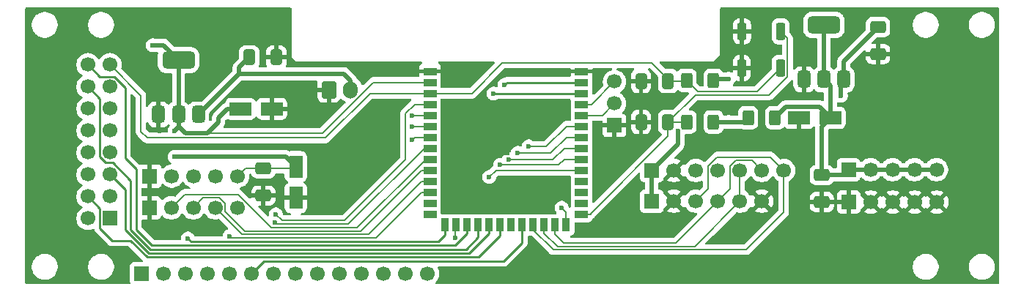
<source format=gbr>
%TF.GenerationSoftware,KiCad,Pcbnew,9.0.4-9.0.4-0~ubuntu22.04.1*%
%TF.CreationDate,2025-10-18T22:49:11+02:00*%
%TF.ProjectId,YR,59522e6b-6963-4616-945f-706362585858,rev?*%
%TF.SameCoordinates,Original*%
%TF.FileFunction,Copper,L1,Top*%
%TF.FilePolarity,Positive*%
%FSLAX46Y46*%
G04 Gerber Fmt 4.6, Leading zero omitted, Abs format (unit mm)*
G04 Created by KiCad (PCBNEW 9.0.4-9.0.4-0~ubuntu22.04.1) date 2025-10-18 22:49:11*
%MOMM*%
%LPD*%
G01*
G04 APERTURE LIST*
G04 Aperture macros list*
%AMRoundRect*
0 Rectangle with rounded corners*
0 $1 Rounding radius*
0 $2 $3 $4 $5 $6 $7 $8 $9 X,Y pos of 4 corners*
0 Add a 4 corners polygon primitive as box body*
4,1,4,$2,$3,$4,$5,$6,$7,$8,$9,$2,$3,0*
0 Add four circle primitives for the rounded corners*
1,1,$1+$1,$2,$3*
1,1,$1+$1,$4,$5*
1,1,$1+$1,$6,$7*
1,1,$1+$1,$8,$9*
0 Add four rect primitives between the rounded corners*
20,1,$1+$1,$2,$3,$4,$5,0*
20,1,$1+$1,$4,$5,$6,$7,0*
20,1,$1+$1,$6,$7,$8,$9,0*
20,1,$1+$1,$8,$9,$2,$3,0*%
G04 Aperture macros list end*
%TA.AperFunction,SMDPad,CuDef*%
%ADD10RoundRect,0.375000X0.375000X-0.625000X0.375000X0.625000X-0.375000X0.625000X-0.375000X-0.625000X0*%
%TD*%
%TA.AperFunction,SMDPad,CuDef*%
%ADD11RoundRect,0.500000X1.400000X-0.500000X1.400000X0.500000X-1.400000X0.500000X-1.400000X-0.500000X0*%
%TD*%
%TA.AperFunction,SMDPad,CuDef*%
%ADD12R,1.500000X0.900000*%
%TD*%
%TA.AperFunction,SMDPad,CuDef*%
%ADD13R,0.900000X1.500000*%
%TD*%
%TA.AperFunction,HeatsinkPad*%
%ADD14C,0.600000*%
%TD*%
%TA.AperFunction,HeatsinkPad*%
%ADD15R,3.900000X3.900000*%
%TD*%
%TA.AperFunction,SMDPad,CuDef*%
%ADD16RoundRect,0.250000X-0.650000X0.412500X-0.650000X-0.412500X0.650000X-0.412500X0.650000X0.412500X0*%
%TD*%
%TA.AperFunction,ComponentPad*%
%ADD17R,1.700000X1.700000*%
%TD*%
%TA.AperFunction,ComponentPad*%
%ADD18C,1.700000*%
%TD*%
%TA.AperFunction,SMDPad,CuDef*%
%ADD19RoundRect,0.250000X-0.275000X-0.750000X0.275000X-0.750000X0.275000X0.750000X-0.275000X0.750000X0*%
%TD*%
%TA.AperFunction,SMDPad,CuDef*%
%ADD20RoundRect,0.250000X0.400000X0.625000X-0.400000X0.625000X-0.400000X-0.625000X0.400000X-0.625000X0*%
%TD*%
%TA.AperFunction,SMDPad,CuDef*%
%ADD21RoundRect,0.250000X-1.050000X-0.550000X1.050000X-0.550000X1.050000X0.550000X-1.050000X0.550000X0*%
%TD*%
%TA.AperFunction,SMDPad,CuDef*%
%ADD22RoundRect,0.250000X1.050000X0.550000X-1.050000X0.550000X-1.050000X-0.550000X1.050000X-0.550000X0*%
%TD*%
%TA.AperFunction,SMDPad,CuDef*%
%ADD23RoundRect,0.250000X-0.412500X-0.650000X0.412500X-0.650000X0.412500X0.650000X-0.412500X0.650000X0*%
%TD*%
%TA.AperFunction,SMDPad,CuDef*%
%ADD24RoundRect,0.250000X-0.400000X-0.625000X0.400000X-0.625000X0.400000X0.625000X-0.400000X0.625000X0*%
%TD*%
%TA.AperFunction,ComponentPad*%
%ADD25RoundRect,0.250000X-0.600000X-0.750000X0.600000X-0.750000X0.600000X0.750000X-0.600000X0.750000X0*%
%TD*%
%TA.AperFunction,ComponentPad*%
%ADD26O,1.700000X2.000000*%
%TD*%
%TA.AperFunction,SMDPad,CuDef*%
%ADD27RoundRect,0.250000X-0.550000X1.050000X-0.550000X-1.050000X0.550000X-1.050000X0.550000X1.050000X0*%
%TD*%
%TA.AperFunction,ViaPad*%
%ADD28C,0.600000*%
%TD*%
%TA.AperFunction,Conductor*%
%ADD29C,0.500000*%
%TD*%
%TA.AperFunction,Conductor*%
%ADD30C,0.250000*%
%TD*%
%TA.AperFunction,Conductor*%
%ADD31C,0.200000*%
%TD*%
G04 APERTURE END LIST*
D10*
%TO.P,U3,1,GND*%
%TO.N,GND*%
X184450000Y-58800000D03*
%TO.P,U3,2,VO*%
%TO.N,3.3V_2*%
X186750000Y-58800000D03*
D11*
X186750000Y-52500000D03*
D10*
%TO.P,U3,3,VI*%
%TO.N,V_in*%
X189050000Y-58800000D03*
%TD*%
D12*
%TO.P,U2,1,GND*%
%TO.N,GND*%
X141250000Y-57880000D03*
%TO.P,U2,2,3V3*%
%TO.N,3.3V*%
X141250000Y-59150000D03*
%TO.P,U2,3,EN*%
%TO.N,CHIP_PU*%
X141250000Y-60420000D03*
%TO.P,U2,4,IO4*%
%TO.N,GPIO4*%
X141250000Y-61690000D03*
%TO.P,U2,5,IO5*%
%TO.N,S1E1*%
X141250000Y-62960000D03*
%TO.P,U2,6,IO6*%
%TO.N,S2E1*%
X141250000Y-64230000D03*
%TO.P,U2,7,IO7*%
%TO.N,K_E1*%
X141250000Y-65500000D03*
%TO.P,U2,8,IO15*%
%TO.N,GPIO15*%
X141250000Y-66770000D03*
%TO.P,U2,9,IO16*%
%TO.N,S1E2*%
X141250000Y-68040000D03*
%TO.P,U2,10,IO17*%
%TO.N,S2E2*%
X141250000Y-69310000D03*
%TO.P,U2,11,IO18*%
%TO.N,K_E2*%
X141250000Y-70580000D03*
%TO.P,U2,12,IO8*%
%TO.N,GPIO8*%
X141250000Y-71850000D03*
%TO.P,U2,13,USB_D-*%
%TO.N,unconnected-(U2-USB_D--Pad13)*%
X141250000Y-73120000D03*
%TO.P,U2,14,USB_D+*%
%TO.N,unconnected-(U2-USB_D+-Pad14)*%
X141250000Y-74390000D03*
D13*
%TO.P,U2,15,IO3*%
%TO.N,GPIO3*%
X143015000Y-75640000D03*
%TO.P,U2,16,IO46*%
%TO.N,GPIO46*%
X144285000Y-75640000D03*
%TO.P,U2,17,IO9*%
%TO.N,{slash}CS*%
X145555000Y-75640000D03*
%TO.P,U2,18,IO10*%
%TO.N,{slash}DC*%
X146825000Y-75640000D03*
%TO.P,U2,19,IO11*%
%TO.N,MOSI*%
X148095000Y-75640000D03*
%TO.P,U2,20,IO12*%
%TO.N,SCLK*%
X149365000Y-75640000D03*
%TO.P,U2,21,IO13*%
%TO.N,unconnected-(U2-IO13-Pad21)*%
X150635000Y-75640000D03*
%TO.P,U2,22,IO14*%
%TO.N,GPIO14*%
X151905000Y-75640000D03*
%TO.P,U2,23,IO21*%
%TO.N,LCK*%
X153175000Y-75640000D03*
%TO.P,U2,24,IO47*%
%TO.N,BCK*%
X154445000Y-75640000D03*
%TO.P,U2,25,IO48*%
%TO.N,DIN*%
X155715000Y-75640000D03*
%TO.P,U2,26,IO45*%
%TO.N,GPIO45*%
X156985000Y-75640000D03*
D12*
%TO.P,U2,27,IO0*%
%TO.N,GPIO0*%
X158750000Y-74390000D03*
%TO.P,U2,28,IO35*%
%TO.N,unconnected-(U2-IO35-Pad28)*%
X158750000Y-73120000D03*
%TO.P,U2,29,IO36*%
%TO.N,unconnected-(U2-IO36-Pad29)*%
X158750000Y-71850000D03*
%TO.P,U2,30,IO37*%
%TO.N,unconnected-(U2-IO37-Pad30)*%
X158750000Y-70580000D03*
%TO.P,U2,31,IO38*%
%TO.N,GPIO38*%
X158750000Y-69310000D03*
%TO.P,U2,32,IO39*%
%TO.N,GPIO39*%
X158750000Y-68040000D03*
%TO.P,U2,33,IO40*%
%TO.N,GPIO40*%
X158750000Y-66770000D03*
%TO.P,U2,34,IO41*%
%TO.N,GPIO41*%
X158750000Y-65500000D03*
%TO.P,U2,35,IO42*%
%TO.N,GPIO42*%
X158750000Y-64230000D03*
%TO.P,U2,36,RXD0*%
%TO.N,RXD0*%
X158750000Y-62960000D03*
%TO.P,U2,37,TXD0*%
%TO.N,TXD0*%
X158750000Y-61690000D03*
%TO.P,U2,38,IO2*%
%TO.N,GPIO2*%
X158750000Y-60420000D03*
%TO.P,U2,39,IO1*%
%TO.N,GPIO1*%
X158750000Y-59150000D03*
%TO.P,U2,40,GND*%
%TO.N,GND*%
X158750000Y-57880000D03*
D14*
%TO.P,U2,41,GND*%
X147100000Y-64900000D03*
X147100000Y-66300000D03*
X147800000Y-64200000D03*
X147800000Y-65600000D03*
X147800000Y-67000000D03*
X148500000Y-64900000D03*
D15*
X148500000Y-65600000D03*
D14*
X148500000Y-66300000D03*
X149200000Y-64200000D03*
X149200000Y-65600000D03*
X149200000Y-67000000D03*
X149900000Y-64900000D03*
X149900000Y-66300000D03*
%TD*%
D16*
%TO.P,C8,1*%
%TO.N,3.3V*%
X122000000Y-69125000D03*
%TO.P,C8,2*%
%TO.N,GND*%
X122000000Y-72250000D03*
%TD*%
D17*
%TO.P,J5,1,Pin_1*%
%TO.N,3.3V_2*%
X189590000Y-69250000D03*
D18*
%TO.P,J5,2,Pin_2*%
X192130000Y-69250000D03*
%TO.P,J5,3,Pin_3*%
X194670000Y-69250000D03*
%TO.P,J5,4,Pin_4*%
X197210000Y-69250000D03*
%TO.P,J5,5,Pin_5*%
X199750000Y-69250000D03*
%TD*%
D10*
%TO.P,U1,1,GND*%
%TO.N,GND*%
X109900000Y-62865000D03*
%TO.P,U1,2,VO*%
%TO.N,3.3V*%
X112200000Y-62865000D03*
D11*
X112200000Y-56565000D03*
D10*
%TO.P,U1,3,VI*%
%TO.N,V_in*%
X114500000Y-62865000D03*
%TD*%
D17*
%TO.P,J4,1,Pin_1*%
%TO.N,GND*%
X189630000Y-73000000D03*
D18*
%TO.P,J4,2,Pin_2*%
X192170000Y-73000000D03*
%TO.P,J4,3,Pin_3*%
X194710000Y-73000000D03*
%TO.P,J4,4,Pin_4*%
X197250000Y-73000000D03*
%TO.P,J4,5,Pin_5*%
X199790000Y-73000000D03*
%TD*%
D17*
%TO.P,J6,1,Pin_1*%
%TO.N,GPIO1*%
X107950000Y-81280000D03*
D18*
%TO.P,J6,2,Pin_2*%
%TO.N,GPIO2*%
X110490000Y-81280000D03*
%TO.P,J6,3,Pin_3*%
%TO.N,GPIO3*%
X113030000Y-81280000D03*
%TO.P,J6,4,Pin_4*%
%TO.N,GPIO4*%
X115570000Y-81280000D03*
%TO.P,J6,5,Pin_5*%
%TO.N,GPIO8*%
X118110000Y-81280000D03*
%TO.P,J6,6,Pin_6*%
%TO.N,GPIO14*%
X120650000Y-81280000D03*
%TO.P,J6,7,Pin_7*%
%TO.N,GPIO15*%
X123190000Y-81280000D03*
%TO.P,J6,8,Pin_8*%
%TO.N,GPIO38*%
X125730000Y-81280000D03*
%TO.P,J6,9,Pin_9*%
%TO.N,GPIO39*%
X128270000Y-81280000D03*
%TO.P,J6,10,Pin_10*%
%TO.N,GPIO40*%
X130810000Y-81280000D03*
%TO.P,J6,11,Pin_11*%
%TO.N,GPIO41*%
X133350000Y-81280000D03*
%TO.P,J6,12,Pin_12*%
%TO.N,GPIO42*%
X135890000Y-81280000D03*
%TO.P,J6,13,Pin_13*%
%TO.N,GPIO45*%
X138430000Y-81280000D03*
%TO.P,J6,14,Pin_14*%
%TO.N,GPIO46*%
X140970000Y-81280000D03*
%TD*%
D17*
%TO.P,J7,1,Pin_1*%
%TO.N,GND*%
X108840000Y-73660000D03*
D18*
%TO.P,J7,2,Pin_2*%
%TO.N,S1E2*%
X111380000Y-73660000D03*
%TO.P,J7,3,Pin_3*%
%TO.N,S2E2*%
X113920000Y-73660000D03*
%TO.P,J7,4,Pin_4*%
%TO.N,K_E2*%
X116460000Y-73660000D03*
%TO.P,J7,5,Pin_5*%
%TO.N,3.3V*%
X119000000Y-73660000D03*
%TD*%
D19*
%TO.P,S2,1,1*%
%TO.N,GND*%
X177300000Y-53250000D03*
%TO.P,S2,2,2*%
%TO.N,GPIO0*%
X181750000Y-53250000D03*
%TD*%
D16*
%TO.P,C10,1*%
%TO.N,V_in*%
X193000000Y-52750000D03*
%TO.P,C10,2*%
%TO.N,GND*%
X193000000Y-55875000D03*
%TD*%
D17*
%TO.P,J10,1,Pin_1*%
%TO.N,GND*%
X108880000Y-70000000D03*
D18*
%TO.P,J10,2,Pin_2*%
%TO.N,S1E1*%
X111420000Y-70000000D03*
%TO.P,J10,3,Pin_3*%
%TO.N,S2E1*%
X113960000Y-70000000D03*
%TO.P,J10,4,Pin_4*%
%TO.N,K_E1*%
X116500000Y-70000000D03*
%TO.P,J10,5,Pin_5*%
%TO.N,3.3V*%
X119040000Y-70000000D03*
%TD*%
D17*
%TO.P,J8,1,Pin_1*%
%TO.N,V_in*%
X166878000Y-72898000D03*
D18*
%TO.P,J8,2,Pin_2*%
%TO.N,GND*%
X169418000Y-72898000D03*
%TO.P,J8,3,Pin_3*%
%TO.N,LCK*%
X171958000Y-72898000D03*
%TO.P,J8,4,Pin_4*%
%TO.N,DIN*%
X174498000Y-72898000D03*
%TO.P,J8,5,Pin_5*%
%TO.N,BCK*%
X177038000Y-72898000D03*
%TO.P,J8,6,Pin_6*%
%TO.N,GND*%
X179578000Y-72898000D03*
%TD*%
D20*
%TO.P,R9,1*%
%TO.N,3.3V_2*%
X181102000Y-63246000D03*
%TO.P,R9,2*%
%TO.N,3.3V*%
X178002000Y-63246000D03*
%TD*%
D21*
%TO.P,C2,1*%
%TO.N,3.3V*%
X119380000Y-62230000D03*
%TO.P,C2,2*%
%TO.N,GND*%
X122980000Y-62230000D03*
%TD*%
D22*
%TO.P,C12,1*%
%TO.N,3.3V_2*%
X187500000Y-63250000D03*
%TO.P,C12,2*%
%TO.N,GND*%
X183900000Y-63250000D03*
%TD*%
D16*
%TO.P,C11,1*%
%TO.N,3.3V_2*%
X186500000Y-69875000D03*
%TO.P,C11,2*%
%TO.N,GND*%
X186500000Y-73000000D03*
%TD*%
D23*
%TO.P,C3,1*%
%TO.N,GND*%
X165625000Y-59000000D03*
%TO.P,C3,2*%
%TO.N,CHIP_PU*%
X168750000Y-59000000D03*
%TD*%
D24*
%TO.P,R1,1*%
%TO.N,CHIP_PU*%
X170900000Y-58928000D03*
%TO.P,R1,2*%
%TO.N,3.3V*%
X174000000Y-58928000D03*
%TD*%
D23*
%TO.P,C1,1*%
%TO.N,V_in*%
X120375000Y-56250000D03*
%TO.P,C1,2*%
%TO.N,GND*%
X123500000Y-56250000D03*
%TD*%
%TO.P,C7,1*%
%TO.N,GND*%
X165625000Y-63750000D03*
%TO.P,C7,2*%
%TO.N,GPIO0*%
X168750000Y-63750000D03*
%TD*%
D24*
%TO.P,R6,1*%
%TO.N,GPIO0*%
X170900000Y-63750000D03*
%TO.P,R6,2*%
%TO.N,3.3V*%
X174000000Y-63750000D03*
%TD*%
D17*
%TO.P,J1,1,Pin_1*%
%TO.N,GND*%
X162560000Y-64135000D03*
D18*
%TO.P,J1,2,Pin_2*%
%TO.N,RXD0*%
X162560000Y-61595000D03*
%TO.P,J1,3,Pin_3*%
%TO.N,TXD0*%
X162560000Y-59055000D03*
%TD*%
D25*
%TO.P,J2,1,Pin_1*%
%TO.N,GND*%
X129580000Y-60000000D03*
D26*
%TO.P,J2,2,Pin_2*%
%TO.N,V_in*%
X132080000Y-60000000D03*
%TD*%
D19*
%TO.P,S1,1,1*%
%TO.N,GND*%
X177275000Y-57500000D03*
%TO.P,S1,2,2*%
%TO.N,CHIP_PU*%
X181725000Y-57500000D03*
%TD*%
D17*
%TO.P,J9,1,Pin_1*%
%TO.N,V_in*%
X166878000Y-69342000D03*
D18*
%TO.P,J9,2,Pin_2*%
%TO.N,GND*%
X169418000Y-69342000D03*
%TO.P,J9,3,Pin_3*%
%TO.N,unconnected-(J9-Pin_3-Pad3)*%
X171958000Y-69342000D03*
%TO.P,J9,4,Pin_4*%
%TO.N,GND*%
X174498000Y-69342000D03*
%TO.P,J9,5,Pin_5*%
%TO.N,BCK*%
X177038000Y-69342000D03*
%TO.P,J9,6,Pin_6*%
%TO.N,DIN*%
X179578000Y-69342000D03*
%TO.P,J9,7,Pin_7*%
%TO.N,LCK*%
X182118000Y-69342000D03*
%TD*%
D27*
%TO.P,C9,1*%
%TO.N,3.3V*%
X125750000Y-68900000D03*
%TO.P,C9,2*%
%TO.N,GND*%
X125750000Y-72500000D03*
%TD*%
D17*
%TO.P,J3,1,Pin_1*%
%TO.N,GND*%
X104290000Y-74890000D03*
D18*
%TO.P,J3,2,Pin_2*%
%TO.N,3.3V*%
X101750000Y-74890000D03*
%TO.P,J3,3,Pin_3*%
%TO.N,unconnected-(J3-Pin_3-Pad3)*%
X104290000Y-72350000D03*
%TO.P,J3,4,Pin_4*%
%TO.N,SCLK*%
X101750000Y-72350000D03*
%TO.P,J3,5,Pin_5*%
%TO.N,MOSI*%
X104290000Y-69810000D03*
%TO.P,J3,6,Pin_6*%
%TO.N,unconnected-(J3-Pin_6-Pad6)*%
X101750000Y-69810000D03*
%TO.P,J3,7,Pin_7*%
%TO.N,unconnected-(J3-Pin_7-Pad7)*%
X104290000Y-67270000D03*
%TO.P,J3,8,Pin_8*%
%TO.N,unconnected-(J3-Pin_8-Pad8)*%
X101750000Y-67270000D03*
%TO.P,J3,9,Pin_9*%
%TO.N,unconnected-(J3-Pin_9-Pad9)*%
X104290000Y-64730000D03*
%TO.P,J3,10,Pin_10*%
%TO.N,unconnected-(J3-Pin_10-Pad10)*%
X101750000Y-64730000D03*
%TO.P,J3,11,Pin_11*%
%TO.N,unconnected-(J3-Pin_11-Pad11)*%
X104290000Y-62190000D03*
%TO.P,J3,12,Pin_12*%
%TO.N,unconnected-(J3-Pin_12-Pad12)*%
X101750000Y-62190000D03*
%TO.P,J3,13,Pin_13*%
%TO.N,unconnected-(J3-Pin_13-Pad13)*%
X104290000Y-59650000D03*
%TO.P,J3,14,Pin_14*%
%TO.N,{slash}DC*%
X101750000Y-59650000D03*
%TO.P,J3,15,Pin_15*%
%TO.N,CHIP_PU*%
X104290000Y-57110000D03*
%TO.P,J3,16,Pin_16*%
%TO.N,{slash}CS*%
X101750000Y-57110000D03*
%TD*%
D28*
%TO.N,GND*%
X143750000Y-61750000D03*
X183000000Y-65250000D03*
X126250000Y-62750000D03*
X185500000Y-65250000D03*
X110000000Y-64750000D03*
X126250000Y-64000000D03*
X137000000Y-61500000D03*
X183900000Y-63250000D03*
X171000000Y-67250000D03*
X148000000Y-61750000D03*
X164500000Y-71250000D03*
X177750000Y-75000000D03*
X108712000Y-75946000D03*
X145250000Y-59250000D03*
X163500000Y-68250000D03*
X188500000Y-65250000D03*
%TO.N,V_in*%
X188722000Y-60706000D03*
X169882184Y-64800339D03*
%TO.N,3.3V*%
X175750000Y-63750000D03*
X111750000Y-64750000D03*
X109220000Y-54864000D03*
X175750000Y-58750000D03*
X111750000Y-67750000D03*
%TO.N,GPIO8*%
X118110000Y-76946000D03*
%TO.N,GPIO15*%
X123357493Y-75342000D03*
%TO.N,GPIO41*%
X151384000Y-67310000D03*
%TO.N,GPIO46*%
X144183558Y-77127558D03*
%TO.N,GPIO4*%
X123444000Y-74422000D03*
%TO.N,GPIO40*%
X150368000Y-68072000D03*
%TO.N,GPIO2*%
X148590000Y-60452000D03*
%TO.N,GPIO39*%
X149352000Y-68710000D03*
%TO.N,GPIO3*%
X113284000Y-77216000D03*
%TO.N,GPIO1*%
X149860000Y-59436000D03*
%TO.N,GPIO38*%
X148082000Y-70104000D03*
%TO.N,GPIO45*%
X156464000Y-73660000D03*
%TO.N,GPIO42*%
X152654000Y-66548000D03*
%TO.N,S1E1*%
X139192000Y-62992000D03*
%TO.N,S2E1*%
X139192000Y-64262000D03*
%TO.N,K_E1*%
X139192000Y-65786000D03*
%TD*%
D29*
%TO.N,GND*%
X109900000Y-64650000D02*
X110000000Y-64750000D01*
D30*
X108840000Y-73660000D02*
X108840000Y-75818000D01*
X108840000Y-75818000D02*
X108712000Y-75946000D01*
D29*
X109900000Y-62865000D02*
X109900000Y-64650000D01*
D31*
%TO.N,CHIP_PU*%
X107857000Y-60677000D02*
X104290000Y-57110000D01*
X172170000Y-60198000D02*
X179027000Y-60198000D01*
X170828000Y-59000000D02*
X170900000Y-58928000D01*
X108575000Y-65575000D02*
X107857000Y-64857000D01*
X166878000Y-56896000D02*
X168750000Y-58768000D01*
X166878000Y-56896000D02*
X149606000Y-56896000D01*
X168750000Y-59000000D02*
X170828000Y-59000000D01*
X149606000Y-56896000D02*
X146082000Y-60420000D01*
X179027000Y-60198000D02*
X181725000Y-57500000D01*
X168750000Y-58768000D02*
X168750000Y-59000000D01*
X107857000Y-64857000D02*
X107857000Y-60677000D01*
X170900000Y-58928000D02*
X172170000Y-60198000D01*
X129175000Y-65575000D02*
X108575000Y-65575000D01*
X134330000Y-60420000D02*
X129175000Y-65575000D01*
X141250000Y-60420000D02*
X134330000Y-60420000D01*
X146082000Y-60420000D02*
X141250000Y-60420000D01*
%TO.N,GPIO0*%
X168750000Y-63750000D02*
X171901000Y-60599000D01*
X159700000Y-74390000D02*
X158750000Y-74390000D01*
X182551000Y-54051000D02*
X181750000Y-53250000D01*
X159798000Y-74390000D02*
X158750000Y-74390000D01*
X182551000Y-58485160D02*
X182551000Y-54051000D01*
X168750000Y-63750000D02*
X168750000Y-65340000D01*
X180437160Y-60599000D02*
X182551000Y-58485160D01*
X171901000Y-60599000D02*
X180437160Y-60599000D01*
X168750000Y-63750000D02*
X170900000Y-63750000D01*
X168750000Y-65340000D02*
X159700000Y-74390000D01*
D29*
%TO.N,V_in*%
X119199000Y-58166000D02*
X114500000Y-62865000D01*
X119199000Y-58166000D02*
X119199000Y-57426000D01*
X188722000Y-59128000D02*
X189050000Y-58800000D01*
X188722000Y-60706000D02*
X188722000Y-59128000D01*
X169882184Y-64800339D02*
X169882184Y-66337816D01*
X189050000Y-58800000D02*
X189050000Y-56700000D01*
X166878000Y-69342000D02*
X166878000Y-72898000D01*
X169882184Y-66337816D02*
X166878000Y-69342000D01*
X132080000Y-58928000D02*
X131318000Y-58166000D01*
X131318000Y-58166000D02*
X119199000Y-58166000D01*
X119199000Y-57426000D02*
X120375000Y-56250000D01*
X132080000Y-60000000D02*
X132080000Y-58928000D01*
X189050000Y-56700000D02*
X193000000Y-52750000D01*
%TO.N,3.3V*%
X175750000Y-63750000D02*
X174000000Y-63750000D01*
X113030000Y-65024000D02*
X115570000Y-65024000D01*
X110499000Y-54864000D02*
X112200000Y-56565000D01*
X115570000Y-65024000D02*
X116840000Y-63754000D01*
X124600000Y-67750000D02*
X125750000Y-68900000D01*
D31*
X119915000Y-69125000D02*
X122000000Y-69125000D01*
D29*
X112200000Y-56565000D02*
X112200000Y-62865000D01*
X112238000Y-64262000D02*
X111750000Y-64750000D01*
D31*
X119040000Y-70000000D02*
X119915000Y-69125000D01*
D29*
X112268000Y-64262000D02*
X113030000Y-65024000D01*
X174178000Y-58750000D02*
X174000000Y-58928000D01*
X177498000Y-63750000D02*
X178002000Y-63246000D01*
X116840000Y-63754000D02*
X116840000Y-63246000D01*
D31*
X122000000Y-69125000D02*
X125525000Y-69125000D01*
D29*
X112200000Y-64194000D02*
X112268000Y-64262000D01*
X109220000Y-54864000D02*
X110499000Y-54864000D01*
X111750000Y-67750000D02*
X124600000Y-67750000D01*
X117856000Y-62230000D02*
X119380000Y-62230000D01*
D31*
X128833760Y-65024000D02*
X115570000Y-65024000D01*
D29*
X112200000Y-62865000D02*
X112200000Y-64194000D01*
X116840000Y-63246000D02*
X117856000Y-62230000D01*
D31*
X141250000Y-59150000D02*
X134707760Y-59150000D01*
D29*
X112268000Y-64262000D02*
X112238000Y-64262000D01*
X119040000Y-62570000D02*
X119380000Y-62230000D01*
D30*
X174254000Y-59182000D02*
X174000000Y-58928000D01*
D31*
X134707760Y-59150000D02*
X128833760Y-65024000D01*
D29*
X175750000Y-58750000D02*
X174178000Y-58750000D01*
D31*
X125525000Y-69125000D02*
X125750000Y-68900000D01*
D30*
X174004000Y-63754000D02*
X174000000Y-63750000D01*
D29*
X175750000Y-63750000D02*
X177498000Y-63750000D01*
D31*
%TO.N,RXD0*%
X161195000Y-62960000D02*
X158750000Y-62960000D01*
X162560000Y-61595000D02*
X161195000Y-62960000D01*
%TO.N,TXD0*%
X159925000Y-61690000D02*
X158750000Y-61690000D01*
X162560000Y-59055000D02*
X159925000Y-61690000D01*
D29*
%TO.N,3.3V_2*%
X197210000Y-69250000D02*
X199750000Y-69250000D01*
X192130000Y-69250000D02*
X194670000Y-69250000D01*
X187500000Y-59550000D02*
X186750000Y-58800000D01*
X186750000Y-58800000D02*
X186750000Y-52500000D01*
X189590000Y-69250000D02*
X192130000Y-69250000D01*
X187500000Y-63250000D02*
X186249000Y-61999000D01*
X186500000Y-64250000D02*
X186500000Y-69875000D01*
X194670000Y-69250000D02*
X197210000Y-69250000D01*
X187500000Y-63250000D02*
X187500000Y-59550000D01*
X186249000Y-61999000D02*
X182349000Y-61999000D01*
X187758000Y-62992000D02*
X187500000Y-63250000D01*
X188965000Y-69875000D02*
X189590000Y-69250000D01*
X187500000Y-63250000D02*
X186500000Y-64250000D01*
X186500000Y-69875000D02*
X188965000Y-69875000D01*
X182349000Y-61999000D02*
X181102000Y-63246000D01*
D31*
%TO.N,GPIO8*%
X135005000Y-77145000D02*
X118618000Y-77145000D01*
X118309000Y-77145000D02*
X118110000Y-76946000D01*
X118618000Y-77145000D02*
X118309000Y-77145000D01*
X140300000Y-71850000D02*
X135005000Y-77145000D01*
X141250000Y-71850000D02*
X140300000Y-71850000D01*
%TO.N,GPIO15*%
X131826000Y-75541000D02*
X140597000Y-66770000D01*
X140597000Y-66770000D02*
X141250000Y-66770000D01*
X123357493Y-75342000D02*
X123453493Y-75438000D01*
X123453493Y-75447493D02*
X123547000Y-75541000D01*
X123547000Y-75541000D02*
X131826000Y-75541000D01*
X123453493Y-75438000D02*
X123453493Y-75447493D01*
%TO.N,GPIO41*%
X155194000Y-67310000D02*
X157004000Y-65500000D01*
X151384000Y-67310000D02*
X155194000Y-67310000D01*
X157004000Y-65500000D02*
X158750000Y-65500000D01*
%TO.N,GPIO46*%
X144183558Y-77127558D02*
X144183558Y-75741442D01*
X144183558Y-75741442D02*
X144285000Y-75640000D01*
%TO.N,GPIO4*%
X138430000Y-68072000D02*
X138430000Y-62738000D01*
X123444000Y-74422000D02*
X124162000Y-75140000D01*
X139478000Y-61690000D02*
X141250000Y-61690000D01*
X138430000Y-62738000D02*
X139478000Y-61690000D01*
X124162000Y-75140000D02*
X131362000Y-75140000D01*
X131362000Y-75140000D02*
X138430000Y-68072000D01*
%TO.N,GPIO40*%
X155448000Y-68072000D02*
X156750000Y-66770000D01*
X150368000Y-68072000D02*
X155448000Y-68072000D01*
X156750000Y-66770000D02*
X158750000Y-66770000D01*
D30*
%TO.N,GPIO2*%
X158750000Y-60420000D02*
X148622000Y-60420000D01*
X148622000Y-60420000D02*
X148590000Y-60452000D01*
D31*
%TO.N,GPIO39*%
X149352000Y-68710000D02*
X156080000Y-68710000D01*
X156750000Y-68040000D02*
X158750000Y-68040000D01*
X156080000Y-68710000D02*
X156750000Y-68040000D01*
D30*
%TO.N,GPIO3*%
X143015000Y-76796000D02*
X142240000Y-77571000D01*
X113639000Y-77571000D02*
X113284000Y-77216000D01*
X142240000Y-77571000D02*
X115824000Y-77571000D01*
X115824000Y-77571000D02*
X113639000Y-77571000D01*
X143015000Y-75640000D02*
X143015000Y-76796000D01*
%TO.N,GPIO14*%
X149790000Y-79826000D02*
X151905000Y-77711000D01*
X122104000Y-79826000D02*
X149790000Y-79826000D01*
X151905000Y-77711000D02*
X151905000Y-75640000D01*
X120650000Y-81280000D02*
X122104000Y-79826000D01*
%TO.N,GPIO1*%
X158750000Y-59150000D02*
X150146000Y-59150000D01*
X150146000Y-59150000D02*
X149860000Y-59436000D01*
D31*
%TO.N,GPIO38*%
X148082000Y-70104000D02*
X148876000Y-69310000D01*
X148876000Y-69310000D02*
X158750000Y-69310000D01*
%TO.N,GPIO45*%
X156985000Y-74181000D02*
X156985000Y-75640000D01*
X156464000Y-73660000D02*
X156985000Y-74181000D01*
%TO.N,GPIO42*%
X152654000Y-66548000D02*
X154686000Y-66548000D01*
X157004000Y-64230000D02*
X158750000Y-64230000D01*
X154686000Y-66548000D02*
X157004000Y-64230000D01*
D30*
%TO.N,SCLK*%
X106680000Y-77470000D02*
X108585000Y-79375000D01*
X103114000Y-76066000D02*
X104518000Y-77470000D01*
X108585000Y-79375000D02*
X146875000Y-79375000D01*
X103114000Y-73714000D02*
X103114000Y-76066000D01*
X101750000Y-72350000D02*
X103114000Y-73714000D01*
X146875000Y-79375000D02*
X149365000Y-76885000D01*
X149365000Y-76885000D02*
X149365000Y-75640000D01*
X104518000Y-77470000D02*
X106680000Y-77470000D01*
%TO.N,{slash}CS*%
X106045000Y-67945000D02*
X107319215Y-69219215D01*
X107319215Y-76195785D02*
X109145430Y-78022000D01*
X103114000Y-58474000D02*
X104777116Y-58474000D01*
X107319215Y-69219215D02*
X107319215Y-76195785D01*
X106045000Y-59741884D02*
X106045000Y-67945000D01*
X145555000Y-76640000D02*
X145555000Y-75640000D01*
X104777116Y-58474000D02*
X106045000Y-59741884D01*
X109145430Y-78022000D02*
X144173000Y-78022000D01*
X101750000Y-57110000D02*
X103114000Y-58474000D01*
X144173000Y-78022000D02*
X145555000Y-76640000D01*
%TO.N,{slash}DC*%
X146825000Y-77063000D02*
X146825000Y-75640000D01*
X103802884Y-68446000D02*
X104589116Y-68446000D01*
X104589116Y-68446000D02*
X106682810Y-70539694D01*
X101750000Y-59650000D02*
X103114000Y-61014000D01*
X103114000Y-61014000D02*
X103114000Y-67757116D01*
X108958620Y-78473000D02*
X145415000Y-78473000D01*
X145415000Y-78473000D02*
X146825000Y-77063000D01*
X106682810Y-76197190D02*
X108958620Y-78473000D01*
X103114000Y-67757116D02*
X103802884Y-68446000D01*
X106682810Y-70539694D02*
X106682810Y-76197190D01*
%TO.N,MOSI*%
X145811000Y-78924000D02*
X148095000Y-76640000D01*
X148095000Y-76640000D02*
X148095000Y-75640000D01*
X106047810Y-76200000D02*
X108771810Y-78924000D01*
X106045000Y-76200000D02*
X106047810Y-76200000D01*
X104290000Y-69810000D02*
X106045000Y-71565000D01*
X106045000Y-71565000D02*
X106045000Y-76200000D01*
X108771810Y-78924000D02*
X145811000Y-78924000D01*
D31*
%TO.N,BCK*%
X155980000Y-78125000D02*
X171811000Y-78125000D01*
X171811000Y-78125000D02*
X177038000Y-72898000D01*
X177038000Y-72898000D02*
X177038000Y-69342000D01*
X154445000Y-76590000D02*
X155980000Y-78125000D01*
X154445000Y-75640000D02*
X154445000Y-76590000D01*
%TO.N,LCK*%
X182118000Y-74168000D02*
X182118000Y-69342000D01*
X155488000Y-78526000D02*
X177760000Y-78526000D01*
X171958000Y-72898000D02*
X173347000Y-71509000D01*
X174422240Y-67790000D02*
X180566000Y-67790000D01*
X173347000Y-71509000D02*
X173347000Y-68865240D01*
X173347000Y-68865240D02*
X174422240Y-67790000D01*
X180566000Y-67790000D02*
X182118000Y-69342000D01*
X177760000Y-78526000D02*
X182118000Y-74168000D01*
X153175000Y-76213000D02*
X155488000Y-78526000D01*
X153175000Y-75640000D02*
X153175000Y-76213000D01*
%TO.N,DIN*%
X155715000Y-75640000D02*
X155715000Y-76721000D01*
X176561240Y-68191000D02*
X178427000Y-68191000D01*
X169672000Y-77724000D02*
X174498000Y-72898000D01*
X175887000Y-71509000D02*
X175887000Y-68865240D01*
X175887000Y-68865240D02*
X176561240Y-68191000D01*
X174498000Y-72898000D02*
X175887000Y-71509000D01*
X178427000Y-68191000D02*
X179578000Y-69342000D01*
X156718000Y-77724000D02*
X169672000Y-77724000D01*
X155715000Y-76721000D02*
X156718000Y-77724000D01*
%TO.N,S1E1*%
X141250000Y-62960000D02*
X139224000Y-62960000D01*
X139224000Y-62960000D02*
X139192000Y-62992000D01*
%TO.N,S2E1*%
X141250000Y-64230000D02*
X139224000Y-64230000D01*
X139224000Y-64230000D02*
X139192000Y-64262000D01*
%TO.N,K_E1*%
X141250000Y-65500000D02*
X139478000Y-65500000D01*
X139478000Y-65500000D02*
X139192000Y-65786000D01*
%TO.N,K_E2*%
X141250000Y-70580000D02*
X140300000Y-70580000D01*
X134136000Y-76744000D02*
X119544000Y-76744000D01*
X140300000Y-70580000D02*
X134136000Y-76744000D01*
X119544000Y-76744000D02*
X116460000Y-73660000D01*
%TO.N,S1E2*%
X141250000Y-68040000D02*
X140748000Y-68040000D01*
X112932000Y-72108000D02*
X111380000Y-73660000D01*
X140748000Y-68040000D02*
X132846000Y-75942000D01*
X122909760Y-75942000D02*
X119075760Y-72108000D01*
X132846000Y-75942000D02*
X122909760Y-75942000D01*
X119075760Y-72108000D02*
X112932000Y-72108000D01*
%TO.N,S2E2*%
X115071000Y-72509000D02*
X113920000Y-73660000D01*
X116936760Y-72509000D02*
X115071000Y-72509000D01*
X133267000Y-76343000D02*
X119888000Y-76343000D01*
X117611000Y-74066000D02*
X117611000Y-73183240D01*
X140300000Y-69310000D02*
X133267000Y-76343000D01*
X141250000Y-69310000D02*
X140300000Y-69310000D01*
X119888000Y-76343000D02*
X117611000Y-74066000D01*
X117611000Y-73183240D02*
X116936760Y-72509000D01*
%TD*%
%TA.AperFunction,Conductor*%
%TO.N,GND*%
G36*
X125192539Y-50520185D02*
G01*
X125238294Y-50572989D01*
X125249500Y-50624500D01*
X125249500Y-55934108D01*
X125249500Y-56065892D01*
X125265338Y-56125000D01*
X125283608Y-56193187D01*
X125316554Y-56250250D01*
X125349500Y-56307314D01*
X125599500Y-56557314D01*
X125692686Y-56650500D01*
X125785943Y-56704342D01*
X125806814Y-56716392D01*
X125934107Y-56750500D01*
X125934108Y-56750500D01*
X140204554Y-56750500D01*
X140271593Y-56770185D01*
X140317348Y-56822989D01*
X140327292Y-56892147D01*
X140298267Y-56955703D01*
X140263982Y-56983332D01*
X140257906Y-56986649D01*
X140142812Y-57072809D01*
X140142809Y-57072812D01*
X140056649Y-57187906D01*
X140056645Y-57187913D01*
X140006403Y-57322620D01*
X140006401Y-57322627D01*
X140000000Y-57382155D01*
X140000000Y-57630000D01*
X142500000Y-57630000D01*
X142500000Y-57382172D01*
X142499999Y-57382155D01*
X142493598Y-57322627D01*
X142493596Y-57322620D01*
X142443354Y-57187913D01*
X142443350Y-57187906D01*
X142357190Y-57072812D01*
X142357187Y-57072809D01*
X142242093Y-56986649D01*
X142236018Y-56983332D01*
X142186613Y-56933926D01*
X142171762Y-56865653D01*
X142196179Y-56800189D01*
X142252113Y-56758318D01*
X142295446Y-56750500D01*
X148602902Y-56750500D01*
X148669941Y-56770185D01*
X148715696Y-56822989D01*
X148725640Y-56892147D01*
X148696615Y-56955703D01*
X148690583Y-56962181D01*
X145869584Y-59783181D01*
X145808261Y-59816666D01*
X145781903Y-59819500D01*
X142620094Y-59819500D01*
X142553055Y-59799815D01*
X142507300Y-59747011D01*
X142496804Y-59682246D01*
X142500500Y-59647873D01*
X142500499Y-58652128D01*
X142494091Y-58592517D01*
X142481073Y-58557616D01*
X142476090Y-58487926D01*
X142481075Y-58470949D01*
X142493597Y-58437375D01*
X142493598Y-58437372D01*
X142499999Y-58377844D01*
X142500000Y-58377827D01*
X142500000Y-58130000D01*
X140000000Y-58130000D01*
X140000000Y-58377839D01*
X140003700Y-58412242D01*
X139991296Y-58481002D01*
X139943687Y-58532140D01*
X139880411Y-58549500D01*
X134628701Y-58549500D01*
X134588560Y-58560255D01*
X134588561Y-58560256D01*
X134475974Y-58590423D01*
X134475969Y-58590426D01*
X134339050Y-58669475D01*
X134339042Y-58669481D01*
X134227238Y-58781286D01*
X133559339Y-59449184D01*
X133498016Y-59482669D01*
X133428324Y-59477685D01*
X133372391Y-59435813D01*
X133353727Y-59399821D01*
X133331557Y-59331588D01*
X133235051Y-59142184D01*
X133235049Y-59142181D01*
X133235048Y-59142179D01*
X133110109Y-58970213D01*
X132959790Y-58819894D01*
X132959785Y-58819890D01*
X132827533Y-58723804D01*
X132816944Y-58710373D01*
X132803867Y-58701293D01*
X132785857Y-58670939D01*
X132754687Y-58595689D01*
X132754687Y-58595688D01*
X132745084Y-58572505D01*
X132693263Y-58494949D01*
X132664197Y-58451447D01*
X132662954Y-58449586D01*
X132662952Y-58449584D01*
X131796421Y-57583052D01*
X131796414Y-57583046D01*
X131722729Y-57533812D01*
X131722729Y-57533813D01*
X131673491Y-57500913D01*
X131536917Y-57444343D01*
X131536907Y-57444340D01*
X131391920Y-57415500D01*
X131391918Y-57415500D01*
X124697906Y-57415500D01*
X124630867Y-57395815D01*
X124585112Y-57343011D01*
X124575168Y-57273853D01*
X124592366Y-57226406D01*
X124596852Y-57219131D01*
X124596858Y-57219119D01*
X124652005Y-57052697D01*
X124652006Y-57052690D01*
X124662499Y-56949986D01*
X124662500Y-56949973D01*
X124662500Y-56500000D01*
X122337501Y-56500000D01*
X122337501Y-56949986D01*
X122347994Y-57052697D01*
X122403141Y-57219119D01*
X122403147Y-57219131D01*
X122407634Y-57226406D01*
X122426073Y-57293799D01*
X122405149Y-57360462D01*
X122351506Y-57405230D01*
X122302094Y-57415500D01*
X121573492Y-57415500D01*
X121506453Y-57395815D01*
X121460698Y-57343011D01*
X121450754Y-57273853D01*
X121467952Y-57226405D01*
X121472314Y-57219334D01*
X121527499Y-57052797D01*
X121538000Y-56950009D01*
X121537999Y-55550013D01*
X122337500Y-55550013D01*
X122337500Y-56000000D01*
X123250000Y-56000000D01*
X123750000Y-56000000D01*
X124662499Y-56000000D01*
X124662499Y-55550028D01*
X124662498Y-55550013D01*
X124652005Y-55447302D01*
X124596858Y-55280880D01*
X124596856Y-55280875D01*
X124504815Y-55131654D01*
X124380845Y-55007684D01*
X124231624Y-54915643D01*
X124231619Y-54915641D01*
X124065197Y-54860494D01*
X124065190Y-54860493D01*
X123962486Y-54850000D01*
X123750000Y-54850000D01*
X123750000Y-56000000D01*
X123250000Y-56000000D01*
X123250000Y-54850000D01*
X123037529Y-54850000D01*
X123037512Y-54850001D01*
X122934802Y-54860494D01*
X122768380Y-54915641D01*
X122768375Y-54915643D01*
X122619154Y-55007684D01*
X122495184Y-55131654D01*
X122403143Y-55280875D01*
X122403141Y-55280880D01*
X122347994Y-55447302D01*
X122347993Y-55447309D01*
X122337500Y-55550013D01*
X121537999Y-55550013D01*
X121537999Y-55549992D01*
X121527499Y-55447203D01*
X121472314Y-55280666D01*
X121380212Y-55131344D01*
X121256156Y-55007288D01*
X121106834Y-54915186D01*
X120940297Y-54860001D01*
X120940295Y-54860000D01*
X120837510Y-54849500D01*
X119912498Y-54849500D01*
X119912480Y-54849501D01*
X119809703Y-54860000D01*
X119809700Y-54860001D01*
X119643168Y-54915185D01*
X119643163Y-54915187D01*
X119493842Y-55007289D01*
X119369789Y-55131342D01*
X119277687Y-55280663D01*
X119277685Y-55280668D01*
X119277615Y-55280880D01*
X119222501Y-55447203D01*
X119222501Y-55447204D01*
X119222500Y-55447204D01*
X119212000Y-55549983D01*
X119212000Y-56300269D01*
X119192315Y-56367308D01*
X119175681Y-56387950D01*
X118616045Y-56947586D01*
X118597691Y-56975058D01*
X118597690Y-56975059D01*
X118533916Y-57070503D01*
X118533914Y-57070506D01*
X118477343Y-57207082D01*
X118477340Y-57207092D01*
X118448500Y-57352079D01*
X118448500Y-57803770D01*
X118428815Y-57870809D01*
X118412181Y-57891451D01*
X114975450Y-61328181D01*
X114914127Y-61361666D01*
X114887769Y-61364500D01*
X114048877Y-61364500D01*
X114048874Y-61364501D01*
X114006113Y-61367399D01*
X114006112Y-61367399D01*
X113821303Y-61413360D01*
X113650707Y-61497967D01*
X113650704Y-61497969D01*
X113502278Y-61617277D01*
X113502277Y-61617278D01*
X113446647Y-61686486D01*
X113389304Y-61726405D01*
X113319482Y-61728985D01*
X113259349Y-61693406D01*
X113253353Y-61686486D01*
X113197722Y-61617278D01*
X113197721Y-61617277D01*
X113049295Y-61497969D01*
X113019405Y-61483145D01*
X112968092Y-61435723D01*
X112950500Y-61372057D01*
X112950500Y-58189499D01*
X112970185Y-58122460D01*
X113022989Y-58076705D01*
X113074500Y-58065499D01*
X113658028Y-58065499D01*
X113658036Y-58065499D01*
X113777418Y-58054886D01*
X113973049Y-57998909D01*
X114153407Y-57904698D01*
X114311109Y-57776109D01*
X114439698Y-57618407D01*
X114533909Y-57438049D01*
X114589886Y-57242418D01*
X114600500Y-57123037D01*
X114600499Y-56006964D01*
X114589886Y-55887582D01*
X114533909Y-55691951D01*
X114439698Y-55511593D01*
X114327744Y-55374292D01*
X114311109Y-55353890D01*
X114153409Y-55225304D01*
X114153410Y-55225304D01*
X114153407Y-55225302D01*
X113973049Y-55131091D01*
X113973048Y-55131090D01*
X113973045Y-55131089D01*
X113855615Y-55097489D01*
X113777418Y-55075114D01*
X113777415Y-55075113D01*
X113777413Y-55075113D01*
X113704631Y-55068642D01*
X113658037Y-55064500D01*
X113658033Y-55064500D01*
X111812230Y-55064500D01*
X111745191Y-55044815D01*
X111724549Y-55028181D01*
X110977421Y-54281052D01*
X110977414Y-54281046D01*
X110903729Y-54231812D01*
X110903729Y-54231813D01*
X110854491Y-54198913D01*
X110717917Y-54142343D01*
X110717907Y-54142340D01*
X110572920Y-54113500D01*
X110572918Y-54113500D01*
X109524604Y-54113500D01*
X109477155Y-54104062D01*
X109453497Y-54094263D01*
X109453493Y-54094262D01*
X109453488Y-54094260D01*
X109298845Y-54063500D01*
X109298842Y-54063500D01*
X109141158Y-54063500D01*
X109141155Y-54063500D01*
X108986510Y-54094261D01*
X108986498Y-54094264D01*
X108840827Y-54154602D01*
X108840814Y-54154609D01*
X108709711Y-54242210D01*
X108709707Y-54242213D01*
X108598213Y-54353707D01*
X108598210Y-54353711D01*
X108510609Y-54484814D01*
X108510602Y-54484827D01*
X108450264Y-54630498D01*
X108450261Y-54630510D01*
X108419500Y-54785153D01*
X108419500Y-54942846D01*
X108450261Y-55097489D01*
X108450264Y-55097501D01*
X108510602Y-55243172D01*
X108510609Y-55243185D01*
X108598210Y-55374288D01*
X108598213Y-55374292D01*
X108709707Y-55485786D01*
X108709711Y-55485789D01*
X108840814Y-55573390D01*
X108840827Y-55573397D01*
X108940060Y-55614500D01*
X108986503Y-55633737D01*
X109141153Y-55664499D01*
X109141156Y-55664500D01*
X109141158Y-55664500D01*
X109298844Y-55664500D01*
X109298845Y-55664499D01*
X109375152Y-55649320D01*
X109453488Y-55633739D01*
X109453489Y-55633738D01*
X109453497Y-55633737D01*
X109477155Y-55623937D01*
X109485329Y-55622311D01*
X109489669Y-55619523D01*
X109524604Y-55614500D01*
X109723795Y-55614500D01*
X109790834Y-55634185D01*
X109836589Y-55686989D01*
X109846533Y-55756147D01*
X109843011Y-55772611D01*
X109810114Y-55887582D01*
X109810113Y-55887586D01*
X109805977Y-55934108D01*
X109800164Y-55999501D01*
X109799500Y-56006966D01*
X109799500Y-57123028D01*
X109799501Y-57123034D01*
X109810113Y-57242415D01*
X109866089Y-57438045D01*
X109866090Y-57438048D01*
X109866091Y-57438049D01*
X109960302Y-57618407D01*
X109960304Y-57618409D01*
X110088890Y-57776109D01*
X110160313Y-57834346D01*
X110246593Y-57904698D01*
X110426951Y-57998909D01*
X110622582Y-58054886D01*
X110741963Y-58065500D01*
X111325500Y-58065499D01*
X111392539Y-58085183D01*
X111438294Y-58137987D01*
X111449500Y-58189499D01*
X111449500Y-61372057D01*
X111429815Y-61439096D01*
X111380595Y-61483145D01*
X111350704Y-61497969D01*
X111202280Y-61617276D01*
X111202278Y-61617278D01*
X111178348Y-61647048D01*
X111146326Y-61686885D01*
X111088982Y-61726803D01*
X111019160Y-61729383D01*
X110959027Y-61693804D01*
X110953031Y-61686884D01*
X110897364Y-61617630D01*
X110749025Y-61498392D01*
X110749022Y-61498390D01*
X110578523Y-61413831D01*
X110393824Y-61367897D01*
X110351097Y-61365000D01*
X110150000Y-61365000D01*
X110150000Y-64365000D01*
X110351097Y-64365000D01*
X110393824Y-64362102D01*
X110578523Y-64316168D01*
X110749022Y-64231609D01*
X110749025Y-64231607D01*
X110897366Y-64112367D01*
X110897367Y-64112366D01*
X110953033Y-64043115D01*
X110971328Y-64030378D01*
X110986543Y-64014079D01*
X110999449Y-64010802D01*
X111010376Y-64003196D01*
X111032655Y-64002372D01*
X111054264Y-63996887D01*
X111066891Y-64001107D01*
X111080198Y-64000616D01*
X111099386Y-64011968D01*
X111120530Y-64019036D01*
X111136455Y-64033900D01*
X111140331Y-64036194D01*
X111146311Y-64043096D01*
X111156168Y-64055358D01*
X111182823Y-64119944D01*
X111170330Y-64188687D01*
X111147202Y-64220718D01*
X111128213Y-64239707D01*
X111128208Y-64239714D01*
X111040609Y-64370814D01*
X111040602Y-64370827D01*
X110980264Y-64516498D01*
X110980261Y-64516510D01*
X110949500Y-64671153D01*
X110949500Y-64828843D01*
X110950097Y-64834905D01*
X110948207Y-64835091D01*
X110942773Y-64895889D01*
X110899915Y-64951071D01*
X110834028Y-64974322D01*
X110827379Y-64974500D01*
X108875097Y-64974500D01*
X108808058Y-64954815D01*
X108787416Y-64938181D01*
X108493819Y-64644584D01*
X108460334Y-64583261D01*
X108457500Y-64556903D01*
X108457500Y-63833732D01*
X108477185Y-63766693D01*
X108529989Y-63720938D01*
X108599147Y-63710994D01*
X108662703Y-63740019D01*
X108695584Y-63787626D01*
X108695843Y-63787498D01*
X108696728Y-63789283D01*
X108697894Y-63790971D01*
X108698832Y-63793526D01*
X108783390Y-63964022D01*
X108783392Y-63964025D01*
X108902632Y-64112366D01*
X108902633Y-64112367D01*
X109050974Y-64231607D01*
X109050977Y-64231609D01*
X109221476Y-64316168D01*
X109406175Y-64362102D01*
X109448903Y-64365000D01*
X109650000Y-64365000D01*
X109650000Y-61365000D01*
X109448903Y-61365000D01*
X109406175Y-61367897D01*
X109221476Y-61413831D01*
X109050977Y-61498390D01*
X109050974Y-61498392D01*
X108902633Y-61617632D01*
X108902632Y-61617633D01*
X108783392Y-61765974D01*
X108783390Y-61765977D01*
X108698829Y-61936479D01*
X108697892Y-61939032D01*
X108696899Y-61940370D01*
X108695843Y-61942502D01*
X108695461Y-61942312D01*
X108656295Y-61995170D01*
X108590951Y-62019906D01*
X108522606Y-62005388D01*
X108472960Y-61956225D01*
X108457500Y-61896267D01*
X108457500Y-60766060D01*
X108457501Y-60766047D01*
X108457501Y-60597944D01*
X108448644Y-60564890D01*
X108416577Y-60445216D01*
X108413536Y-60439949D01*
X108337524Y-60308290D01*
X108337518Y-60308282D01*
X106982055Y-58952819D01*
X105623756Y-57594521D01*
X105590272Y-57533199D01*
X105593507Y-57468523D01*
X105607246Y-57426243D01*
X105640500Y-57216287D01*
X105640500Y-57003713D01*
X105607246Y-56793757D01*
X105541557Y-56591588D01*
X105445051Y-56402184D01*
X105445049Y-56402181D01*
X105445048Y-56402179D01*
X105320109Y-56230213D01*
X105169786Y-56079890D01*
X104997820Y-55954951D01*
X104808414Y-55858444D01*
X104808413Y-55858443D01*
X104808412Y-55858443D01*
X104606243Y-55792754D01*
X104606241Y-55792753D01*
X104606240Y-55792753D01*
X104444957Y-55767208D01*
X104396287Y-55759500D01*
X104183713Y-55759500D01*
X104135042Y-55767208D01*
X103973760Y-55792753D01*
X103771585Y-55858444D01*
X103582179Y-55954951D01*
X103410213Y-56079890D01*
X103259890Y-56230213D01*
X103134949Y-56402182D01*
X103130484Y-56410946D01*
X103082509Y-56461742D01*
X103014688Y-56478536D01*
X102948553Y-56455998D01*
X102909516Y-56410946D01*
X102905050Y-56402182D01*
X102780109Y-56230213D01*
X102629786Y-56079890D01*
X102457820Y-55954951D01*
X102268414Y-55858444D01*
X102268413Y-55858443D01*
X102268412Y-55858443D01*
X102066243Y-55792754D01*
X102066241Y-55792753D01*
X102066240Y-55792753D01*
X101904957Y-55767208D01*
X101856287Y-55759500D01*
X101643713Y-55759500D01*
X101595042Y-55767208D01*
X101433760Y-55792753D01*
X101231585Y-55858444D01*
X101042179Y-55954951D01*
X100870213Y-56079890D01*
X100719890Y-56230213D01*
X100594951Y-56402179D01*
X100498444Y-56591585D01*
X100498443Y-56591587D01*
X100498443Y-56591588D01*
X100492726Y-56609183D01*
X100432753Y-56793760D01*
X100404038Y-56975059D01*
X100399500Y-57003713D01*
X100399500Y-57216287D01*
X100403639Y-57242418D01*
X100432753Y-57426239D01*
X100432753Y-57426241D01*
X100432754Y-57426243D01*
X100496322Y-57621885D01*
X100498444Y-57628414D01*
X100594951Y-57817820D01*
X100719890Y-57989786D01*
X100870213Y-58140109D01*
X101042182Y-58265050D01*
X101050946Y-58269516D01*
X101101742Y-58317491D01*
X101118536Y-58385312D01*
X101095998Y-58451447D01*
X101050946Y-58490484D01*
X101042182Y-58494949D01*
X100870213Y-58619890D01*
X100719890Y-58770213D01*
X100594951Y-58942179D01*
X100498444Y-59131585D01*
X100498443Y-59131587D01*
X100498443Y-59131588D01*
X100488793Y-59161287D01*
X100432753Y-59333760D01*
X100399500Y-59543713D01*
X100399500Y-59756286D01*
X100428311Y-59938196D01*
X100432754Y-59966243D01*
X100497857Y-60166609D01*
X100498444Y-60168414D01*
X100594951Y-60357820D01*
X100719890Y-60529786D01*
X100870213Y-60680109D01*
X101042182Y-60805050D01*
X101050946Y-60809516D01*
X101101742Y-60857491D01*
X101118536Y-60925312D01*
X101095998Y-60991447D01*
X101050946Y-61030484D01*
X101042182Y-61034949D01*
X100870213Y-61159890D01*
X100719890Y-61310213D01*
X100594951Y-61482179D01*
X100498444Y-61671585D01*
X100498443Y-61671587D01*
X100498443Y-61671588D01*
X100479664Y-61729383D01*
X100432753Y-61873760D01*
X100408278Y-62028289D01*
X100399500Y-62083713D01*
X100399500Y-62296287D01*
X100400352Y-62301666D01*
X100432749Y-62506215D01*
X100432754Y-62506243D01*
X100490914Y-62685241D01*
X100498444Y-62708414D01*
X100594951Y-62897820D01*
X100719890Y-63069786D01*
X100870213Y-63220109D01*
X101042182Y-63345050D01*
X101050946Y-63349516D01*
X101101742Y-63397491D01*
X101118536Y-63465312D01*
X101095998Y-63531447D01*
X101050946Y-63570484D01*
X101042182Y-63574949D01*
X100870213Y-63699890D01*
X100719890Y-63850213D01*
X100594951Y-64022179D01*
X100498444Y-64211585D01*
X100432753Y-64413760D01*
X100399500Y-64623713D01*
X100399500Y-64836286D01*
X100430631Y-65032844D01*
X100432754Y-65046243D01*
X100495723Y-65240042D01*
X100498444Y-65248414D01*
X100594951Y-65437820D01*
X100719890Y-65609786D01*
X100870213Y-65760109D01*
X101042182Y-65885050D01*
X101050946Y-65889516D01*
X101101742Y-65937491D01*
X101118536Y-66005312D01*
X101095998Y-66071447D01*
X101050946Y-66110484D01*
X101042182Y-66114949D01*
X100870213Y-66239890D01*
X100719890Y-66390213D01*
X100594951Y-66562179D01*
X100498444Y-66751585D01*
X100498443Y-66751587D01*
X100498443Y-66751588D01*
X100477437Y-66816237D01*
X100432753Y-66953760D01*
X100399500Y-67163713D01*
X100399500Y-67376286D01*
X100423951Y-67530668D01*
X100432754Y-67586243D01*
X100498244Y-67787801D01*
X100498444Y-67788414D01*
X100594951Y-67977820D01*
X100719890Y-68149786D01*
X100870213Y-68300109D01*
X101042182Y-68425050D01*
X101050946Y-68429516D01*
X101101742Y-68477491D01*
X101118536Y-68545312D01*
X101095998Y-68611447D01*
X101050946Y-68650484D01*
X101042182Y-68654949D01*
X100870213Y-68779890D01*
X100719890Y-68930213D01*
X100594951Y-69102179D01*
X100498444Y-69291585D01*
X100432753Y-69493760D01*
X100399500Y-69703713D01*
X100399500Y-69916286D01*
X100425766Y-70082127D01*
X100432754Y-70126243D01*
X100489043Y-70299483D01*
X100498444Y-70328414D01*
X100594951Y-70517820D01*
X100719890Y-70689786D01*
X100870213Y-70840109D01*
X101042182Y-70965050D01*
X101050946Y-70969516D01*
X101101742Y-71017491D01*
X101118536Y-71085312D01*
X101095998Y-71151447D01*
X101050946Y-71190484D01*
X101042182Y-71194949D01*
X100870213Y-71319890D01*
X100719890Y-71470213D01*
X100594951Y-71642179D01*
X100498444Y-71831585D01*
X100432753Y-72033760D01*
X100399500Y-72243713D01*
X100399500Y-72456286D01*
X100425766Y-72622127D01*
X100432754Y-72666243D01*
X100495547Y-72859500D01*
X100498444Y-72868414D01*
X100594951Y-73057820D01*
X100719890Y-73229786D01*
X100870213Y-73380109D01*
X101042182Y-73505050D01*
X101050946Y-73509516D01*
X101101742Y-73557491D01*
X101118536Y-73625312D01*
X101095998Y-73691447D01*
X101050946Y-73730484D01*
X101042182Y-73734949D01*
X100870213Y-73859890D01*
X100719890Y-74010213D01*
X100594951Y-74182179D01*
X100498444Y-74371585D01*
X100432753Y-74573760D01*
X100399500Y-74783713D01*
X100399500Y-74996286D01*
X100431376Y-75197547D01*
X100432754Y-75206243D01*
X100494884Y-75397460D01*
X100498444Y-75408414D01*
X100594951Y-75597820D01*
X100719890Y-75769786D01*
X100870213Y-75920109D01*
X101042179Y-76045048D01*
X101042181Y-76045049D01*
X101042184Y-76045051D01*
X101231588Y-76141557D01*
X101433757Y-76207246D01*
X101643713Y-76240500D01*
X101643714Y-76240500D01*
X101856286Y-76240500D01*
X101856287Y-76240500D01*
X102066243Y-76207246D01*
X102268412Y-76141557D01*
X102324810Y-76112820D01*
X102346714Y-76108706D01*
X102367266Y-76100080D01*
X102380386Y-76102382D01*
X102393478Y-76099924D01*
X102414130Y-76108305D01*
X102436084Y-76112159D01*
X102445876Y-76121189D01*
X102458219Y-76126199D01*
X102471061Y-76144416D01*
X102487446Y-76159527D01*
X102494379Y-76177493D01*
X102498476Y-76183305D01*
X102501107Y-76192070D01*
X102502019Y-76195573D01*
X102512537Y-76248452D01*
X102517986Y-76261606D01*
X102521269Y-76269531D01*
X102559687Y-76362285D01*
X102583062Y-76397266D01*
X102583063Y-76397268D01*
X102628141Y-76464732D01*
X102628144Y-76464736D01*
X102719586Y-76556178D01*
X102719608Y-76556198D01*
X104032139Y-77868729D01*
X104032142Y-77868733D01*
X104119267Y-77955858D01*
X104166087Y-77987142D01*
X104221715Y-78024312D01*
X104272820Y-78045480D01*
X104335548Y-78071463D01*
X104395971Y-78083481D01*
X104456393Y-78095500D01*
X104456394Y-78095500D01*
X106369548Y-78095500D01*
X106436587Y-78115185D01*
X106457229Y-78131819D01*
X108043229Y-79717819D01*
X108076714Y-79779142D01*
X108071730Y-79848834D01*
X108029858Y-79904767D01*
X107964394Y-79929184D01*
X107955548Y-79929500D01*
X107052129Y-79929500D01*
X107052123Y-79929501D01*
X106992516Y-79935908D01*
X106857671Y-79986202D01*
X106857664Y-79986206D01*
X106742455Y-80072452D01*
X106742452Y-80072455D01*
X106656206Y-80187664D01*
X106656202Y-80187671D01*
X106605908Y-80322517D01*
X106599501Y-80382116D01*
X106599500Y-80382135D01*
X106599500Y-82177870D01*
X106599501Y-82177876D01*
X106605909Y-82237484D01*
X106641223Y-82332168D01*
X106646207Y-82401859D01*
X106612721Y-82463182D01*
X106551398Y-82496666D01*
X106525041Y-82499500D01*
X94624500Y-82499500D01*
X94557461Y-82479815D01*
X94511706Y-82427011D01*
X94500500Y-82375500D01*
X94500500Y-80381902D01*
X95249500Y-80381902D01*
X95249500Y-80618097D01*
X95286446Y-80851368D01*
X95359433Y-81075996D01*
X95409223Y-81173713D01*
X95466657Y-81286433D01*
X95605483Y-81477510D01*
X95772490Y-81644517D01*
X95963567Y-81783343D01*
X95993142Y-81798412D01*
X96174003Y-81890566D01*
X96174005Y-81890566D01*
X96174008Y-81890568D01*
X96265221Y-81920205D01*
X96398631Y-81963553D01*
X96631903Y-82000500D01*
X96631908Y-82000500D01*
X96868097Y-82000500D01*
X97101368Y-81963553D01*
X97325992Y-81890568D01*
X97536433Y-81783343D01*
X97727510Y-81644517D01*
X97894517Y-81477510D01*
X98033343Y-81286433D01*
X98140568Y-81075992D01*
X98213553Y-80851368D01*
X98227773Y-80761585D01*
X98250500Y-80618097D01*
X98250500Y-80381902D01*
X101749500Y-80381902D01*
X101749500Y-80618097D01*
X101786446Y-80851368D01*
X101859433Y-81075996D01*
X101909223Y-81173713D01*
X101966657Y-81286433D01*
X102105483Y-81477510D01*
X102272490Y-81644517D01*
X102463567Y-81783343D01*
X102493142Y-81798412D01*
X102674003Y-81890566D01*
X102674005Y-81890566D01*
X102674008Y-81890568D01*
X102765221Y-81920205D01*
X102898631Y-81963553D01*
X103131903Y-82000500D01*
X103131908Y-82000500D01*
X103368097Y-82000500D01*
X103601368Y-81963553D01*
X103825992Y-81890568D01*
X104036433Y-81783343D01*
X104227510Y-81644517D01*
X104394517Y-81477510D01*
X104533343Y-81286433D01*
X104640568Y-81075992D01*
X104713553Y-80851368D01*
X104727773Y-80761585D01*
X104750500Y-80618097D01*
X104750500Y-80381902D01*
X104713553Y-80148631D01*
X104644435Y-79935909D01*
X104640568Y-79924008D01*
X104640566Y-79924005D01*
X104640566Y-79924003D01*
X104563997Y-79773729D01*
X104533343Y-79713567D01*
X104394517Y-79522490D01*
X104227510Y-79355483D01*
X104036433Y-79216657D01*
X103999161Y-79197666D01*
X103825996Y-79109433D01*
X103601368Y-79036446D01*
X103368097Y-78999500D01*
X103368092Y-78999500D01*
X103131908Y-78999500D01*
X103131903Y-78999500D01*
X102898631Y-79036446D01*
X102674003Y-79109433D01*
X102463566Y-79216657D01*
X102354550Y-79295862D01*
X102272490Y-79355483D01*
X102272488Y-79355485D01*
X102272487Y-79355485D01*
X102105485Y-79522487D01*
X102105485Y-79522488D01*
X102105483Y-79522490D01*
X102045862Y-79604550D01*
X101966657Y-79713566D01*
X101859433Y-79924003D01*
X101786446Y-80148631D01*
X101749500Y-80381902D01*
X98250500Y-80381902D01*
X98213553Y-80148631D01*
X98144435Y-79935909D01*
X98140568Y-79924008D01*
X98140566Y-79924005D01*
X98140566Y-79924003D01*
X98063997Y-79773729D01*
X98033343Y-79713567D01*
X97894517Y-79522490D01*
X97727510Y-79355483D01*
X97536433Y-79216657D01*
X97499161Y-79197666D01*
X97325996Y-79109433D01*
X97101368Y-79036446D01*
X96868097Y-78999500D01*
X96868092Y-78999500D01*
X96631908Y-78999500D01*
X96631903Y-78999500D01*
X96398631Y-79036446D01*
X96174003Y-79109433D01*
X95963566Y-79216657D01*
X95854550Y-79295862D01*
X95772490Y-79355483D01*
X95772488Y-79355485D01*
X95772487Y-79355485D01*
X95605485Y-79522487D01*
X95605485Y-79522488D01*
X95605483Y-79522490D01*
X95545862Y-79604550D01*
X95466657Y-79713566D01*
X95359433Y-79924003D01*
X95286446Y-80148631D01*
X95249500Y-80381902D01*
X94500500Y-80381902D01*
X94500500Y-52381902D01*
X95249500Y-52381902D01*
X95249500Y-52618097D01*
X95286446Y-52851368D01*
X95359433Y-53075996D01*
X95428994Y-53212516D01*
X95466657Y-53286433D01*
X95605483Y-53477510D01*
X95772490Y-53644517D01*
X95963567Y-53783343D01*
X96033968Y-53819214D01*
X96174003Y-53890566D01*
X96174005Y-53890566D01*
X96174008Y-53890568D01*
X96294412Y-53929689D01*
X96398631Y-53963553D01*
X96631903Y-54000500D01*
X96631908Y-54000500D01*
X96868097Y-54000500D01*
X97101368Y-53963553D01*
X97325992Y-53890568D01*
X97536433Y-53783343D01*
X97727510Y-53644517D01*
X97894517Y-53477510D01*
X98033343Y-53286433D01*
X98140568Y-53075992D01*
X98213553Y-52851368D01*
X98250500Y-52618097D01*
X98250500Y-52381902D01*
X101749500Y-52381902D01*
X101749500Y-52618097D01*
X101786446Y-52851368D01*
X101859433Y-53075996D01*
X101928994Y-53212516D01*
X101966657Y-53286433D01*
X102105483Y-53477510D01*
X102272490Y-53644517D01*
X102463567Y-53783343D01*
X102533968Y-53819214D01*
X102674003Y-53890566D01*
X102674005Y-53890566D01*
X102674008Y-53890568D01*
X102794412Y-53929689D01*
X102898631Y-53963553D01*
X103131903Y-54000500D01*
X103131908Y-54000500D01*
X103368097Y-54000500D01*
X103601368Y-53963553D01*
X103825992Y-53890568D01*
X104036433Y-53783343D01*
X104227510Y-53644517D01*
X104394517Y-53477510D01*
X104533343Y-53286433D01*
X104640568Y-53075992D01*
X104713553Y-52851368D01*
X104750500Y-52618097D01*
X104750500Y-52381902D01*
X104713553Y-52148631D01*
X104675443Y-52031342D01*
X104640568Y-51924008D01*
X104640566Y-51924005D01*
X104640566Y-51924003D01*
X104551907Y-51750001D01*
X104533343Y-51713567D01*
X104394517Y-51522490D01*
X104227510Y-51355483D01*
X104036433Y-51216657D01*
X103825996Y-51109433D01*
X103601368Y-51036446D01*
X103368097Y-50999500D01*
X103368092Y-50999500D01*
X103131908Y-50999500D01*
X103131903Y-50999500D01*
X102898631Y-51036446D01*
X102674003Y-51109433D01*
X102463566Y-51216657D01*
X102364147Y-51288890D01*
X102272490Y-51355483D01*
X102272488Y-51355485D01*
X102272487Y-51355485D01*
X102105485Y-51522487D01*
X102105485Y-51522488D01*
X102105483Y-51522490D01*
X102058614Y-51587000D01*
X101966657Y-51713566D01*
X101859433Y-51924003D01*
X101786446Y-52148631D01*
X101749500Y-52381902D01*
X98250500Y-52381902D01*
X98213553Y-52148631D01*
X98175443Y-52031342D01*
X98140568Y-51924008D01*
X98140566Y-51924005D01*
X98140566Y-51924003D01*
X98051907Y-51750001D01*
X98033343Y-51713567D01*
X97894517Y-51522490D01*
X97727510Y-51355483D01*
X97536433Y-51216657D01*
X97325996Y-51109433D01*
X97101368Y-51036446D01*
X96868097Y-50999500D01*
X96868092Y-50999500D01*
X96631908Y-50999500D01*
X96631903Y-50999500D01*
X96398631Y-51036446D01*
X96174003Y-51109433D01*
X95963566Y-51216657D01*
X95864147Y-51288890D01*
X95772490Y-51355483D01*
X95772488Y-51355485D01*
X95772487Y-51355485D01*
X95605485Y-51522487D01*
X95605485Y-51522488D01*
X95605483Y-51522490D01*
X95558614Y-51587000D01*
X95466657Y-51713566D01*
X95359433Y-51924003D01*
X95286446Y-52148631D01*
X95249500Y-52381902D01*
X94500500Y-52381902D01*
X94500500Y-50624500D01*
X94520185Y-50557461D01*
X94572989Y-50511706D01*
X94624500Y-50500500D01*
X125125500Y-50500500D01*
X125192539Y-50520185D01*
G37*
%TD.AperFunction*%
%TA.AperFunction,Conductor*%
G36*
X206942539Y-50520185D02*
G01*
X206988294Y-50572989D01*
X206999500Y-50624500D01*
X206999500Y-82375500D01*
X206979815Y-82442539D01*
X206927011Y-82488294D01*
X206875500Y-82499500D01*
X141959758Y-82499500D01*
X141892719Y-82479815D01*
X141846964Y-82427011D01*
X141837020Y-82357853D01*
X141866045Y-82294297D01*
X141872077Y-82287819D01*
X141922413Y-82237483D01*
X142000104Y-82159792D01*
X142000106Y-82159788D01*
X142000109Y-82159786D01*
X142125048Y-81987820D01*
X142125047Y-81987820D01*
X142125051Y-81987816D01*
X142221557Y-81798412D01*
X142287246Y-81596243D01*
X142320500Y-81386287D01*
X142320500Y-81173713D01*
X142287246Y-80963757D01*
X142221557Y-80761588D01*
X142155423Y-80631794D01*
X142142528Y-80563126D01*
X142168804Y-80498385D01*
X142225911Y-80458128D01*
X142265909Y-80451500D01*
X149851607Y-80451500D01*
X149912029Y-80439481D01*
X149972452Y-80427463D01*
X150005792Y-80413652D01*
X150082447Y-80381902D01*
X196999500Y-80381902D01*
X196999500Y-80618097D01*
X197036446Y-80851368D01*
X197109433Y-81075996D01*
X197159223Y-81173713D01*
X197216657Y-81286433D01*
X197355483Y-81477510D01*
X197522490Y-81644517D01*
X197713567Y-81783343D01*
X197743142Y-81798412D01*
X197924003Y-81890566D01*
X197924005Y-81890566D01*
X197924008Y-81890568D01*
X198015221Y-81920205D01*
X198148631Y-81963553D01*
X198381903Y-82000500D01*
X198381908Y-82000500D01*
X198618097Y-82000500D01*
X198851368Y-81963553D01*
X199075992Y-81890568D01*
X199286433Y-81783343D01*
X199477510Y-81644517D01*
X199644517Y-81477510D01*
X199783343Y-81286433D01*
X199890568Y-81075992D01*
X199963553Y-80851368D01*
X199977773Y-80761585D01*
X200000500Y-80618097D01*
X200000500Y-80381902D01*
X203499500Y-80381902D01*
X203499500Y-80618097D01*
X203536446Y-80851368D01*
X203609433Y-81075996D01*
X203659223Y-81173713D01*
X203716657Y-81286433D01*
X203855483Y-81477510D01*
X204022490Y-81644517D01*
X204213567Y-81783343D01*
X204243142Y-81798412D01*
X204424003Y-81890566D01*
X204424005Y-81890566D01*
X204424008Y-81890568D01*
X204515221Y-81920205D01*
X204648631Y-81963553D01*
X204881903Y-82000500D01*
X204881908Y-82000500D01*
X205118097Y-82000500D01*
X205351368Y-81963553D01*
X205575992Y-81890568D01*
X205786433Y-81783343D01*
X205977510Y-81644517D01*
X206144517Y-81477510D01*
X206283343Y-81286433D01*
X206390568Y-81075992D01*
X206463553Y-80851368D01*
X206477773Y-80761585D01*
X206500500Y-80618097D01*
X206500500Y-80381902D01*
X206463553Y-80148631D01*
X206394435Y-79935909D01*
X206390568Y-79924008D01*
X206390566Y-79924005D01*
X206390566Y-79924003D01*
X206313997Y-79773729D01*
X206283343Y-79713567D01*
X206144517Y-79522490D01*
X205977510Y-79355483D01*
X205786433Y-79216657D01*
X205749161Y-79197666D01*
X205575996Y-79109433D01*
X205351368Y-79036446D01*
X205118097Y-78999500D01*
X205118092Y-78999500D01*
X204881908Y-78999500D01*
X204881903Y-78999500D01*
X204648631Y-79036446D01*
X204424003Y-79109433D01*
X204213566Y-79216657D01*
X204104550Y-79295862D01*
X204022490Y-79355483D01*
X204022488Y-79355485D01*
X204022487Y-79355485D01*
X203855485Y-79522487D01*
X203855485Y-79522488D01*
X203855483Y-79522490D01*
X203795862Y-79604550D01*
X203716657Y-79713566D01*
X203609433Y-79924003D01*
X203536446Y-80148631D01*
X203499500Y-80381902D01*
X200000500Y-80381902D01*
X199963553Y-80148631D01*
X199894435Y-79935909D01*
X199890568Y-79924008D01*
X199890566Y-79924005D01*
X199890566Y-79924003D01*
X199813997Y-79773729D01*
X199783343Y-79713567D01*
X199644517Y-79522490D01*
X199477510Y-79355483D01*
X199286433Y-79216657D01*
X199249161Y-79197666D01*
X199075996Y-79109433D01*
X198851368Y-79036446D01*
X198618097Y-78999500D01*
X198618092Y-78999500D01*
X198381908Y-78999500D01*
X198381903Y-78999500D01*
X198148631Y-79036446D01*
X197924003Y-79109433D01*
X197713566Y-79216657D01*
X197604550Y-79295862D01*
X197522490Y-79355483D01*
X197522488Y-79355485D01*
X197522487Y-79355485D01*
X197355485Y-79522487D01*
X197355485Y-79522488D01*
X197355483Y-79522490D01*
X197295862Y-79604550D01*
X197216657Y-79713566D01*
X197109433Y-79924003D01*
X197036446Y-80148631D01*
X196999500Y-80381902D01*
X150082447Y-80381902D01*
X150086286Y-80380312D01*
X150137509Y-80346084D01*
X150188733Y-80311858D01*
X150275858Y-80224733D01*
X150275858Y-80224731D01*
X150286066Y-80214524D01*
X150286067Y-80214521D01*
X152390858Y-78109733D01*
X152459312Y-78007285D01*
X152486932Y-77940603D01*
X152506463Y-77893452D01*
X152515603Y-77847500D01*
X152530501Y-77772606D01*
X152530501Y-77649393D01*
X152530501Y-77644283D01*
X152530500Y-77644257D01*
X152530500Y-77012781D01*
X152550185Y-76945742D01*
X152602989Y-76899987D01*
X152667756Y-76889492D01*
X152677127Y-76890500D01*
X152951902Y-76890499D01*
X153018941Y-76910183D01*
X153039583Y-76926818D01*
X155003139Y-78890374D01*
X155003149Y-78890385D01*
X155007479Y-78894715D01*
X155007480Y-78894716D01*
X155119284Y-79006520D01*
X155119286Y-79006521D01*
X155171120Y-79036447D01*
X155171119Y-79036447D01*
X155171122Y-79036448D01*
X155256209Y-79085574D01*
X155256210Y-79085575D01*
X155256212Y-79085575D01*
X155256215Y-79085577D01*
X155408943Y-79126501D01*
X155408946Y-79126501D01*
X155574653Y-79126501D01*
X155574669Y-79126500D01*
X177673331Y-79126500D01*
X177673347Y-79126501D01*
X177680943Y-79126501D01*
X177839054Y-79126501D01*
X177839057Y-79126501D01*
X177991785Y-79085577D01*
X178076880Y-79036447D01*
X178128716Y-79006520D01*
X178240520Y-78894716D01*
X178240520Y-78894714D01*
X178250724Y-78884511D01*
X178250727Y-78884506D01*
X182598520Y-74536716D01*
X182677577Y-74399784D01*
X182718501Y-74247057D01*
X182718501Y-74088942D01*
X182718501Y-74081347D01*
X182718500Y-74081329D01*
X182718500Y-73462486D01*
X185100001Y-73462486D01*
X185110494Y-73565197D01*
X185165641Y-73731619D01*
X185165643Y-73731624D01*
X185257684Y-73880845D01*
X185381654Y-74004815D01*
X185530875Y-74096856D01*
X185530880Y-74096858D01*
X185697302Y-74152005D01*
X185697309Y-74152006D01*
X185800019Y-74162499D01*
X186249999Y-74162499D01*
X186750000Y-74162499D01*
X187199972Y-74162499D01*
X187199986Y-74162498D01*
X187302697Y-74152005D01*
X187469119Y-74096858D01*
X187469124Y-74096856D01*
X187618345Y-74004815D01*
X187742315Y-73880845D01*
X187834356Y-73731624D01*
X187834358Y-73731619D01*
X187889505Y-73565197D01*
X187889506Y-73565190D01*
X187899999Y-73462486D01*
X187900000Y-73462473D01*
X187900000Y-73250000D01*
X186750000Y-73250000D01*
X186750000Y-74162499D01*
X186249999Y-74162499D01*
X186250000Y-74162498D01*
X186250000Y-73250000D01*
X185100001Y-73250000D01*
X185100001Y-73462486D01*
X182718500Y-73462486D01*
X182718500Y-72537513D01*
X185100000Y-72537513D01*
X185100000Y-72750000D01*
X186250000Y-72750000D01*
X186750000Y-72750000D01*
X187899999Y-72750000D01*
X187899999Y-72537528D01*
X187899998Y-72537513D01*
X187889505Y-72434802D01*
X187834358Y-72268380D01*
X187834353Y-72268369D01*
X187769945Y-72163948D01*
X187769944Y-72163947D01*
X187742317Y-72119156D01*
X187725316Y-72102155D01*
X188280000Y-72102155D01*
X188280000Y-72750000D01*
X189196988Y-72750000D01*
X189164075Y-72807007D01*
X189130000Y-72934174D01*
X189130000Y-73065826D01*
X189164075Y-73192993D01*
X189196988Y-73250000D01*
X188280000Y-73250000D01*
X188280000Y-73897844D01*
X188286401Y-73957372D01*
X188286403Y-73957379D01*
X188336645Y-74092086D01*
X188336649Y-74092093D01*
X188422809Y-74207187D01*
X188422812Y-74207190D01*
X188537906Y-74293350D01*
X188537913Y-74293354D01*
X188672620Y-74343596D01*
X188672627Y-74343598D01*
X188732155Y-74349999D01*
X188732172Y-74350000D01*
X189380000Y-74350000D01*
X189380000Y-73433012D01*
X189437007Y-73465925D01*
X189564174Y-73500000D01*
X189695826Y-73500000D01*
X189822993Y-73465925D01*
X189880000Y-73433012D01*
X189880000Y-74350000D01*
X190527828Y-74350000D01*
X190527844Y-74349999D01*
X190587372Y-74343598D01*
X190587379Y-74343596D01*
X190722086Y-74293354D01*
X190722093Y-74293350D01*
X190837187Y-74207190D01*
X190837190Y-74207187D01*
X190923350Y-74092093D01*
X190923354Y-74092086D01*
X190945529Y-74032632D01*
X190984319Y-73859390D01*
X190984682Y-73858734D01*
X190984642Y-73857984D01*
X191017642Y-73798802D01*
X191687037Y-73129408D01*
X191704075Y-73192993D01*
X191769901Y-73307007D01*
X191862993Y-73400099D01*
X191977007Y-73465925D01*
X192040590Y-73482962D01*
X191408282Y-74115269D01*
X191408282Y-74115270D01*
X191462449Y-74154624D01*
X191651782Y-74251095D01*
X191853870Y-74316757D01*
X192063754Y-74350000D01*
X192276246Y-74350000D01*
X192486127Y-74316757D01*
X192486130Y-74316757D01*
X192688217Y-74251095D01*
X192877554Y-74154622D01*
X192931716Y-74115270D01*
X192931717Y-74115270D01*
X192299408Y-73482962D01*
X192362993Y-73465925D01*
X192477007Y-73400099D01*
X192570099Y-73307007D01*
X192635925Y-73192993D01*
X192652962Y-73129409D01*
X193285270Y-73761717D01*
X193285270Y-73761716D01*
X193324622Y-73707554D01*
X193329514Y-73697954D01*
X193377488Y-73647157D01*
X193445308Y-73630361D01*
X193511444Y-73652897D01*
X193550486Y-73697954D01*
X193555375Y-73707550D01*
X193594728Y-73761716D01*
X194227037Y-73129408D01*
X194244075Y-73192993D01*
X194309901Y-73307007D01*
X194402993Y-73400099D01*
X194517007Y-73465925D01*
X194580590Y-73482962D01*
X193948282Y-74115269D01*
X193948282Y-74115270D01*
X194002449Y-74154624D01*
X194191782Y-74251095D01*
X194393870Y-74316757D01*
X194603754Y-74350000D01*
X194816246Y-74350000D01*
X195026127Y-74316757D01*
X195026130Y-74316757D01*
X195228217Y-74251095D01*
X195417554Y-74154622D01*
X195471716Y-74115270D01*
X195471717Y-74115270D01*
X194839408Y-73482962D01*
X194902993Y-73465925D01*
X195017007Y-73400099D01*
X195110099Y-73307007D01*
X195175925Y-73192993D01*
X195192962Y-73129408D01*
X195825270Y-73761717D01*
X195825270Y-73761716D01*
X195864622Y-73707554D01*
X195869514Y-73697954D01*
X195917488Y-73647157D01*
X195985308Y-73630361D01*
X196051444Y-73652897D01*
X196090486Y-73697954D01*
X196095375Y-73707550D01*
X196134728Y-73761716D01*
X196767037Y-73129408D01*
X196784075Y-73192993D01*
X196849901Y-73307007D01*
X196942993Y-73400099D01*
X197057007Y-73465925D01*
X197120590Y-73482962D01*
X196488282Y-74115269D01*
X196488282Y-74115270D01*
X196542449Y-74154624D01*
X196731782Y-74251095D01*
X196933870Y-74316757D01*
X197143754Y-74350000D01*
X197356246Y-74350000D01*
X197566127Y-74316757D01*
X197566130Y-74316757D01*
X197768217Y-74251095D01*
X197957554Y-74154622D01*
X198011716Y-74115270D01*
X198011717Y-74115270D01*
X197379408Y-73482962D01*
X197442993Y-73465925D01*
X197557007Y-73400099D01*
X197650099Y-73307007D01*
X197715925Y-73192993D01*
X197732962Y-73129408D01*
X198365270Y-73761717D01*
X198365270Y-73761716D01*
X198404622Y-73707554D01*
X198409514Y-73697954D01*
X198457488Y-73647157D01*
X198525308Y-73630361D01*
X198591444Y-73652897D01*
X198630486Y-73697954D01*
X198635375Y-73707550D01*
X198674728Y-73761716D01*
X199307037Y-73129408D01*
X199324075Y-73192993D01*
X199389901Y-73307007D01*
X199482993Y-73400099D01*
X199597007Y-73465925D01*
X199660590Y-73482962D01*
X199028282Y-74115269D01*
X199028282Y-74115270D01*
X199082449Y-74154624D01*
X199271782Y-74251095D01*
X199473870Y-74316757D01*
X199683754Y-74350000D01*
X199896246Y-74350000D01*
X200106127Y-74316757D01*
X200106130Y-74316757D01*
X200308217Y-74251095D01*
X200497554Y-74154622D01*
X200551716Y-74115270D01*
X200551717Y-74115270D01*
X199919408Y-73482962D01*
X199982993Y-73465925D01*
X200097007Y-73400099D01*
X200190099Y-73307007D01*
X200255925Y-73192993D01*
X200272962Y-73129408D01*
X200905270Y-73761717D01*
X200905270Y-73761716D01*
X200944622Y-73707554D01*
X201041095Y-73518217D01*
X201106757Y-73316130D01*
X201106757Y-73316127D01*
X201140000Y-73106246D01*
X201140000Y-72893753D01*
X201106757Y-72683872D01*
X201106757Y-72683869D01*
X201041095Y-72481782D01*
X200944624Y-72292449D01*
X200905270Y-72238282D01*
X200905269Y-72238282D01*
X200272962Y-72870590D01*
X200255925Y-72807007D01*
X200190099Y-72692993D01*
X200097007Y-72599901D01*
X199982993Y-72534075D01*
X199919409Y-72517037D01*
X200551716Y-71884728D01*
X200497550Y-71845375D01*
X200308217Y-71748904D01*
X200106129Y-71683242D01*
X199896246Y-71650000D01*
X199683754Y-71650000D01*
X199473872Y-71683242D01*
X199473869Y-71683242D01*
X199271782Y-71748904D01*
X199082439Y-71845380D01*
X199028282Y-71884727D01*
X199028282Y-71884728D01*
X199660591Y-72517037D01*
X199597007Y-72534075D01*
X199482993Y-72599901D01*
X199389901Y-72692993D01*
X199324075Y-72807007D01*
X199307037Y-72870591D01*
X198674728Y-72238282D01*
X198674727Y-72238282D01*
X198635380Y-72292440D01*
X198630483Y-72302051D01*
X198582506Y-72352845D01*
X198514684Y-72369638D01*
X198448550Y-72347098D01*
X198409516Y-72302048D01*
X198404626Y-72292452D01*
X198365270Y-72238282D01*
X197732962Y-72870590D01*
X197715925Y-72807007D01*
X197650099Y-72692993D01*
X197557007Y-72599901D01*
X197442993Y-72534075D01*
X197379409Y-72517037D01*
X198011716Y-71884728D01*
X197957550Y-71845375D01*
X197768217Y-71748904D01*
X197566129Y-71683242D01*
X197356246Y-71650000D01*
X197143754Y-71650000D01*
X196933872Y-71683242D01*
X196933869Y-71683242D01*
X196731782Y-71748904D01*
X196542439Y-71845380D01*
X196488282Y-71884727D01*
X196488282Y-71884728D01*
X197120591Y-72517037D01*
X197057007Y-72534075D01*
X196942993Y-72599901D01*
X196849901Y-72692993D01*
X196784075Y-72807007D01*
X196767037Y-72870591D01*
X196134728Y-72238282D01*
X196134727Y-72238282D01*
X196095380Y-72292440D01*
X196090483Y-72302051D01*
X196042506Y-72352845D01*
X195974684Y-72369638D01*
X195908550Y-72347098D01*
X195869516Y-72302048D01*
X195864626Y-72292452D01*
X195825270Y-72238282D01*
X195825269Y-72238282D01*
X195192962Y-72870590D01*
X195175925Y-72807007D01*
X195110099Y-72692993D01*
X195017007Y-72599901D01*
X194902993Y-72534075D01*
X194839409Y-72517037D01*
X195471716Y-71884728D01*
X195417550Y-71845375D01*
X195228217Y-71748904D01*
X195026129Y-71683242D01*
X194816246Y-71650000D01*
X194603754Y-71650000D01*
X194393872Y-71683242D01*
X194393869Y-71683242D01*
X194191782Y-71748904D01*
X194002439Y-71845380D01*
X193948282Y-71884727D01*
X193948282Y-71884728D01*
X194580591Y-72517037D01*
X194517007Y-72534075D01*
X194402993Y-72599901D01*
X194309901Y-72692993D01*
X194244075Y-72807007D01*
X194227037Y-72870591D01*
X193594728Y-72238282D01*
X193594727Y-72238282D01*
X193555380Y-72292440D01*
X193550483Y-72302051D01*
X193502506Y-72352845D01*
X193434684Y-72369638D01*
X193368550Y-72347098D01*
X193329516Y-72302048D01*
X193324626Y-72292452D01*
X193285270Y-72238282D01*
X192652962Y-72870590D01*
X192635925Y-72807007D01*
X192570099Y-72692993D01*
X192477007Y-72599901D01*
X192362993Y-72534075D01*
X192299409Y-72517037D01*
X192931716Y-71884728D01*
X192877550Y-71845375D01*
X192688217Y-71748904D01*
X192486129Y-71683242D01*
X192276246Y-71650000D01*
X192063754Y-71650000D01*
X191853872Y-71683242D01*
X191853869Y-71683242D01*
X191651782Y-71748904D01*
X191462439Y-71845380D01*
X191408282Y-71884727D01*
X191408282Y-71884728D01*
X192040591Y-72517037D01*
X191977007Y-72534075D01*
X191862993Y-72599901D01*
X191769901Y-72692993D01*
X191704075Y-72807007D01*
X191687037Y-72870591D01*
X191017642Y-72201196D01*
X190984319Y-72140609D01*
X190945527Y-71967364D01*
X190923354Y-71907913D01*
X190923350Y-71907906D01*
X190837190Y-71792812D01*
X190837187Y-71792809D01*
X190722093Y-71706649D01*
X190722086Y-71706645D01*
X190587379Y-71656403D01*
X190587372Y-71656401D01*
X190527844Y-71650000D01*
X189880000Y-71650000D01*
X189880000Y-72566988D01*
X189822993Y-72534075D01*
X189695826Y-72500000D01*
X189564174Y-72500000D01*
X189437007Y-72534075D01*
X189380000Y-72566988D01*
X189380000Y-71650000D01*
X188732155Y-71650000D01*
X188672627Y-71656401D01*
X188672620Y-71656403D01*
X188537913Y-71706645D01*
X188537906Y-71706649D01*
X188422812Y-71792809D01*
X188422809Y-71792812D01*
X188336649Y-71907906D01*
X188336645Y-71907913D01*
X188286403Y-72042620D01*
X188286401Y-72042627D01*
X188280000Y-72102155D01*
X187725316Y-72102155D01*
X187618345Y-71995184D01*
X187469124Y-71903143D01*
X187469119Y-71903141D01*
X187302697Y-71847994D01*
X187302690Y-71847993D01*
X187199986Y-71837500D01*
X186750000Y-71837500D01*
X186750000Y-72750000D01*
X186250000Y-72750000D01*
X186250000Y-71837500D01*
X185800028Y-71837500D01*
X185800012Y-71837501D01*
X185697302Y-71847994D01*
X185530880Y-71903141D01*
X185530875Y-71903143D01*
X185381654Y-71995184D01*
X185257684Y-72119154D01*
X185165643Y-72268375D01*
X185165641Y-72268380D01*
X185110494Y-72434802D01*
X185110493Y-72434809D01*
X185100000Y-72537513D01*
X182718500Y-72537513D01*
X182718500Y-70627718D01*
X182738185Y-70560679D01*
X182786207Y-70517233D01*
X182825815Y-70497052D01*
X182825815Y-70497051D01*
X182825816Y-70497051D01*
X182952444Y-70405051D01*
X182997786Y-70372109D01*
X182997788Y-70372106D01*
X182997792Y-70372104D01*
X183148104Y-70221792D01*
X183148106Y-70221788D01*
X183148109Y-70221786D01*
X183273048Y-70049820D01*
X183273050Y-70049817D01*
X183273051Y-70049816D01*
X183369557Y-69860412D01*
X183435246Y-69658243D01*
X183468500Y-69448287D01*
X183468500Y-69235713D01*
X183435246Y-69025757D01*
X183369557Y-68823588D01*
X183273051Y-68634184D01*
X183273049Y-68634181D01*
X183273048Y-68634179D01*
X183148109Y-68462213D01*
X182997786Y-68311890D01*
X182825820Y-68186951D01*
X182636414Y-68090444D01*
X182636413Y-68090443D01*
X182636412Y-68090443D01*
X182434243Y-68024754D01*
X182434241Y-68024753D01*
X182434240Y-68024753D01*
X182265042Y-67997955D01*
X182224287Y-67991500D01*
X182011713Y-67991500D01*
X181983006Y-67996046D01*
X181801757Y-68024753D01*
X181759473Y-68038492D01*
X181689632Y-68040486D01*
X181633476Y-68008241D01*
X181053590Y-67428355D01*
X181053588Y-67428352D01*
X180934717Y-67309481D01*
X180934716Y-67309480D01*
X180844316Y-67257288D01*
X180797785Y-67230423D01*
X180645057Y-67189499D01*
X180486943Y-67189499D01*
X180479347Y-67189499D01*
X180479331Y-67189500D01*
X174508909Y-67189500D01*
X174508893Y-67189499D01*
X174501297Y-67189499D01*
X174343183Y-67189499D01*
X174228637Y-67220192D01*
X174190454Y-67230423D01*
X174143924Y-67257288D01*
X174143923Y-67257288D01*
X174053527Y-67309477D01*
X174053522Y-67309481D01*
X173032131Y-68330873D01*
X172970808Y-68364358D01*
X172901116Y-68359374D01*
X172856769Y-68330873D01*
X172837786Y-68311890D01*
X172665820Y-68186951D01*
X172476414Y-68090444D01*
X172476413Y-68090443D01*
X172476412Y-68090443D01*
X172274243Y-68024754D01*
X172274241Y-68024753D01*
X172274240Y-68024753D01*
X172105042Y-67997955D01*
X172064287Y-67991500D01*
X171851713Y-67991500D01*
X171810958Y-67997955D01*
X171641760Y-68024753D01*
X171641757Y-68024754D01*
X171446461Y-68088210D01*
X171439585Y-68090444D01*
X171250179Y-68186951D01*
X171078213Y-68311890D01*
X170927890Y-68462213D01*
X170802949Y-68634182D01*
X170798202Y-68643499D01*
X170750227Y-68694293D01*
X170682405Y-68711087D01*
X170616271Y-68688548D01*
X170577234Y-68643495D01*
X170572626Y-68634452D01*
X170533270Y-68580282D01*
X170533269Y-68580282D01*
X169900962Y-69212590D01*
X169883925Y-69149007D01*
X169818099Y-69034993D01*
X169725007Y-68941901D01*
X169610993Y-68876075D01*
X169547408Y-68859037D01*
X170179716Y-68226728D01*
X170125550Y-68187375D01*
X169936217Y-68090904D01*
X169734128Y-68025242D01*
X169561847Y-67997955D01*
X169498712Y-67968026D01*
X169461781Y-67908714D01*
X169462779Y-67838851D01*
X169493560Y-67787807D01*
X170465136Y-66816232D01*
X170520391Y-66733535D01*
X170547268Y-66693311D01*
X170570702Y-66636736D01*
X170603843Y-66556728D01*
X170632684Y-66411733D01*
X170632684Y-66263898D01*
X170632684Y-65249499D01*
X170652369Y-65182460D01*
X170705173Y-65136705D01*
X170756684Y-65125499D01*
X171350002Y-65125499D01*
X171350008Y-65125499D01*
X171452797Y-65114999D01*
X171619334Y-65059814D01*
X171768656Y-64967712D01*
X171892712Y-64843656D01*
X171984814Y-64694334D01*
X172039999Y-64527797D01*
X172050500Y-64425009D01*
X172050499Y-63074992D01*
X172050498Y-63074983D01*
X172849500Y-63074983D01*
X172849500Y-64425001D01*
X172849501Y-64425018D01*
X172860000Y-64527796D01*
X172860001Y-64527799D01*
X172915185Y-64694331D01*
X172915187Y-64694336D01*
X172930604Y-64719331D01*
X173007288Y-64843656D01*
X173131344Y-64967712D01*
X173280666Y-65059814D01*
X173447203Y-65114999D01*
X173549991Y-65125500D01*
X174450008Y-65125499D01*
X174450016Y-65125498D01*
X174450019Y-65125498D01*
X174512582Y-65119107D01*
X174552797Y-65114999D01*
X174719334Y-65059814D01*
X174868656Y-64967712D01*
X174992712Y-64843656D01*
X175084814Y-64694334D01*
X175120879Y-64585494D01*
X175134749Y-64565463D01*
X175144872Y-64543297D01*
X175154284Y-64537248D01*
X175160652Y-64528051D01*
X175183151Y-64518696D01*
X175203650Y-64505523D01*
X175220750Y-64503064D01*
X175225167Y-64501228D01*
X175238585Y-64500500D01*
X175445396Y-64500500D01*
X175492844Y-64509937D01*
X175516503Y-64519737D01*
X175516508Y-64519738D01*
X175516511Y-64519739D01*
X175671153Y-64550499D01*
X175671156Y-64550500D01*
X175671158Y-64550500D01*
X175828844Y-64550500D01*
X175828845Y-64550499D01*
X175942987Y-64527795D01*
X175983488Y-64519739D01*
X175983489Y-64519738D01*
X175983497Y-64519737D01*
X176007155Y-64509937D01*
X176054604Y-64500500D01*
X177157821Y-64500500D01*
X177222917Y-64518961D01*
X177282659Y-64555810D01*
X177282660Y-64555810D01*
X177282666Y-64555814D01*
X177449203Y-64610999D01*
X177551991Y-64621500D01*
X178452008Y-64621499D01*
X178452016Y-64621498D01*
X178452019Y-64621498D01*
X178508302Y-64615748D01*
X178554797Y-64610999D01*
X178721334Y-64555814D01*
X178870656Y-64463712D01*
X178994712Y-64339656D01*
X179086814Y-64190334D01*
X179141999Y-64023797D01*
X179152500Y-63921009D01*
X179152499Y-62570992D01*
X179152498Y-62570983D01*
X179951500Y-62570983D01*
X179951500Y-63921001D01*
X179951501Y-63921018D01*
X179962000Y-64023796D01*
X179962001Y-64023799D01*
X180017185Y-64190331D01*
X180017187Y-64190336D01*
X180030295Y-64211588D01*
X180109288Y-64339656D01*
X180233344Y-64463712D01*
X180382666Y-64555814D01*
X180549203Y-64610999D01*
X180651991Y-64621500D01*
X181552008Y-64621499D01*
X181552016Y-64621498D01*
X181552019Y-64621498D01*
X181608302Y-64615748D01*
X181654797Y-64610999D01*
X181821334Y-64555814D01*
X181970656Y-64463712D01*
X182094712Y-64339656D01*
X182101760Y-64328228D01*
X182153707Y-64281503D01*
X182222669Y-64270279D01*
X182286752Y-64298121D01*
X182294981Y-64305642D01*
X182381654Y-64392315D01*
X182530875Y-64484356D01*
X182530880Y-64484358D01*
X182697302Y-64539505D01*
X182697309Y-64539506D01*
X182800019Y-64549999D01*
X183649999Y-64549999D01*
X183650000Y-64549998D01*
X183650000Y-63374000D01*
X183669685Y-63306961D01*
X183722489Y-63261206D01*
X183774000Y-63250000D01*
X184026000Y-63250000D01*
X184093039Y-63269685D01*
X184138794Y-63322489D01*
X184150000Y-63374000D01*
X184150000Y-64549999D01*
X184999972Y-64549999D01*
X184999986Y-64549998D01*
X185102697Y-64539505D01*
X185269119Y-64484358D01*
X185269124Y-64484356D01*
X185418345Y-64392315D01*
X185537819Y-64272842D01*
X185599142Y-64239357D01*
X185668834Y-64244341D01*
X185724767Y-64286213D01*
X185749184Y-64351677D01*
X185749500Y-64360523D01*
X185749500Y-68615630D01*
X185729815Y-68682669D01*
X185677011Y-68728424D01*
X185664505Y-68733336D01*
X185530666Y-68777686D01*
X185530663Y-68777687D01*
X185381342Y-68869789D01*
X185257289Y-68993842D01*
X185165187Y-69143163D01*
X185165185Y-69143168D01*
X185137349Y-69227170D01*
X185110001Y-69309703D01*
X185110001Y-69309704D01*
X185110000Y-69309704D01*
X185099500Y-69412483D01*
X185099500Y-70337501D01*
X185099501Y-70337519D01*
X185110000Y-70440296D01*
X185110001Y-70440299D01*
X185165185Y-70606831D01*
X185165187Y-70606836D01*
X185172253Y-70618291D01*
X185257288Y-70756156D01*
X185381344Y-70880212D01*
X185530666Y-70972314D01*
X185697203Y-71027499D01*
X185799991Y-71038000D01*
X187200008Y-71037999D01*
X187302797Y-71027499D01*
X187469334Y-70972314D01*
X187618656Y-70880212D01*
X187742712Y-70756156D01*
X187786970Y-70684402D01*
X187838917Y-70637679D01*
X187892508Y-70625500D01*
X189038920Y-70625500D01*
X189152620Y-70602882D01*
X189176813Y-70600499D01*
X190487871Y-70600499D01*
X190487872Y-70600499D01*
X190547483Y-70594091D01*
X190682331Y-70543796D01*
X190797546Y-70457546D01*
X190883796Y-70342331D01*
X190932810Y-70210916D01*
X190974681Y-70154984D01*
X191040145Y-70130566D01*
X191108418Y-70145417D01*
X191136673Y-70166569D01*
X191250213Y-70280109D01*
X191422179Y-70405048D01*
X191422181Y-70405049D01*
X191422184Y-70405051D01*
X191611588Y-70501557D01*
X191813757Y-70567246D01*
X192023713Y-70600500D01*
X192023714Y-70600500D01*
X192236286Y-70600500D01*
X192236287Y-70600500D01*
X192446243Y-70567246D01*
X192648412Y-70501557D01*
X192837816Y-70405051D01*
X192924138Y-70342335D01*
X193009786Y-70280109D01*
X193009788Y-70280106D01*
X193009792Y-70280104D01*
X193160104Y-70129792D01*
X193160108Y-70129786D01*
X193216903Y-70051615D01*
X193221234Y-70048274D01*
X193223508Y-70043297D01*
X193248610Y-70027164D01*
X193272233Y-70008949D01*
X193278904Y-70007696D01*
X193282286Y-70005523D01*
X193317221Y-70000500D01*
X193482779Y-70000500D01*
X193549818Y-70020185D01*
X193583097Y-70051615D01*
X193639892Y-70129788D01*
X193790213Y-70280109D01*
X193962179Y-70405048D01*
X193962181Y-70405049D01*
X193962184Y-70405051D01*
X194151588Y-70501557D01*
X194353757Y-70567246D01*
X194563713Y-70600500D01*
X194563714Y-70600500D01*
X194776286Y-70600500D01*
X194776287Y-70600500D01*
X194986243Y-70567246D01*
X195188412Y-70501557D01*
X195377816Y-70405051D01*
X195464138Y-70342335D01*
X195549786Y-70280109D01*
X195549788Y-70280106D01*
X195549792Y-70280104D01*
X195700104Y-70129792D01*
X195700108Y-70129786D01*
X195756903Y-70051615D01*
X195761234Y-70048274D01*
X195763508Y-70043297D01*
X195788610Y-70027164D01*
X195812233Y-70008949D01*
X195818904Y-70007696D01*
X195822286Y-70005523D01*
X195857221Y-70000500D01*
X196022779Y-70000500D01*
X196089818Y-70020185D01*
X196123097Y-70051615D01*
X196179892Y-70129788D01*
X196330213Y-70280109D01*
X196502179Y-70405048D01*
X196502181Y-70405049D01*
X196502184Y-70405051D01*
X196691588Y-70501557D01*
X196893757Y-70567246D01*
X197103713Y-70600500D01*
X197103714Y-70600500D01*
X197316286Y-70600500D01*
X197316287Y-70600500D01*
X197526243Y-70567246D01*
X197728412Y-70501557D01*
X197917816Y-70405051D01*
X198004138Y-70342335D01*
X198089786Y-70280109D01*
X198089788Y-70280106D01*
X198089792Y-70280104D01*
X198240104Y-70129792D01*
X198240108Y-70129786D01*
X198296903Y-70051615D01*
X198301234Y-70048274D01*
X198303508Y-70043297D01*
X198328610Y-70027164D01*
X198352233Y-70008949D01*
X198358904Y-70007696D01*
X198362286Y-70005523D01*
X198397221Y-70000500D01*
X198562779Y-70000500D01*
X198629818Y-70020185D01*
X198663097Y-70051615D01*
X198719892Y-70129788D01*
X198870213Y-70280109D01*
X199042179Y-70405048D01*
X199042181Y-70405049D01*
X199042184Y-70405051D01*
X199231588Y-70501557D01*
X199433757Y-70567246D01*
X199643713Y-70600500D01*
X199643714Y-70600500D01*
X199856286Y-70600500D01*
X199856287Y-70600500D01*
X200066243Y-70567246D01*
X200268412Y-70501557D01*
X200457816Y-70405051D01*
X200544138Y-70342335D01*
X200629786Y-70280109D01*
X200629788Y-70280106D01*
X200629792Y-70280104D01*
X200780104Y-70129792D01*
X200780106Y-70129788D01*
X200780109Y-70129786D01*
X200905048Y-69957820D01*
X200905047Y-69957820D01*
X200905051Y-69957816D01*
X201001557Y-69768412D01*
X201067246Y-69566243D01*
X201100500Y-69356287D01*
X201100500Y-69143713D01*
X201067246Y-68933757D01*
X201001557Y-68731588D01*
X200905051Y-68542184D01*
X200905049Y-68542181D01*
X200905048Y-68542179D01*
X200780109Y-68370213D01*
X200629786Y-68219890D01*
X200457820Y-68094951D01*
X200268414Y-67998444D01*
X200268413Y-67998443D01*
X200268412Y-67998443D01*
X200066243Y-67932754D01*
X200066241Y-67932753D01*
X200066240Y-67932753D01*
X199904957Y-67907208D01*
X199856287Y-67899500D01*
X199643713Y-67899500D01*
X199595042Y-67907208D01*
X199433760Y-67932753D01*
X199332672Y-67965598D01*
X199277612Y-67983489D01*
X199231585Y-67998444D01*
X199042179Y-68094951D01*
X198870213Y-68219890D01*
X198719892Y-68370211D01*
X198663097Y-68448385D01*
X198658765Y-68451725D01*
X198656492Y-68456703D01*
X198631389Y-68472835D01*
X198607767Y-68491051D01*
X198601095Y-68492303D01*
X198597714Y-68494477D01*
X198562779Y-68499500D01*
X198397221Y-68499500D01*
X198330182Y-68479815D01*
X198296903Y-68448385D01*
X198240107Y-68370211D01*
X198089786Y-68219890D01*
X197917820Y-68094951D01*
X197728414Y-67998444D01*
X197728413Y-67998443D01*
X197728412Y-67998443D01*
X197526243Y-67932754D01*
X197526241Y-67932753D01*
X197526240Y-67932753D01*
X197364957Y-67907208D01*
X197316287Y-67899500D01*
X197103713Y-67899500D01*
X197055042Y-67907208D01*
X196893760Y-67932753D01*
X196792672Y-67965598D01*
X196737612Y-67983489D01*
X196691585Y-67998444D01*
X196502179Y-68094951D01*
X196330213Y-68219890D01*
X196179892Y-68370211D01*
X196123097Y-68448385D01*
X196118765Y-68451725D01*
X196116492Y-68456703D01*
X196091389Y-68472835D01*
X196067767Y-68491051D01*
X196061095Y-68492303D01*
X196057714Y-68494477D01*
X196022779Y-68499500D01*
X195857221Y-68499500D01*
X195790182Y-68479815D01*
X195756903Y-68448385D01*
X195700107Y-68370211D01*
X195549786Y-68219890D01*
X195377820Y-68094951D01*
X195188414Y-67998444D01*
X195188413Y-67998443D01*
X195188412Y-67998443D01*
X194986243Y-67932754D01*
X194986241Y-67932753D01*
X194986240Y-67932753D01*
X194824957Y-67907208D01*
X194776287Y-67899500D01*
X194563713Y-67899500D01*
X194515042Y-67907208D01*
X194353760Y-67932753D01*
X194252672Y-67965598D01*
X194197612Y-67983489D01*
X194151585Y-67998444D01*
X193962179Y-68094951D01*
X193790213Y-68219890D01*
X193639892Y-68370211D01*
X193583097Y-68448385D01*
X193578765Y-68451725D01*
X193576492Y-68456703D01*
X193551389Y-68472835D01*
X193527767Y-68491051D01*
X193521095Y-68492303D01*
X193517714Y-68494477D01*
X193482779Y-68499500D01*
X193317221Y-68499500D01*
X193250182Y-68479815D01*
X193216903Y-68448385D01*
X193160107Y-68370211D01*
X193009786Y-68219890D01*
X192837820Y-68094951D01*
X192648414Y-67998444D01*
X192648413Y-67998443D01*
X192648412Y-67998443D01*
X192446243Y-67932754D01*
X192446241Y-67932753D01*
X192446240Y-67932753D01*
X192284957Y-67907208D01*
X192236287Y-67899500D01*
X192023713Y-67899500D01*
X191975042Y-67907208D01*
X191813760Y-67932753D01*
X191712672Y-67965598D01*
X191657612Y-67983489D01*
X191611585Y-67998444D01*
X191422179Y-68094951D01*
X191250215Y-68219889D01*
X191136673Y-68333431D01*
X191075350Y-68366915D01*
X191005658Y-68361931D01*
X190949725Y-68320059D01*
X190932810Y-68289082D01*
X190883797Y-68157671D01*
X190883793Y-68157664D01*
X190797547Y-68042455D01*
X190797544Y-68042452D01*
X190682335Y-67956206D01*
X190682328Y-67956202D01*
X190547482Y-67905908D01*
X190547483Y-67905908D01*
X190487883Y-67899501D01*
X190487881Y-67899500D01*
X190487873Y-67899500D01*
X190487864Y-67899500D01*
X188692129Y-67899500D01*
X188692123Y-67899501D01*
X188632516Y-67905908D01*
X188497671Y-67956202D01*
X188497664Y-67956206D01*
X188382455Y-68042452D01*
X188382452Y-68042455D01*
X188296206Y-68157664D01*
X188296202Y-68157671D01*
X188245908Y-68292517D01*
X188239501Y-68352116D01*
X188239500Y-68352135D01*
X188239500Y-69000500D01*
X188236949Y-69009185D01*
X188238238Y-69018147D01*
X188227259Y-69042187D01*
X188219815Y-69067539D01*
X188212974Y-69073466D01*
X188209213Y-69081703D01*
X188186978Y-69095992D01*
X188167011Y-69113294D01*
X188156496Y-69115581D01*
X188150435Y-69119477D01*
X188115500Y-69124500D01*
X187892508Y-69124500D01*
X187825469Y-69104815D01*
X187786969Y-69065597D01*
X187769185Y-69036764D01*
X187742712Y-68993844D01*
X187618656Y-68869788D01*
X187507846Y-68801440D01*
X187469336Y-68777687D01*
X187469335Y-68777686D01*
X187469334Y-68777686D01*
X187335495Y-68733336D01*
X187278051Y-68693563D01*
X187251228Y-68629047D01*
X187250500Y-68615630D01*
X187250500Y-64674499D01*
X187270185Y-64607460D01*
X187322989Y-64561705D01*
X187374500Y-64550499D01*
X188600002Y-64550499D01*
X188600008Y-64550499D01*
X188702797Y-64539999D01*
X188869334Y-64484814D01*
X189018656Y-64392712D01*
X189142712Y-64268656D01*
X189234814Y-64119334D01*
X189289999Y-63952797D01*
X189300500Y-63850009D01*
X189300499Y-62649992D01*
X189289999Y-62547203D01*
X189234814Y-62380666D01*
X189142712Y-62231344D01*
X189018656Y-62107288D01*
X188923347Y-62048501D01*
X188869336Y-62015187D01*
X188869331Y-62015185D01*
X188867862Y-62014698D01*
X188702797Y-61960001D01*
X188702795Y-61960000D01*
X188600016Y-61949500D01*
X188600009Y-61949500D01*
X188374500Y-61949500D01*
X188307461Y-61929815D01*
X188261706Y-61877011D01*
X188250500Y-61825500D01*
X188250500Y-61562732D01*
X188270185Y-61495693D01*
X188322989Y-61449938D01*
X188392147Y-61439994D01*
X188421950Y-61448170D01*
X188488503Y-61475737D01*
X188613150Y-61500531D01*
X188643153Y-61506499D01*
X188643156Y-61506500D01*
X188643158Y-61506500D01*
X188800844Y-61506500D01*
X188800845Y-61506499D01*
X188955497Y-61475737D01*
X189101179Y-61415394D01*
X189232289Y-61327789D01*
X189343789Y-61216289D01*
X189431394Y-61085179D01*
X189434953Y-61076588D01*
X189468481Y-60995643D01*
X189491737Y-60939497D01*
X189522500Y-60784842D01*
X189522500Y-60627158D01*
X189522500Y-60627155D01*
X189522499Y-60627153D01*
X189491739Y-60472511D01*
X189491738Y-60472508D01*
X189491737Y-60472503D01*
X189486029Y-60458724D01*
X189478563Y-60389256D01*
X189509839Y-60326778D01*
X189569928Y-60291126D01*
X189570422Y-60291001D01*
X189728693Y-60251641D01*
X189899296Y-60167030D01*
X190047722Y-60047722D01*
X190167030Y-59899296D01*
X190251641Y-59728693D01*
X190297600Y-59543889D01*
X190300500Y-59501123D01*
X190300499Y-58098878D01*
X190297600Y-58056111D01*
X190251641Y-57871307D01*
X190217984Y-57803443D01*
X190167032Y-57700707D01*
X190167030Y-57700704D01*
X190047722Y-57552278D01*
X190047721Y-57552277D01*
X189899295Y-57432969D01*
X189869405Y-57418145D01*
X189857742Y-57407367D01*
X189843297Y-57400770D01*
X189832609Y-57384139D01*
X189818092Y-57370723D01*
X189813645Y-57354630D01*
X189805523Y-57341992D01*
X189800500Y-57307057D01*
X189800500Y-57062228D01*
X189820185Y-56995189D01*
X189836814Y-56974552D01*
X190473880Y-56337486D01*
X191600001Y-56337486D01*
X191610494Y-56440197D01*
X191665641Y-56606619D01*
X191665643Y-56606624D01*
X191757684Y-56755845D01*
X191881654Y-56879815D01*
X192030875Y-56971856D01*
X192030880Y-56971858D01*
X192197302Y-57027005D01*
X192197309Y-57027006D01*
X192300019Y-57037499D01*
X192749999Y-57037499D01*
X193250000Y-57037499D01*
X193699972Y-57037499D01*
X193699986Y-57037498D01*
X193802697Y-57027005D01*
X193969119Y-56971858D01*
X193969124Y-56971856D01*
X194118345Y-56879815D01*
X194242315Y-56755845D01*
X194334356Y-56606624D01*
X194334358Y-56606619D01*
X194389505Y-56440197D01*
X194389506Y-56440190D01*
X194399999Y-56337486D01*
X194400000Y-56337473D01*
X194400000Y-56125000D01*
X193250000Y-56125000D01*
X193250000Y-57037499D01*
X192749999Y-57037499D01*
X192750000Y-57037498D01*
X192750000Y-56125000D01*
X191600001Y-56125000D01*
X191600001Y-56337486D01*
X190473880Y-56337486D01*
X191388320Y-55423046D01*
X191449642Y-55389562D01*
X191519334Y-55394546D01*
X191575267Y-55436418D01*
X191599684Y-55501882D01*
X191600000Y-55510728D01*
X191600000Y-55625000D01*
X192750000Y-55625000D01*
X193250000Y-55625000D01*
X194399999Y-55625000D01*
X194399999Y-55412528D01*
X194399998Y-55412513D01*
X194389505Y-55309802D01*
X194334358Y-55143380D01*
X194334356Y-55143375D01*
X194242315Y-54994154D01*
X194118345Y-54870184D01*
X193969124Y-54778143D01*
X193969119Y-54778141D01*
X193802697Y-54722994D01*
X193802690Y-54722993D01*
X193699986Y-54712500D01*
X193250000Y-54712500D01*
X193250000Y-55625000D01*
X192750000Y-55625000D01*
X192750000Y-54712500D01*
X192398227Y-54712500D01*
X192331188Y-54692815D01*
X192285433Y-54640011D01*
X192275489Y-54570853D01*
X192304514Y-54507297D01*
X192310529Y-54500836D01*
X192862048Y-53949317D01*
X192923371Y-53915833D01*
X192949729Y-53912999D01*
X193700002Y-53912999D01*
X193700008Y-53912999D01*
X193802797Y-53902499D01*
X193969334Y-53847314D01*
X194118656Y-53755212D01*
X194242712Y-53631156D01*
X194334814Y-53481834D01*
X194389999Y-53315297D01*
X194400500Y-53212509D01*
X194400499Y-52381902D01*
X196999500Y-52381902D01*
X196999500Y-52618097D01*
X197036446Y-52851368D01*
X197109433Y-53075996D01*
X197178994Y-53212516D01*
X197216657Y-53286433D01*
X197355483Y-53477510D01*
X197522490Y-53644517D01*
X197713567Y-53783343D01*
X197783968Y-53819214D01*
X197924003Y-53890566D01*
X197924005Y-53890566D01*
X197924008Y-53890568D01*
X198044412Y-53929689D01*
X198148631Y-53963553D01*
X198381903Y-54000500D01*
X198381908Y-54000500D01*
X198618097Y-54000500D01*
X198851368Y-53963553D01*
X199075992Y-53890568D01*
X199286433Y-53783343D01*
X199477510Y-53644517D01*
X199644517Y-53477510D01*
X199783343Y-53286433D01*
X199890568Y-53075992D01*
X199963553Y-52851368D01*
X200000500Y-52618097D01*
X200000500Y-52381902D01*
X203499500Y-52381902D01*
X203499500Y-52618097D01*
X203536446Y-52851368D01*
X203609433Y-53075996D01*
X203678994Y-53212516D01*
X203716657Y-53286433D01*
X203855483Y-53477510D01*
X204022490Y-53644517D01*
X204213567Y-53783343D01*
X204283968Y-53819214D01*
X204424003Y-53890566D01*
X204424005Y-53890566D01*
X204424008Y-53890568D01*
X204544412Y-53929689D01*
X204648631Y-53963553D01*
X204881903Y-54000500D01*
X204881908Y-54000500D01*
X205118097Y-54000500D01*
X205351368Y-53963553D01*
X205575992Y-53890568D01*
X205786433Y-53783343D01*
X205977510Y-53644517D01*
X206144517Y-53477510D01*
X206283343Y-53286433D01*
X206390568Y-53075992D01*
X206463553Y-52851368D01*
X206500500Y-52618097D01*
X206500500Y-52381902D01*
X206463553Y-52148631D01*
X206425443Y-52031342D01*
X206390568Y-51924008D01*
X206390566Y-51924005D01*
X206390566Y-51924003D01*
X206301907Y-51750001D01*
X206283343Y-51713567D01*
X206144517Y-51522490D01*
X205977510Y-51355483D01*
X205786433Y-51216657D01*
X205575996Y-51109433D01*
X205351368Y-51036446D01*
X205118097Y-50999500D01*
X205118092Y-50999500D01*
X204881908Y-50999500D01*
X204881903Y-50999500D01*
X204648631Y-51036446D01*
X204424003Y-51109433D01*
X204213566Y-51216657D01*
X204114147Y-51288890D01*
X204022490Y-51355483D01*
X204022488Y-51355485D01*
X204022487Y-51355485D01*
X203855485Y-51522487D01*
X203855485Y-51522488D01*
X203855483Y-51522490D01*
X203808614Y-51587000D01*
X203716657Y-51713566D01*
X203609433Y-51924003D01*
X203536446Y-52148631D01*
X203499500Y-52381902D01*
X200000500Y-52381902D01*
X199963553Y-52148631D01*
X199925443Y-52031342D01*
X199890568Y-51924008D01*
X199890566Y-51924005D01*
X199890566Y-51924003D01*
X199801907Y-51750001D01*
X199783343Y-51713567D01*
X199644517Y-51522490D01*
X199477510Y-51355483D01*
X199286433Y-51216657D01*
X199075996Y-51109433D01*
X198851368Y-51036446D01*
X198618097Y-50999500D01*
X198618092Y-50999500D01*
X198381908Y-50999500D01*
X198381903Y-50999500D01*
X198148631Y-51036446D01*
X197924003Y-51109433D01*
X197713566Y-51216657D01*
X197614147Y-51288890D01*
X197522490Y-51355483D01*
X197522488Y-51355485D01*
X197522487Y-51355485D01*
X197355485Y-51522487D01*
X197355485Y-51522488D01*
X197355483Y-51522490D01*
X197308614Y-51587000D01*
X197216657Y-51713566D01*
X197109433Y-51924003D01*
X197036446Y-52148631D01*
X196999500Y-52381902D01*
X194400499Y-52381902D01*
X194400499Y-52287492D01*
X194389999Y-52184703D01*
X194334814Y-52018166D01*
X194242712Y-51868844D01*
X194118656Y-51744788D01*
X193969334Y-51652686D01*
X193802797Y-51597501D01*
X193802795Y-51597500D01*
X193700010Y-51587000D01*
X192299998Y-51587000D01*
X192299981Y-51587001D01*
X192197203Y-51597500D01*
X192197200Y-51597501D01*
X192030668Y-51652685D01*
X192030663Y-51652687D01*
X191881342Y-51744789D01*
X191757289Y-51868842D01*
X191665187Y-52018163D01*
X191665185Y-52018168D01*
X191637349Y-52102170D01*
X191610001Y-52184703D01*
X191610001Y-52184704D01*
X191610000Y-52184704D01*
X191599500Y-52287483D01*
X191599500Y-53037769D01*
X191579815Y-53104808D01*
X191563181Y-53125450D01*
X188467045Y-56221586D01*
X188427121Y-56281341D01*
X188427119Y-56281344D01*
X188414474Y-56300269D01*
X188384916Y-56344504D01*
X188384912Y-56344511D01*
X188328343Y-56481082D01*
X188328340Y-56481092D01*
X188299500Y-56626079D01*
X188299500Y-57307057D01*
X188279815Y-57374096D01*
X188230595Y-57418145D01*
X188200704Y-57432969D01*
X188052278Y-57552277D01*
X188052277Y-57552278D01*
X187996647Y-57621486D01*
X187939304Y-57661405D01*
X187869482Y-57663985D01*
X187809349Y-57628406D01*
X187803353Y-57621486D01*
X187747722Y-57552278D01*
X187747721Y-57552277D01*
X187599295Y-57432969D01*
X187569405Y-57418145D01*
X187518092Y-57370723D01*
X187500500Y-57307057D01*
X187500500Y-54124499D01*
X187520185Y-54057460D01*
X187572989Y-54011705D01*
X187624500Y-54000499D01*
X188208028Y-54000499D01*
X188208036Y-54000499D01*
X188327418Y-53989886D01*
X188523049Y-53933909D01*
X188703407Y-53839698D01*
X188861109Y-53711109D01*
X188989698Y-53553407D01*
X189083909Y-53373049D01*
X189139886Y-53177418D01*
X189150500Y-53058037D01*
X189150499Y-51941964D01*
X189139886Y-51822582D01*
X189083909Y-51626951D01*
X188989698Y-51446593D01*
X188915408Y-51355483D01*
X188861109Y-51288890D01*
X188703409Y-51160304D01*
X188703410Y-51160304D01*
X188703407Y-51160302D01*
X188523049Y-51066091D01*
X188523048Y-51066090D01*
X188523045Y-51066089D01*
X188405829Y-51032550D01*
X188327418Y-51010114D01*
X188327415Y-51010113D01*
X188327413Y-51010113D01*
X188261102Y-51004217D01*
X188208037Y-50999500D01*
X188208032Y-50999500D01*
X185291971Y-50999500D01*
X185291965Y-50999500D01*
X185291964Y-50999501D01*
X185280316Y-51000536D01*
X185172584Y-51010113D01*
X184976954Y-51066089D01*
X184893979Y-51109432D01*
X184796593Y-51160302D01*
X184796591Y-51160303D01*
X184796590Y-51160304D01*
X184638890Y-51288890D01*
X184510304Y-51446590D01*
X184416089Y-51626954D01*
X184371332Y-51783376D01*
X184362100Y-51815643D01*
X184360114Y-51822583D01*
X184360113Y-51822586D01*
X184349500Y-51941966D01*
X184349500Y-53058028D01*
X184349501Y-53058034D01*
X184360113Y-53177415D01*
X184416089Y-53373045D01*
X184416090Y-53373048D01*
X184416091Y-53373049D01*
X184510302Y-53553407D01*
X184510304Y-53553409D01*
X184638890Y-53711109D01*
X184710005Y-53769095D01*
X184796593Y-53839698D01*
X184976951Y-53933909D01*
X185172582Y-53989886D01*
X185291963Y-54000500D01*
X185875500Y-54000499D01*
X185942539Y-54020183D01*
X185988294Y-54072987D01*
X185999500Y-54124499D01*
X185999500Y-57307057D01*
X185979815Y-57374096D01*
X185930595Y-57418145D01*
X185900704Y-57432969D01*
X185766568Y-57540791D01*
X185752278Y-57552278D01*
X185737897Y-57570169D01*
X185696326Y-57621885D01*
X185638982Y-57661803D01*
X185569160Y-57664383D01*
X185509027Y-57628804D01*
X185503031Y-57621884D01*
X185447364Y-57552630D01*
X185299025Y-57433392D01*
X185299022Y-57433390D01*
X185128523Y-57348831D01*
X184943824Y-57302897D01*
X184901097Y-57300000D01*
X184700000Y-57300000D01*
X184700000Y-60300000D01*
X184901097Y-60300000D01*
X184943824Y-60297102D01*
X185128523Y-60251168D01*
X185299022Y-60166609D01*
X185299025Y-60166607D01*
X185447366Y-60047367D01*
X185447367Y-60047366D01*
X185503033Y-59978115D01*
X185560376Y-59938196D01*
X185630198Y-59935616D01*
X185690331Y-59971194D01*
X185696305Y-59978089D01*
X185752278Y-60047722D01*
X185752280Y-60047724D01*
X185900704Y-60167030D01*
X185900707Y-60167032D01*
X186071302Y-60251639D01*
X186071303Y-60251639D01*
X186071307Y-60251641D01*
X186256111Y-60297600D01*
X186298877Y-60300500D01*
X186625500Y-60300499D01*
X186692539Y-60320183D01*
X186738294Y-60372987D01*
X186749500Y-60424499D01*
X186749500Y-61208399D01*
X186729815Y-61275438D01*
X186677011Y-61321193D01*
X186607853Y-61331137D01*
X186578048Y-61322960D01*
X186467917Y-61277343D01*
X186467907Y-61277340D01*
X186322920Y-61248500D01*
X186322918Y-61248500D01*
X182422917Y-61248500D01*
X182275082Y-61248500D01*
X182275080Y-61248500D01*
X182130092Y-61277340D01*
X182130082Y-61277343D01*
X181993511Y-61333912D01*
X181993498Y-61333919D01*
X181870584Y-61416048D01*
X181870580Y-61416051D01*
X181452450Y-61834181D01*
X181391127Y-61867666D01*
X181364769Y-61870500D01*
X180651998Y-61870500D01*
X180651980Y-61870501D01*
X180549203Y-61881000D01*
X180549200Y-61881001D01*
X180382668Y-61936185D01*
X180382663Y-61936187D01*
X180233342Y-62028289D01*
X180109289Y-62152342D01*
X180017187Y-62301663D01*
X180017185Y-62301668D01*
X179998022Y-62359500D01*
X179962001Y-62468203D01*
X179962001Y-62468204D01*
X179962000Y-62468204D01*
X179951500Y-62570983D01*
X179152498Y-62570983D01*
X179148545Y-62532289D01*
X179141999Y-62468203D01*
X179141998Y-62468200D01*
X179124582Y-62415643D01*
X179086814Y-62301666D01*
X178994712Y-62152344D01*
X178870656Y-62028288D01*
X178777888Y-61971069D01*
X178721336Y-61936187D01*
X178721331Y-61936185D01*
X178719862Y-61935698D01*
X178554797Y-61881001D01*
X178554795Y-61881000D01*
X178452010Y-61870500D01*
X177551998Y-61870500D01*
X177551980Y-61870501D01*
X177449203Y-61881000D01*
X177449200Y-61881001D01*
X177282668Y-61936185D01*
X177282663Y-61936187D01*
X177133342Y-62028289D01*
X177009289Y-62152342D01*
X176917187Y-62301663D01*
X176917185Y-62301668D01*
X176898022Y-62359500D01*
X176862001Y-62468203D01*
X176862001Y-62468204D01*
X176862000Y-62468204D01*
X176851500Y-62570983D01*
X176851500Y-62875500D01*
X176831815Y-62942539D01*
X176779011Y-62988294D01*
X176727500Y-62999500D01*
X176054604Y-62999500D01*
X176007155Y-62990062D01*
X175983497Y-62980263D01*
X175983493Y-62980262D01*
X175983488Y-62980260D01*
X175828845Y-62949500D01*
X175828842Y-62949500D01*
X175671158Y-62949500D01*
X175671155Y-62949500D01*
X175516511Y-62980260D01*
X175516506Y-62980262D01*
X175516504Y-62980262D01*
X175516503Y-62980263D01*
X175492844Y-62990062D01*
X175484670Y-62991688D01*
X175480331Y-62994477D01*
X175445396Y-62999500D01*
X175238585Y-62999500D01*
X175171546Y-62979815D01*
X175125791Y-62927011D01*
X175120879Y-62914504D01*
X175120131Y-62912246D01*
X175084814Y-62805666D01*
X174992712Y-62656344D01*
X174868656Y-62532288D01*
X174754919Y-62462135D01*
X174719336Y-62440187D01*
X174719331Y-62440185D01*
X174717862Y-62439698D01*
X174552797Y-62385001D01*
X174552795Y-62385000D01*
X174450010Y-62374500D01*
X173549998Y-62374500D01*
X173549980Y-62374501D01*
X173447203Y-62385000D01*
X173447200Y-62385001D01*
X173280668Y-62440185D01*
X173280663Y-62440187D01*
X173131342Y-62532289D01*
X173007289Y-62656342D01*
X172915187Y-62805663D01*
X172915185Y-62805668D01*
X172903263Y-62841646D01*
X172860001Y-62972203D01*
X172860001Y-62972204D01*
X172860000Y-62972204D01*
X172849500Y-63074983D01*
X172050498Y-63074983D01*
X172047221Y-63042906D01*
X172039999Y-62972203D01*
X172039998Y-62972200D01*
X172015351Y-62897820D01*
X171984814Y-62805666D01*
X171892712Y-62656344D01*
X171768656Y-62532288D01*
X171654919Y-62462135D01*
X171619336Y-62440187D01*
X171619331Y-62440185D01*
X171617862Y-62439698D01*
X171452797Y-62385001D01*
X171452795Y-62385000D01*
X171350016Y-62374500D01*
X171350009Y-62374500D01*
X171274096Y-62374500D01*
X171207057Y-62354815D01*
X171161302Y-62302011D01*
X171151358Y-62232853D01*
X171180383Y-62169297D01*
X171186415Y-62162819D01*
X171583258Y-61765977D01*
X172113416Y-61235819D01*
X172174739Y-61202334D01*
X172201097Y-61199500D01*
X180350491Y-61199500D01*
X180350507Y-61199501D01*
X180358103Y-61199501D01*
X180516214Y-61199501D01*
X180516217Y-61199501D01*
X180668945Y-61158577D01*
X180734603Y-61120669D01*
X180805876Y-61079520D01*
X180917680Y-60967716D01*
X180917680Y-60967714D01*
X180927884Y-60957511D01*
X180927888Y-60957506D01*
X182919713Y-58965681D01*
X182919716Y-58965680D01*
X182988322Y-58897073D01*
X183049644Y-58863591D01*
X183089474Y-58866440D01*
X183119334Y-58868576D01*
X183119335Y-58868576D01*
X183119336Y-58868577D01*
X183175269Y-58910449D01*
X183188007Y-58944604D01*
X183199684Y-58975912D01*
X183200000Y-58984758D01*
X183200000Y-59501096D01*
X183202897Y-59543824D01*
X183248831Y-59728523D01*
X183333390Y-59899022D01*
X183333392Y-59899025D01*
X183452632Y-60047366D01*
X183452633Y-60047367D01*
X183600974Y-60166607D01*
X183600977Y-60166609D01*
X183771476Y-60251168D01*
X183956175Y-60297102D01*
X183998903Y-60300000D01*
X184200000Y-60300000D01*
X184200000Y-57300000D01*
X183998903Y-57300000D01*
X183956175Y-57302897D01*
X183771476Y-57348831D01*
X183600977Y-57433390D01*
X183600974Y-57433392D01*
X183452635Y-57552631D01*
X183372147Y-57652762D01*
X183314803Y-57692680D01*
X183244981Y-57695260D01*
X183184849Y-57659681D01*
X183153497Y-57597240D01*
X183151500Y-57575074D01*
X183151500Y-53971945D01*
X183151500Y-53971943D01*
X183110577Y-53819216D01*
X183110577Y-53819215D01*
X183110577Y-53819214D01*
X183081639Y-53769095D01*
X183081637Y-53769092D01*
X183073624Y-53755212D01*
X183031520Y-53682284D01*
X182919716Y-53570480D01*
X182919715Y-53570479D01*
X182915385Y-53566149D01*
X182915374Y-53566139D01*
X182811818Y-53462583D01*
X182778333Y-53401260D01*
X182775499Y-53374902D01*
X182775499Y-52449998D01*
X182775498Y-52449981D01*
X182764999Y-52347203D01*
X182764998Y-52347200D01*
X182709814Y-52180666D01*
X182617712Y-52031344D01*
X182493656Y-51907288D01*
X182400888Y-51850069D01*
X182344336Y-51815187D01*
X182344331Y-51815185D01*
X182342862Y-51814698D01*
X182177797Y-51760001D01*
X182177795Y-51760000D01*
X182075010Y-51749500D01*
X181424998Y-51749500D01*
X181424980Y-51749501D01*
X181322203Y-51760000D01*
X181322200Y-51760001D01*
X181155668Y-51815185D01*
X181155663Y-51815187D01*
X181006342Y-51907289D01*
X180882289Y-52031342D01*
X180790187Y-52180663D01*
X180790185Y-52180668D01*
X180790115Y-52180880D01*
X180735001Y-52347203D01*
X180735001Y-52347204D01*
X180735000Y-52347204D01*
X180724500Y-52449983D01*
X180724500Y-54050001D01*
X180724501Y-54050018D01*
X180735000Y-54152796D01*
X180735001Y-54152799D01*
X180790115Y-54319119D01*
X180790186Y-54319334D01*
X180882288Y-54468656D01*
X181006344Y-54592712D01*
X181155666Y-54684814D01*
X181322203Y-54739999D01*
X181424991Y-54750500D01*
X181826500Y-54750499D01*
X181893539Y-54770183D01*
X181939294Y-54822987D01*
X181950500Y-54874499D01*
X181950500Y-55875500D01*
X181930815Y-55942539D01*
X181878011Y-55988294D01*
X181826500Y-55999500D01*
X181399998Y-55999500D01*
X181399980Y-55999501D01*
X181297203Y-56010000D01*
X181297200Y-56010001D01*
X181130668Y-56065185D01*
X181130663Y-56065187D01*
X180981342Y-56157289D01*
X180857289Y-56281342D01*
X180765187Y-56430663D01*
X180765185Y-56430668D01*
X180756792Y-56455998D01*
X180710001Y-56597203D01*
X180710001Y-56597204D01*
X180710000Y-56597204D01*
X180699500Y-56699983D01*
X180699500Y-57624902D01*
X180679815Y-57691941D01*
X180663181Y-57712583D01*
X178814584Y-59561181D01*
X178753261Y-59594666D01*
X178726903Y-59597500D01*
X176331262Y-59597500D01*
X176264223Y-59577815D01*
X176218468Y-59525011D01*
X176208524Y-59455853D01*
X176237549Y-59392297D01*
X176255931Y-59376080D01*
X176255581Y-59375653D01*
X176260285Y-59371791D01*
X176260289Y-59371789D01*
X176371789Y-59260289D01*
X176459394Y-59129179D01*
X176513312Y-58999007D01*
X176557152Y-58944604D01*
X176623446Y-58922539D01*
X176673799Y-58932761D01*
X176674023Y-58932086D01*
X176679638Y-58933946D01*
X176680275Y-58934076D01*
X176680880Y-58934358D01*
X176847302Y-58989505D01*
X176847309Y-58989506D01*
X176950019Y-58999999D01*
X177525000Y-58999999D01*
X177599972Y-58999999D01*
X177599986Y-58999998D01*
X177702697Y-58989505D01*
X177869119Y-58934358D01*
X177869124Y-58934356D01*
X178018345Y-58842315D01*
X178142315Y-58718345D01*
X178234356Y-58569124D01*
X178234358Y-58569119D01*
X178289505Y-58402697D01*
X178289506Y-58402690D01*
X178299999Y-58299986D01*
X178300000Y-58299973D01*
X178300000Y-57750000D01*
X177525000Y-57750000D01*
X177525000Y-58999999D01*
X176950019Y-58999999D01*
X177024999Y-58999998D01*
X177025000Y-58999998D01*
X177025000Y-57750000D01*
X176250000Y-57750000D01*
X176250000Y-57905073D01*
X176230315Y-57972112D01*
X176177511Y-58017867D01*
X176108352Y-58027810D01*
X176078548Y-58019634D01*
X176069471Y-58015874D01*
X175983497Y-57980263D01*
X175983492Y-57980262D01*
X175983489Y-57980261D01*
X175828845Y-57949500D01*
X175828842Y-57949500D01*
X175671158Y-57949500D01*
X175671155Y-57949500D01*
X175516511Y-57980260D01*
X175516506Y-57980262D01*
X175516504Y-57980262D01*
X175516503Y-57980263D01*
X175492844Y-57990062D01*
X175445396Y-57999500D01*
X175163787Y-57999500D01*
X175096748Y-57979815D01*
X175058248Y-57940596D01*
X175036337Y-57905073D01*
X174992712Y-57834344D01*
X174868656Y-57710288D01*
X174736549Y-57628804D01*
X174719336Y-57618187D01*
X174719331Y-57618185D01*
X174694630Y-57610000D01*
X174552797Y-57563001D01*
X174552795Y-57563000D01*
X174450010Y-57552500D01*
X173549998Y-57552500D01*
X173549980Y-57552501D01*
X173447203Y-57563000D01*
X173447200Y-57563001D01*
X173280668Y-57618185D01*
X173280663Y-57618187D01*
X173131342Y-57710289D01*
X173007289Y-57834342D01*
X172915187Y-57983663D01*
X172915185Y-57983668D01*
X172909939Y-57999500D01*
X172860001Y-58150203D01*
X172860001Y-58150204D01*
X172860000Y-58150204D01*
X172849500Y-58252983D01*
X172849500Y-58252991D01*
X172849500Y-58922539D01*
X172849501Y-59473500D01*
X172829816Y-59540539D01*
X172777013Y-59586294D01*
X172725501Y-59597500D01*
X172470097Y-59597500D01*
X172403058Y-59577815D01*
X172382416Y-59561181D01*
X172086818Y-59265583D01*
X172053333Y-59204260D01*
X172050499Y-59177902D01*
X172050499Y-58252998D01*
X172050498Y-58252981D01*
X172039999Y-58150203D01*
X172039998Y-58150200D01*
X172036654Y-58140109D01*
X171984814Y-57983666D01*
X171892712Y-57834344D01*
X171768656Y-57710288D01*
X171636549Y-57628804D01*
X171619336Y-57618187D01*
X171619331Y-57618185D01*
X171594630Y-57610000D01*
X171452797Y-57563001D01*
X171452795Y-57563000D01*
X171350010Y-57552500D01*
X170449998Y-57552500D01*
X170449980Y-57552501D01*
X170347203Y-57563000D01*
X170347200Y-57563001D01*
X170180668Y-57618185D01*
X170180663Y-57618187D01*
X170031342Y-57710289D01*
X169907285Y-57834346D01*
X169905795Y-57836231D01*
X169904446Y-57837185D01*
X169902181Y-57839451D01*
X169901793Y-57839063D01*
X169848768Y-57876601D01*
X169778968Y-57879731D01*
X169720857Y-57846989D01*
X169631157Y-57757289D01*
X169631156Y-57757288D01*
X169525211Y-57691941D01*
X169481836Y-57665187D01*
X169481831Y-57665185D01*
X169465221Y-57659681D01*
X169315297Y-57610001D01*
X169315295Y-57610000D01*
X169212516Y-57599500D01*
X169212509Y-57599500D01*
X168482098Y-57599500D01*
X168415059Y-57579815D01*
X168394417Y-57563181D01*
X168105089Y-57273853D01*
X167793415Y-56962180D01*
X167759931Y-56900858D01*
X167764915Y-56831167D01*
X167806786Y-56775233D01*
X167872251Y-56750816D01*
X167881097Y-56750500D01*
X173815890Y-56750500D01*
X173815892Y-56750500D01*
X173943186Y-56716392D01*
X173971555Y-56700013D01*
X176250000Y-56700013D01*
X176250000Y-57250000D01*
X177025000Y-57250000D01*
X177525000Y-57250000D01*
X178299999Y-57250000D01*
X178299999Y-56700028D01*
X178299998Y-56700013D01*
X178289505Y-56597302D01*
X178234358Y-56430880D01*
X178234356Y-56430875D01*
X178142315Y-56281654D01*
X178018345Y-56157684D01*
X177869124Y-56065643D01*
X177869119Y-56065641D01*
X177702697Y-56010494D01*
X177702690Y-56010493D01*
X177599986Y-56000000D01*
X177525000Y-56000000D01*
X177525000Y-57250000D01*
X177025000Y-57250000D01*
X177025000Y-56000000D01*
X177024999Y-55999999D01*
X176950028Y-56000000D01*
X176950011Y-56000001D01*
X176847302Y-56010494D01*
X176680880Y-56065641D01*
X176680875Y-56065643D01*
X176531654Y-56157684D01*
X176407684Y-56281654D01*
X176315643Y-56430875D01*
X176315641Y-56430880D01*
X176260494Y-56597302D01*
X176260493Y-56597309D01*
X176250000Y-56700013D01*
X173971555Y-56700013D01*
X174057314Y-56650500D01*
X174650500Y-56057314D01*
X174716392Y-55943186D01*
X174750500Y-55815892D01*
X174750500Y-55684107D01*
X174750500Y-54049986D01*
X176275001Y-54049986D01*
X176285494Y-54152697D01*
X176340641Y-54319119D01*
X176340643Y-54319124D01*
X176432684Y-54468345D01*
X176556654Y-54592315D01*
X176705875Y-54684356D01*
X176705880Y-54684358D01*
X176872302Y-54739505D01*
X176872309Y-54739506D01*
X176975019Y-54749999D01*
X177550000Y-54749999D01*
X177624972Y-54749999D01*
X177624986Y-54749998D01*
X177727697Y-54739505D01*
X177894119Y-54684358D01*
X177894124Y-54684356D01*
X178043345Y-54592315D01*
X178167315Y-54468345D01*
X178259356Y-54319124D01*
X178259358Y-54319119D01*
X178314505Y-54152697D01*
X178314506Y-54152690D01*
X178324999Y-54049986D01*
X178325000Y-54049973D01*
X178325000Y-53500000D01*
X177550000Y-53500000D01*
X177550000Y-54749999D01*
X176975019Y-54749999D01*
X177049999Y-54749998D01*
X177050000Y-54749998D01*
X177050000Y-53500000D01*
X176275001Y-53500000D01*
X176275001Y-54049986D01*
X174750500Y-54049986D01*
X174750500Y-52450013D01*
X176275000Y-52450013D01*
X176275000Y-53000000D01*
X177050000Y-53000000D01*
X177550000Y-53000000D01*
X178324999Y-53000000D01*
X178324999Y-52450028D01*
X178324998Y-52450013D01*
X178314505Y-52347302D01*
X178259358Y-52180880D01*
X178259356Y-52180875D01*
X178167315Y-52031654D01*
X178043345Y-51907684D01*
X177894124Y-51815643D01*
X177894119Y-51815641D01*
X177727697Y-51760494D01*
X177727690Y-51760493D01*
X177624986Y-51750000D01*
X177550000Y-51750000D01*
X177550000Y-53000000D01*
X177050000Y-53000000D01*
X177050000Y-51750000D01*
X177049999Y-51749999D01*
X176975028Y-51750000D01*
X176975011Y-51750001D01*
X176872302Y-51760494D01*
X176705880Y-51815641D01*
X176705875Y-51815643D01*
X176556654Y-51907684D01*
X176432684Y-52031654D01*
X176340643Y-52180875D01*
X176340641Y-52180880D01*
X176285494Y-52347302D01*
X176285493Y-52347309D01*
X176275000Y-52450013D01*
X174750500Y-52450013D01*
X174750500Y-50624500D01*
X174770185Y-50557461D01*
X174822989Y-50511706D01*
X174874500Y-50500500D01*
X206875500Y-50500500D01*
X206942539Y-50520185D01*
G37*
%TD.AperFunction*%
%TA.AperFunction,Conductor*%
G36*
X180919444Y-69995999D02*
G01*
X180958484Y-70041054D01*
X180961898Y-70047754D01*
X180962951Y-70049820D01*
X181087890Y-70221786D01*
X181238213Y-70372109D01*
X181410184Y-70497051D01*
X181410184Y-70497052D01*
X181449793Y-70517233D01*
X181500590Y-70565206D01*
X181517500Y-70627718D01*
X181517500Y-73867902D01*
X181497815Y-73934941D01*
X181481181Y-73955583D01*
X177547584Y-77889181D01*
X177486261Y-77922666D01*
X177459903Y-77925500D01*
X173159097Y-77925500D01*
X173092058Y-77905815D01*
X173046303Y-77853011D01*
X173036359Y-77783853D01*
X173065384Y-77720297D01*
X173071416Y-77713819D01*
X173941051Y-76844184D01*
X176553478Y-74231755D01*
X176614799Y-74198272D01*
X176679473Y-74201506D01*
X176721757Y-74215246D01*
X176931713Y-74248500D01*
X176931714Y-74248500D01*
X177144286Y-74248500D01*
X177144287Y-74248500D01*
X177354243Y-74215246D01*
X177556412Y-74149557D01*
X177745816Y-74053051D01*
X177832138Y-73990335D01*
X177917786Y-73928109D01*
X177917788Y-73928106D01*
X177917792Y-73928104D01*
X178068104Y-73777792D01*
X178068106Y-73777788D01*
X178068109Y-73777786D01*
X178153890Y-73659717D01*
X178193051Y-73605816D01*
X178197793Y-73596508D01*
X178245763Y-73545711D01*
X178313583Y-73528911D01*
X178379719Y-73551445D01*
X178418763Y-73596500D01*
X178423373Y-73605547D01*
X178462728Y-73659716D01*
X179095037Y-73027408D01*
X179112075Y-73090993D01*
X179177901Y-73205007D01*
X179270993Y-73298099D01*
X179385007Y-73363925D01*
X179448590Y-73380962D01*
X178816282Y-74013269D01*
X178816282Y-74013270D01*
X178870449Y-74052624D01*
X179059782Y-74149095D01*
X179261870Y-74214757D01*
X179471754Y-74248000D01*
X179684246Y-74248000D01*
X179894127Y-74214757D01*
X179894130Y-74214757D01*
X180096217Y-74149095D01*
X180285554Y-74052622D01*
X180339716Y-74013270D01*
X180339717Y-74013270D01*
X179707408Y-73380962D01*
X179770993Y-73363925D01*
X179885007Y-73298099D01*
X179978099Y-73205007D01*
X180043925Y-73090993D01*
X180060962Y-73027408D01*
X180693270Y-73659717D01*
X180693270Y-73659716D01*
X180732622Y-73605554D01*
X180829095Y-73416217D01*
X180894757Y-73214130D01*
X180894757Y-73214127D01*
X180928000Y-73004246D01*
X180928000Y-72791753D01*
X180894757Y-72581872D01*
X180894757Y-72581869D01*
X180829095Y-72379782D01*
X180732624Y-72190449D01*
X180693270Y-72136282D01*
X180693269Y-72136282D01*
X180060962Y-72768590D01*
X180043925Y-72705007D01*
X179978099Y-72590993D01*
X179885007Y-72497901D01*
X179770993Y-72432075D01*
X179707409Y-72415037D01*
X180339716Y-71782728D01*
X180285550Y-71743375D01*
X180096217Y-71646904D01*
X179894129Y-71581242D01*
X179684246Y-71548000D01*
X179471754Y-71548000D01*
X179261872Y-71581242D01*
X179261869Y-71581242D01*
X179059782Y-71646904D01*
X178870439Y-71743380D01*
X178816282Y-71782727D01*
X178816282Y-71782728D01*
X179448591Y-72415037D01*
X179385007Y-72432075D01*
X179270993Y-72497901D01*
X179177901Y-72590993D01*
X179112075Y-72705007D01*
X179095037Y-72768591D01*
X178462728Y-72136282D01*
X178462727Y-72136282D01*
X178423380Y-72190440D01*
X178423376Y-72190446D01*
X178418760Y-72199505D01*
X178370781Y-72250297D01*
X178302959Y-72267087D01*
X178236826Y-72244543D01*
X178197794Y-72199493D01*
X178193051Y-72190184D01*
X178193049Y-72190181D01*
X178193048Y-72190179D01*
X178068109Y-72018213D01*
X177917786Y-71867890D01*
X177745815Y-71742948D01*
X177745814Y-71742947D01*
X177706205Y-71722765D01*
X177655409Y-71674791D01*
X177638500Y-71612281D01*
X177638500Y-70627718D01*
X177658185Y-70560679D01*
X177706207Y-70517233D01*
X177745815Y-70497052D01*
X177745815Y-70497051D01*
X177745816Y-70497051D01*
X177872444Y-70405051D01*
X177917786Y-70372109D01*
X177917788Y-70372106D01*
X177917792Y-70372104D01*
X178068104Y-70221792D01*
X178068106Y-70221788D01*
X178068109Y-70221786D01*
X178193048Y-70049820D01*
X178193050Y-70049817D01*
X178193051Y-70049816D01*
X178197514Y-70041054D01*
X178245488Y-69990259D01*
X178313308Y-69973463D01*
X178379444Y-69995999D01*
X178418484Y-70041054D01*
X178421898Y-70047754D01*
X178422951Y-70049820D01*
X178547890Y-70221786D01*
X178698213Y-70372109D01*
X178870179Y-70497048D01*
X178870181Y-70497049D01*
X178870184Y-70497051D01*
X179059588Y-70593557D01*
X179261757Y-70659246D01*
X179471713Y-70692500D01*
X179471714Y-70692500D01*
X179684286Y-70692500D01*
X179684287Y-70692500D01*
X179894243Y-70659246D01*
X180096412Y-70593557D01*
X180285816Y-70497051D01*
X180328658Y-70465925D01*
X180457786Y-70372109D01*
X180457788Y-70372106D01*
X180457792Y-70372104D01*
X180608104Y-70221792D01*
X180608106Y-70221788D01*
X180608109Y-70221786D01*
X180733048Y-70049820D01*
X180733050Y-70049817D01*
X180733051Y-70049816D01*
X180737514Y-70041054D01*
X180785488Y-69990259D01*
X180853308Y-69973463D01*
X180919444Y-69995999D01*
G37*
%TD.AperFunction*%
%TA.AperFunction,Conductor*%
G36*
X109090000Y-75010000D02*
G01*
X109737828Y-75010000D01*
X109737844Y-75009999D01*
X109797372Y-75003598D01*
X109797379Y-75003596D01*
X109932086Y-74953354D01*
X109932093Y-74953350D01*
X110047187Y-74867190D01*
X110047190Y-74867187D01*
X110133350Y-74752093D01*
X110133354Y-74752086D01*
X110182422Y-74620529D01*
X110224293Y-74564595D01*
X110289757Y-74540178D01*
X110358030Y-74555030D01*
X110386285Y-74576181D01*
X110500213Y-74690109D01*
X110672179Y-74815048D01*
X110672181Y-74815049D01*
X110672184Y-74815051D01*
X110861588Y-74911557D01*
X111063757Y-74977246D01*
X111273713Y-75010500D01*
X111273714Y-75010500D01*
X111486286Y-75010500D01*
X111486287Y-75010500D01*
X111696243Y-74977246D01*
X111898412Y-74911557D01*
X112087816Y-74815051D01*
X112174471Y-74752093D01*
X112259786Y-74690109D01*
X112259788Y-74690106D01*
X112259792Y-74690104D01*
X112410104Y-74539792D01*
X112410106Y-74539788D01*
X112410109Y-74539786D01*
X112531092Y-74373265D01*
X112535051Y-74367816D01*
X112539514Y-74359054D01*
X112587488Y-74308259D01*
X112655308Y-74291463D01*
X112721444Y-74313999D01*
X112760484Y-74359054D01*
X112764591Y-74367115D01*
X112764951Y-74367820D01*
X112889890Y-74539786D01*
X113040213Y-74690109D01*
X113212179Y-74815048D01*
X113212181Y-74815049D01*
X113212184Y-74815051D01*
X113401588Y-74911557D01*
X113603757Y-74977246D01*
X113813713Y-75010500D01*
X113813714Y-75010500D01*
X114026286Y-75010500D01*
X114026287Y-75010500D01*
X114236243Y-74977246D01*
X114438412Y-74911557D01*
X114627816Y-74815051D01*
X114714471Y-74752093D01*
X114799786Y-74690109D01*
X114799788Y-74690106D01*
X114799792Y-74690104D01*
X114950104Y-74539792D01*
X114950106Y-74539788D01*
X114950109Y-74539786D01*
X115071092Y-74373265D01*
X115075051Y-74367816D01*
X115079514Y-74359054D01*
X115127488Y-74308259D01*
X115195308Y-74291463D01*
X115261444Y-74313999D01*
X115300484Y-74359054D01*
X115304591Y-74367115D01*
X115304951Y-74367820D01*
X115429890Y-74539786D01*
X115580213Y-74690109D01*
X115752179Y-74815048D01*
X115752181Y-74815049D01*
X115752184Y-74815051D01*
X115941588Y-74911557D01*
X116143757Y-74977246D01*
X116353713Y-75010500D01*
X116353714Y-75010500D01*
X116566286Y-75010500D01*
X116566287Y-75010500D01*
X116776243Y-74977246D01*
X116818523Y-74963507D01*
X116888362Y-74961511D01*
X116944522Y-74993757D01*
X117922431Y-75971667D01*
X117955916Y-76032990D01*
X117950932Y-76102682D01*
X117909060Y-76158615D01*
X117881639Y-76172748D01*
X117882130Y-76173932D01*
X117730827Y-76236602D01*
X117730814Y-76236609D01*
X117599711Y-76324210D01*
X117599707Y-76324213D01*
X117488213Y-76435707D01*
X117488210Y-76435711D01*
X117400609Y-76566814D01*
X117400602Y-76566827D01*
X117340264Y-76712498D01*
X117340261Y-76712508D01*
X117313769Y-76845692D01*
X117281384Y-76907603D01*
X117220668Y-76942177D01*
X117192152Y-76945500D01*
X114121264Y-76945500D01*
X114054225Y-76925815D01*
X114008470Y-76873011D01*
X114006714Y-76868978D01*
X113993394Y-76836821D01*
X113993390Y-76836814D01*
X113905789Y-76705711D01*
X113905786Y-76705707D01*
X113794292Y-76594213D01*
X113794288Y-76594210D01*
X113663185Y-76506609D01*
X113663172Y-76506602D01*
X113517501Y-76446264D01*
X113517489Y-76446261D01*
X113362845Y-76415500D01*
X113362842Y-76415500D01*
X113205158Y-76415500D01*
X113205155Y-76415500D01*
X113050510Y-76446261D01*
X113050498Y-76446264D01*
X112904827Y-76506602D01*
X112904814Y-76506609D01*
X112773711Y-76594210D01*
X112773707Y-76594213D01*
X112662213Y-76705707D01*
X112662210Y-76705711D01*
X112574609Y-76836814D01*
X112574602Y-76836827D01*
X112514264Y-76982498D01*
X112514261Y-76982510D01*
X112483500Y-77137153D01*
X112483500Y-77272500D01*
X112463815Y-77339539D01*
X112411011Y-77385294D01*
X112359500Y-77396500D01*
X109455882Y-77396500D01*
X109388843Y-77376815D01*
X109368201Y-77360181D01*
X107981034Y-75973014D01*
X107947549Y-75911691D01*
X107944715Y-75885333D01*
X107944715Y-75134000D01*
X107964400Y-75066961D01*
X108017204Y-75021206D01*
X108068715Y-75010000D01*
X108590000Y-75010000D01*
X108590000Y-74093012D01*
X108647007Y-74125925D01*
X108774174Y-74160000D01*
X108905826Y-74160000D01*
X109032993Y-74125925D01*
X109090000Y-74093012D01*
X109090000Y-75010000D01*
G37*
%TD.AperFunction*%
%TA.AperFunction,Conductor*%
G36*
X165446834Y-69594914D02*
G01*
X165502767Y-69636786D01*
X165527184Y-69702250D01*
X165527500Y-69711096D01*
X165527500Y-70239870D01*
X165527501Y-70239876D01*
X165533908Y-70299483D01*
X165584202Y-70434328D01*
X165584206Y-70434335D01*
X165670452Y-70549544D01*
X165670455Y-70549547D01*
X165785664Y-70635793D01*
X165785671Y-70635797D01*
X165819084Y-70648259D01*
X165920517Y-70686091D01*
X165980127Y-70692500D01*
X166003497Y-70692499D01*
X166070536Y-70712181D01*
X166116292Y-70764983D01*
X166127500Y-70816499D01*
X166127500Y-71423500D01*
X166107815Y-71490539D01*
X166055011Y-71536294D01*
X166003505Y-71547500D01*
X165980132Y-71547500D01*
X165980123Y-71547501D01*
X165920516Y-71553908D01*
X165785671Y-71604202D01*
X165785664Y-71604206D01*
X165670455Y-71690452D01*
X165670452Y-71690455D01*
X165584206Y-71805664D01*
X165584202Y-71805671D01*
X165533908Y-71940517D01*
X165527501Y-72000116D01*
X165527500Y-72000135D01*
X165527500Y-73795870D01*
X165527501Y-73795876D01*
X165533908Y-73855483D01*
X165584202Y-73990328D01*
X165584206Y-73990335D01*
X165670452Y-74105544D01*
X165670455Y-74105547D01*
X165785664Y-74191793D01*
X165785671Y-74191797D01*
X165920517Y-74242091D01*
X165920516Y-74242091D01*
X165927444Y-74242835D01*
X165980127Y-74248500D01*
X167775872Y-74248499D01*
X167835483Y-74242091D01*
X167970331Y-74191796D01*
X168085546Y-74105546D01*
X168171796Y-73990331D01*
X168222091Y-73855483D01*
X168228500Y-73795873D01*
X168228499Y-73771979D01*
X168231330Y-73758963D01*
X168241940Y-73739525D01*
X168248179Y-73718275D01*
X168264803Y-73697643D01*
X168264808Y-73697636D01*
X168264811Y-73697634D01*
X168264818Y-73697626D01*
X168935037Y-73027408D01*
X168952075Y-73090993D01*
X169017901Y-73205007D01*
X169110993Y-73298099D01*
X169225007Y-73363925D01*
X169288590Y-73380962D01*
X168656282Y-74013269D01*
X168656282Y-74013270D01*
X168710449Y-74052624D01*
X168899782Y-74149095D01*
X169101870Y-74214757D01*
X169311754Y-74248000D01*
X169524246Y-74248000D01*
X169734127Y-74214757D01*
X169734130Y-74214757D01*
X169936217Y-74149095D01*
X170125554Y-74052622D01*
X170179716Y-74013270D01*
X170179717Y-74013270D01*
X169547408Y-73380962D01*
X169610993Y-73363925D01*
X169725007Y-73298099D01*
X169818099Y-73205007D01*
X169883925Y-73090993D01*
X169900962Y-73027408D01*
X170533270Y-73659717D01*
X170533270Y-73659716D01*
X170572622Y-73605555D01*
X170577232Y-73596507D01*
X170625205Y-73545709D01*
X170693025Y-73528912D01*
X170759161Y-73551447D01*
X170798204Y-73596504D01*
X170802949Y-73605817D01*
X170927890Y-73777786D01*
X171078213Y-73928109D01*
X171250179Y-74053048D01*
X171250181Y-74053049D01*
X171250184Y-74053051D01*
X171439588Y-74149557D01*
X171641757Y-74215246D01*
X171851713Y-74248500D01*
X171851714Y-74248500D01*
X171998901Y-74248500D01*
X172065940Y-74268185D01*
X172111695Y-74320989D01*
X172121639Y-74390147D01*
X172092614Y-74453703D01*
X172086582Y-74460181D01*
X169459584Y-77087181D01*
X169398261Y-77120666D01*
X169371903Y-77123500D01*
X157587889Y-77123500D01*
X157520850Y-77103815D01*
X157475095Y-77051011D01*
X157465151Y-76981853D01*
X157494176Y-76918297D01*
X157544556Y-76883318D01*
X157669204Y-76836827D01*
X157677331Y-76833796D01*
X157792546Y-76747546D01*
X157878796Y-76632331D01*
X157929091Y-76497483D01*
X157935500Y-76437873D01*
X157935499Y-75464498D01*
X157955183Y-75397460D01*
X158007987Y-75351705D01*
X158059494Y-75340499D01*
X159547872Y-75340499D01*
X159607483Y-75334091D01*
X159742331Y-75283796D01*
X159857546Y-75197546D01*
X159943796Y-75082331D01*
X159949529Y-75066961D01*
X159967783Y-75018019D01*
X160009653Y-74962085D01*
X160023175Y-74954385D01*
X160022746Y-74953641D01*
X160166709Y-74870524D01*
X160166708Y-74870524D01*
X160166716Y-74870520D01*
X160278520Y-74758716D01*
X160357577Y-74621784D01*
X160363665Y-74599061D01*
X160395757Y-74543476D01*
X165315821Y-69623413D01*
X165377142Y-69589930D01*
X165446834Y-69594914D01*
G37*
%TD.AperFunction*%
%TA.AperFunction,Conductor*%
G36*
X106875703Y-60545384D02*
G01*
X106882181Y-60551416D01*
X107220181Y-60889416D01*
X107253666Y-60950739D01*
X107256500Y-60977097D01*
X107256500Y-64770330D01*
X107256499Y-64770348D01*
X107256499Y-64936054D01*
X107256498Y-64936054D01*
X107297423Y-65088787D01*
X107297424Y-65088788D01*
X107302694Y-65097915D01*
X107302696Y-65097918D01*
X107376477Y-65225712D01*
X107376481Y-65225717D01*
X107495349Y-65344585D01*
X107495355Y-65344590D01*
X108090139Y-65939374D01*
X108090149Y-65939385D01*
X108094479Y-65943715D01*
X108094480Y-65943716D01*
X108206284Y-66055520D01*
X108206286Y-66055521D01*
X108206290Y-66055524D01*
X108309219Y-66114949D01*
X108343216Y-66134577D01*
X108455019Y-66164534D01*
X108495942Y-66175500D01*
X108495943Y-66175500D01*
X129088331Y-66175500D01*
X129088347Y-66175501D01*
X129095943Y-66175501D01*
X129254054Y-66175501D01*
X129254057Y-66175501D01*
X129406785Y-66134577D01*
X129456904Y-66105639D01*
X129543716Y-66055520D01*
X129655520Y-65943716D01*
X129655520Y-65943714D01*
X129665728Y-65933507D01*
X129665729Y-65933504D01*
X134542416Y-61056819D01*
X134603739Y-61023334D01*
X134630097Y-61020500D01*
X138998902Y-61020500D01*
X139065941Y-61040185D01*
X139111696Y-61092989D01*
X139121640Y-61162147D01*
X139092615Y-61225703D01*
X139086583Y-61232181D01*
X137949481Y-62369282D01*
X137949479Y-62369285D01*
X137942907Y-62380668D01*
X137908545Y-62440186D01*
X137870423Y-62506215D01*
X137829499Y-62658943D01*
X137829499Y-62658945D01*
X137829499Y-62827046D01*
X137829500Y-62827059D01*
X137829500Y-67771903D01*
X137809815Y-67838942D01*
X137793181Y-67859584D01*
X131149584Y-74503181D01*
X131088261Y-74536666D01*
X131061903Y-74539500D01*
X126439494Y-74539500D01*
X126372455Y-74519815D01*
X126326700Y-74467011D01*
X126316756Y-74397853D01*
X126345781Y-74334297D01*
X126404559Y-74296523D01*
X126426892Y-74292142D01*
X126452697Y-74289505D01*
X126619119Y-74234358D01*
X126619124Y-74234356D01*
X126768345Y-74142315D01*
X126892315Y-74018345D01*
X126984356Y-73869124D01*
X126984358Y-73869119D01*
X127039505Y-73702697D01*
X127039506Y-73702690D01*
X127049999Y-73599986D01*
X127050000Y-73599973D01*
X127050000Y-72750000D01*
X124450001Y-72750000D01*
X124450001Y-73599986D01*
X124460494Y-73702697D01*
X124515641Y-73869119D01*
X124515643Y-73869124D01*
X124607684Y-74018345D01*
X124731654Y-74142315D01*
X124880875Y-74234356D01*
X124880880Y-74234358D01*
X125047302Y-74289505D01*
X125047309Y-74289506D01*
X125073105Y-74292142D01*
X125137796Y-74318538D01*
X125177948Y-74375719D01*
X125180811Y-74445530D01*
X125145477Y-74505807D01*
X125083164Y-74537412D01*
X125060502Y-74539500D01*
X124462097Y-74539500D01*
X124395058Y-74519815D01*
X124374416Y-74503181D01*
X124278574Y-74407339D01*
X124245089Y-74346016D01*
X124244638Y-74343849D01*
X124222341Y-74231757D01*
X124213737Y-74188503D01*
X124202966Y-74162499D01*
X124153397Y-74042827D01*
X124153390Y-74042814D01*
X124065789Y-73911711D01*
X124065786Y-73911707D01*
X123954292Y-73800213D01*
X123954288Y-73800210D01*
X123823185Y-73712609D01*
X123823172Y-73712602D01*
X123677501Y-73652264D01*
X123677489Y-73652261D01*
X123522845Y-73621500D01*
X123522842Y-73621500D01*
X123365158Y-73621500D01*
X123365155Y-73621500D01*
X123210510Y-73652261D01*
X123210498Y-73652264D01*
X123064827Y-73712602D01*
X123064814Y-73712609D01*
X122933711Y-73800210D01*
X122933707Y-73800213D01*
X122822213Y-73911707D01*
X122822210Y-73911711D01*
X122734609Y-74042814D01*
X122734602Y-74042827D01*
X122674264Y-74188498D01*
X122674261Y-74188510D01*
X122643500Y-74343153D01*
X122643500Y-74500846D01*
X122644615Y-74506452D01*
X122638385Y-74576043D01*
X122595520Y-74631219D01*
X122529630Y-74654461D01*
X122461633Y-74638391D01*
X122435316Y-74618320D01*
X121441176Y-73624180D01*
X121407691Y-73562857D01*
X121412675Y-73493165D01*
X121454547Y-73437232D01*
X121520011Y-73412815D01*
X121528857Y-73412499D01*
X121749999Y-73412499D01*
X122250000Y-73412499D01*
X122699972Y-73412499D01*
X122699986Y-73412498D01*
X122802697Y-73402005D01*
X122969119Y-73346858D01*
X122969124Y-73346856D01*
X123118345Y-73254815D01*
X123242315Y-73130845D01*
X123334356Y-72981624D01*
X123334358Y-72981619D01*
X123389505Y-72815197D01*
X123389506Y-72815190D01*
X123399999Y-72712486D01*
X123400000Y-72712473D01*
X123400000Y-72500000D01*
X122250000Y-72500000D01*
X122250000Y-73412499D01*
X121749999Y-73412499D01*
X121750000Y-73412498D01*
X121750000Y-72500000D01*
X120600001Y-72500000D01*
X120593201Y-72506799D01*
X120580316Y-72550683D01*
X120527512Y-72596438D01*
X120458354Y-72606382D01*
X120394798Y-72577357D01*
X120388320Y-72571325D01*
X119604508Y-71787513D01*
X120600000Y-71787513D01*
X120600000Y-72000000D01*
X121750000Y-72000000D01*
X122250000Y-72000000D01*
X123399999Y-72000000D01*
X123399999Y-71787528D01*
X123399998Y-71787513D01*
X123389505Y-71684802D01*
X123334358Y-71518380D01*
X123334356Y-71518375D01*
X123242315Y-71369154D01*
X123118345Y-71245184D01*
X122969124Y-71153143D01*
X122969119Y-71153141D01*
X122802697Y-71097994D01*
X122802690Y-71097993D01*
X122699986Y-71087500D01*
X122250000Y-71087500D01*
X122250000Y-72000000D01*
X121750000Y-72000000D01*
X121750000Y-71087500D01*
X121300028Y-71087500D01*
X121300012Y-71087501D01*
X121197302Y-71097994D01*
X121030880Y-71153141D01*
X121030875Y-71153143D01*
X120881654Y-71245184D01*
X120757684Y-71369154D01*
X120665643Y-71518375D01*
X120665641Y-71518380D01*
X120610494Y-71684802D01*
X120610493Y-71684809D01*
X120600000Y-71787513D01*
X119604508Y-71787513D01*
X119563350Y-71746355D01*
X119563348Y-71746352D01*
X119444477Y-71627481D01*
X119444476Y-71627480D01*
X119349872Y-71572861D01*
X119307545Y-71548423D01*
X119307543Y-71548422D01*
X119307066Y-71548147D01*
X119278765Y-71518465D01*
X119258851Y-71497580D01*
X119245628Y-71428973D01*
X119271596Y-71364108D01*
X119272460Y-71363493D01*
X119283784Y-71355429D01*
X119328510Y-71323580D01*
X119349666Y-71318287D01*
X119356243Y-71317246D01*
X119558412Y-71251557D01*
X119747816Y-71155051D01*
X119834471Y-71092093D01*
X119919786Y-71030109D01*
X119919788Y-71030106D01*
X119919792Y-71030104D01*
X120070104Y-70879792D01*
X120070106Y-70879788D01*
X120070109Y-70879786D01*
X120195048Y-70707820D01*
X120195047Y-70707820D01*
X120195051Y-70707816D01*
X120291557Y-70518412D01*
X120357246Y-70316243D01*
X120390500Y-70106287D01*
X120390500Y-69893713D01*
X120386569Y-69868896D01*
X120388964Y-69850358D01*
X120386304Y-69831853D01*
X120393349Y-69816425D01*
X120395523Y-69799606D01*
X120407562Y-69785304D01*
X120415329Y-69768297D01*
X120429597Y-69759127D01*
X120440518Y-69746154D01*
X120458378Y-69740631D01*
X120474107Y-69730523D01*
X120505806Y-69725965D01*
X120507269Y-69725513D01*
X120509042Y-69725500D01*
X120532125Y-69725500D01*
X120599164Y-69745185D01*
X120644919Y-69797989D01*
X120649829Y-69810490D01*
X120665186Y-69856834D01*
X120757288Y-70006156D01*
X120881344Y-70130212D01*
X121030666Y-70222314D01*
X121197203Y-70277499D01*
X121299991Y-70288000D01*
X122700008Y-70287999D01*
X122802797Y-70277499D01*
X122969334Y-70222314D01*
X123118656Y-70130212D01*
X123242712Y-70006156D01*
X123334814Y-69856834D01*
X123350169Y-69810494D01*
X123389942Y-69753050D01*
X123454459Y-69726228D01*
X123467875Y-69725500D01*
X124325501Y-69725500D01*
X124392540Y-69745185D01*
X124438295Y-69797989D01*
X124449501Y-69849500D01*
X124449501Y-70000018D01*
X124460000Y-70102796D01*
X124460001Y-70102799D01*
X124515185Y-70269331D01*
X124515187Y-70269336D01*
X124550069Y-70325888D01*
X124598896Y-70405051D01*
X124607289Y-70418657D01*
X124731344Y-70542712D01*
X124815718Y-70594754D01*
X124862443Y-70646702D01*
X124873666Y-70715664D01*
X124845822Y-70779747D01*
X124815720Y-70805831D01*
X124731656Y-70857682D01*
X124607684Y-70981654D01*
X124515643Y-71130875D01*
X124515641Y-71130880D01*
X124460494Y-71297302D01*
X124460493Y-71297309D01*
X124450000Y-71400013D01*
X124450000Y-72250000D01*
X127049999Y-72250000D01*
X127049999Y-71400028D01*
X127049998Y-71400013D01*
X127039505Y-71297302D01*
X126984358Y-71130880D01*
X126984356Y-71130875D01*
X126892315Y-70981654D01*
X126768344Y-70857683D01*
X126768340Y-70857680D01*
X126684280Y-70805831D01*
X126637555Y-70753883D01*
X126626334Y-70684921D01*
X126654177Y-70620839D01*
X126684278Y-70594756D01*
X126768656Y-70542712D01*
X126892712Y-70418656D01*
X126984814Y-70269334D01*
X127039999Y-70102797D01*
X127050500Y-70000009D01*
X127050499Y-67799992D01*
X127039999Y-67697203D01*
X126984814Y-67530666D01*
X126892712Y-67381344D01*
X126768656Y-67257288D01*
X126619334Y-67165186D01*
X126452797Y-67110001D01*
X126452795Y-67110000D01*
X126350010Y-67099500D01*
X125149998Y-67099500D01*
X125149978Y-67099502D01*
X125044609Y-67110265D01*
X124975917Y-67097495D01*
X124963123Y-67090012D01*
X124955497Y-67084917D01*
X124955490Y-67084913D01*
X124818917Y-67028343D01*
X124818907Y-67028340D01*
X124673920Y-66999500D01*
X124673918Y-66999500D01*
X112054604Y-66999500D01*
X112007155Y-66990062D01*
X111983497Y-66980263D01*
X111983493Y-66980262D01*
X111983488Y-66980260D01*
X111828845Y-66949500D01*
X111828842Y-66949500D01*
X111671158Y-66949500D01*
X111671155Y-66949500D01*
X111516510Y-66980261D01*
X111516498Y-66980264D01*
X111370827Y-67040602D01*
X111370814Y-67040609D01*
X111239711Y-67128210D01*
X111239707Y-67128213D01*
X111128213Y-67239707D01*
X111128210Y-67239711D01*
X111040609Y-67370814D01*
X111040602Y-67370827D01*
X110980264Y-67516498D01*
X110980261Y-67516510D01*
X110949500Y-67671153D01*
X110949500Y-67828846D01*
X110980261Y-67983489D01*
X110980264Y-67983501D01*
X111040602Y-68129172D01*
X111040609Y-68129185D01*
X111128210Y-68260288D01*
X111128213Y-68260292D01*
X111239707Y-68371786D01*
X111239711Y-68371789D01*
X111326449Y-68429746D01*
X111371254Y-68483358D01*
X111379961Y-68552683D01*
X111349807Y-68615711D01*
X111290363Y-68652430D01*
X111276956Y-68655321D01*
X111103760Y-68682753D01*
X111033128Y-68705703D01*
X110968020Y-68726858D01*
X110901585Y-68748444D01*
X110712179Y-68844951D01*
X110540215Y-68969889D01*
X110426285Y-69083819D01*
X110364962Y-69117303D01*
X110295270Y-69112319D01*
X110239337Y-69070447D01*
X110222422Y-69039470D01*
X110173354Y-68907913D01*
X110173350Y-68907906D01*
X110087190Y-68792812D01*
X110087187Y-68792809D01*
X109972093Y-68706649D01*
X109972086Y-68706645D01*
X109837379Y-68656403D01*
X109837372Y-68656401D01*
X109777844Y-68650000D01*
X109130000Y-68650000D01*
X109130000Y-69566988D01*
X109072993Y-69534075D01*
X108945826Y-69500000D01*
X108814174Y-69500000D01*
X108687007Y-69534075D01*
X108630000Y-69566988D01*
X108630000Y-68650000D01*
X107982155Y-68650000D01*
X107922627Y-68656401D01*
X107922619Y-68656403D01*
X107792163Y-68705060D01*
X107722471Y-68710044D01*
X107661149Y-68676559D01*
X106706819Y-67722229D01*
X106673334Y-67660906D01*
X106670500Y-67634548D01*
X106670500Y-60639097D01*
X106690185Y-60572058D01*
X106742989Y-60526303D01*
X106812147Y-60516359D01*
X106875703Y-60545384D01*
G37*
%TD.AperFunction*%
%TA.AperFunction,Conductor*%
G36*
X157443039Y-57516185D02*
G01*
X157488794Y-57568989D01*
X157500000Y-57620500D01*
X157500000Y-57630000D01*
X160000000Y-57630000D01*
X160000000Y-57620500D01*
X160019685Y-57553461D01*
X160072489Y-57507706D01*
X160124000Y-57496500D01*
X162203357Y-57496500D01*
X162270396Y-57516185D01*
X162316151Y-57568989D01*
X162326095Y-57638147D01*
X162297070Y-57701703D01*
X162241676Y-57738429D01*
X162041588Y-57803443D01*
X162041585Y-57803444D01*
X161852179Y-57899951D01*
X161680213Y-58024890D01*
X161529890Y-58175213D01*
X161404951Y-58347179D01*
X161308444Y-58536585D01*
X161242753Y-58738760D01*
X161222192Y-58868577D01*
X161209500Y-58948713D01*
X161209500Y-59161287D01*
X161213786Y-59188349D01*
X161242754Y-59371244D01*
X161242754Y-59371247D01*
X161256491Y-59413523D01*
X161258486Y-59483364D01*
X161226241Y-59539522D01*
X160212180Y-60553583D01*
X160150857Y-60587068D01*
X160081165Y-60582084D01*
X160025232Y-60540212D01*
X160000815Y-60474748D01*
X160000499Y-60465902D01*
X160000499Y-59922129D01*
X160000498Y-59922123D01*
X159998044Y-59899296D01*
X159994091Y-59862517D01*
X159981340Y-59828332D01*
X159976357Y-59758642D01*
X159981338Y-59741672D01*
X159994091Y-59707483D01*
X160000500Y-59647873D01*
X160000499Y-58652128D01*
X159994091Y-58592517D01*
X159981073Y-58557616D01*
X159976090Y-58487926D01*
X159981075Y-58470949D01*
X159993597Y-58437375D01*
X159993598Y-58437372D01*
X159999999Y-58377844D01*
X160000000Y-58377827D01*
X160000000Y-58130000D01*
X157500000Y-58130000D01*
X157500000Y-58377834D01*
X157501012Y-58387240D01*
X157488609Y-58456000D01*
X157441001Y-58507139D01*
X157377723Y-58524500D01*
X150207607Y-58524500D01*
X150084393Y-58524500D01*
X150025497Y-58536215D01*
X150025496Y-58536214D01*
X149963555Y-58548535D01*
X149963552Y-58548536D01*
X149963551Y-58548536D01*
X149963548Y-58548537D01*
X149937603Y-58559284D01*
X149937601Y-58559285D01*
X149937600Y-58559284D01*
X149849710Y-58595689D01*
X149814444Y-58619254D01*
X149769745Y-58637769D01*
X149626508Y-58666261D01*
X149626498Y-58666264D01*
X149480827Y-58726602D01*
X149480814Y-58726609D01*
X149349711Y-58814210D01*
X149349707Y-58814213D01*
X149238213Y-58925707D01*
X149238210Y-58925711D01*
X149150609Y-59056814D01*
X149150602Y-59056827D01*
X149090264Y-59202498D01*
X149090261Y-59202510D01*
X149059500Y-59357153D01*
X149059500Y-59514841D01*
X149071724Y-59576299D01*
X149065495Y-59645890D01*
X149022632Y-59701067D01*
X148956742Y-59724311D01*
X148902654Y-59715050D01*
X148823501Y-59682264D01*
X148823489Y-59682261D01*
X148668845Y-59651500D01*
X148668842Y-59651500D01*
X148511158Y-59651500D01*
X148511155Y-59651500D01*
X148356510Y-59682261D01*
X148356498Y-59682264D01*
X148210827Y-59742602D01*
X148210814Y-59742609D01*
X148079711Y-59830210D01*
X148079707Y-59830213D01*
X147968213Y-59941707D01*
X147968210Y-59941711D01*
X147880609Y-60072814D01*
X147880602Y-60072827D01*
X147820264Y-60218498D01*
X147820261Y-60218510D01*
X147789500Y-60373153D01*
X147789500Y-60530846D01*
X147820261Y-60685489D01*
X147820264Y-60685501D01*
X147880602Y-60831172D01*
X147880609Y-60831185D01*
X147968210Y-60962288D01*
X147968213Y-60962292D01*
X148079707Y-61073786D01*
X148079711Y-61073789D01*
X148210814Y-61161390D01*
X148210827Y-61161397D01*
X148348309Y-61218343D01*
X148356503Y-61221737D01*
X148491049Y-61248500D01*
X148511153Y-61252499D01*
X148511156Y-61252500D01*
X148511158Y-61252500D01*
X148668844Y-61252500D01*
X148668845Y-61252499D01*
X148823497Y-61221737D01*
X148969179Y-61161394D01*
X149100289Y-61073789D01*
X149100292Y-61073786D01*
X149100468Y-61073643D01*
X149100577Y-61073596D01*
X149105354Y-61070405D01*
X149105959Y-61071311D01*
X149164779Y-61046333D01*
X149179128Y-61045500D01*
X157377219Y-61045500D01*
X157444258Y-61065185D01*
X157490013Y-61117989D01*
X157500507Y-61182756D01*
X157499500Y-61192127D01*
X157499500Y-61192129D01*
X157499500Y-62187870D01*
X157499501Y-62187876D01*
X157505908Y-62247481D01*
X157518659Y-62281669D01*
X157523642Y-62351361D01*
X157518659Y-62368331D01*
X157505908Y-62402518D01*
X157499501Y-62462116D01*
X157499501Y-62462123D01*
X157499500Y-62462135D01*
X157499500Y-63457870D01*
X157499501Y-63457876D01*
X157503196Y-63492247D01*
X157490789Y-63561006D01*
X157443178Y-63612143D01*
X157379906Y-63629500D01*
X157090669Y-63629500D01*
X157090653Y-63629499D01*
X157083057Y-63629499D01*
X156924943Y-63629499D01*
X156817587Y-63658265D01*
X156772210Y-63670424D01*
X156772209Y-63670425D01*
X156734163Y-63692392D01*
X156734162Y-63692393D01*
X156635287Y-63749477D01*
X156635282Y-63749481D01*
X156556846Y-63827918D01*
X156523480Y-63861284D01*
X156523478Y-63861286D01*
X155485265Y-64899500D01*
X154473584Y-65911181D01*
X154412261Y-65944666D01*
X154385903Y-65947500D01*
X153233766Y-65947500D01*
X153166727Y-65927815D01*
X153164875Y-65926602D01*
X153033185Y-65838609D01*
X153033172Y-65838602D01*
X152887501Y-65778264D01*
X152887489Y-65778261D01*
X152732845Y-65747500D01*
X152732842Y-65747500D01*
X152575158Y-65747500D01*
X152575155Y-65747500D01*
X152420510Y-65778261D01*
X152420498Y-65778264D01*
X152274827Y-65838602D01*
X152274814Y-65838609D01*
X152143711Y-65926210D01*
X152143707Y-65926213D01*
X152032213Y-66037707D01*
X152032210Y-66037711D01*
X151944609Y-66168814D01*
X151944602Y-66168827D01*
X151884264Y-66314498D01*
X151884261Y-66314510D01*
X151852311Y-66475132D01*
X151850011Y-66474674D01*
X151827728Y-66529821D01*
X151770683Y-66570165D01*
X151700882Y-66573265D01*
X151683054Y-66567417D01*
X151651202Y-66554224D01*
X151617497Y-66540263D01*
X151617493Y-66540262D01*
X151617489Y-66540261D01*
X151462845Y-66509500D01*
X151462842Y-66509500D01*
X151305158Y-66509500D01*
X151305155Y-66509500D01*
X151150510Y-66540261D01*
X151150498Y-66540264D01*
X151004827Y-66600602D01*
X151004814Y-66600609D01*
X150873711Y-66688210D01*
X150873707Y-66688213D01*
X150762213Y-66799707D01*
X150762210Y-66799711D01*
X150674609Y-66930814D01*
X150674602Y-66930827D01*
X150614264Y-67076498D01*
X150614261Y-67076508D01*
X150594770Y-67174496D01*
X150562385Y-67236407D01*
X150501669Y-67270981D01*
X150452931Y-67271850D01*
X150452907Y-67272097D01*
X150450788Y-67271888D01*
X150448962Y-67271921D01*
X150446845Y-67271500D01*
X150446842Y-67271500D01*
X150289158Y-67271500D01*
X150289155Y-67271500D01*
X150134510Y-67302261D01*
X150134498Y-67302264D01*
X149988827Y-67362602D01*
X149988814Y-67362609D01*
X149857711Y-67450210D01*
X149857707Y-67450213D01*
X149746213Y-67561707D01*
X149746210Y-67561711D01*
X149658609Y-67692814D01*
X149658602Y-67692827D01*
X149597293Y-67840844D01*
X149553452Y-67895248D01*
X149487158Y-67917313D01*
X149458541Y-67915009D01*
X149430846Y-67909500D01*
X149430842Y-67909500D01*
X149273158Y-67909500D01*
X149273155Y-67909500D01*
X149118510Y-67940261D01*
X149118498Y-67940264D01*
X148972827Y-68000602D01*
X148972814Y-68000609D01*
X148841711Y-68088210D01*
X148841707Y-68088213D01*
X148730213Y-68199707D01*
X148730210Y-68199711D01*
X148642609Y-68330814D01*
X148642602Y-68330827D01*
X148582264Y-68476498D01*
X148582261Y-68476510D01*
X148551500Y-68631153D01*
X148551500Y-68734401D01*
X148531815Y-68801440D01*
X148512133Y-68822836D01*
X148513030Y-68823733D01*
X148067338Y-69269425D01*
X148006015Y-69302910D01*
X148003849Y-69303361D01*
X147848508Y-69334261D01*
X147848498Y-69334264D01*
X147702827Y-69394602D01*
X147702814Y-69394609D01*
X147571711Y-69482210D01*
X147571707Y-69482213D01*
X147460213Y-69593707D01*
X147460210Y-69593711D01*
X147372609Y-69724814D01*
X147372602Y-69724827D01*
X147312264Y-69870498D01*
X147312261Y-69870510D01*
X147281500Y-70025153D01*
X147281500Y-70182846D01*
X147312261Y-70337489D01*
X147312264Y-70337501D01*
X147372602Y-70483172D01*
X147372609Y-70483185D01*
X147460210Y-70614288D01*
X147460213Y-70614292D01*
X147571707Y-70725786D01*
X147571711Y-70725789D01*
X147702814Y-70813390D01*
X147702827Y-70813397D01*
X147848498Y-70873735D01*
X147848503Y-70873737D01*
X148003153Y-70904499D01*
X148003156Y-70904500D01*
X148003158Y-70904500D01*
X148160844Y-70904500D01*
X148160845Y-70904499D01*
X148315497Y-70873737D01*
X148461179Y-70813394D01*
X148592289Y-70725789D01*
X148703789Y-70614289D01*
X148791394Y-70483179D01*
X148851737Y-70337497D01*
X148871156Y-70239870D01*
X148882638Y-70182151D01*
X148891402Y-70165394D01*
X148895423Y-70146915D01*
X148914167Y-70121876D01*
X148915023Y-70120240D01*
X148916574Y-70118661D01*
X149088417Y-69946819D01*
X149149740Y-69913334D01*
X149176098Y-69910500D01*
X157379906Y-69910500D01*
X157446945Y-69930185D01*
X157492700Y-69982989D01*
X157503195Y-70047752D01*
X157499500Y-70082127D01*
X157499500Y-70082128D01*
X157499500Y-70082132D01*
X157499500Y-71077870D01*
X157499501Y-71077876D01*
X157505908Y-71137481D01*
X157518659Y-71171669D01*
X157523642Y-71241361D01*
X157518659Y-71258331D01*
X157505908Y-71292518D01*
X157499675Y-71350500D01*
X157499501Y-71352123D01*
X157499500Y-71352135D01*
X157499500Y-72347870D01*
X157499501Y-72347876D01*
X157505908Y-72407481D01*
X157518659Y-72441669D01*
X157523642Y-72511361D01*
X157518659Y-72528331D01*
X157505908Y-72562518D01*
X157499501Y-72622116D01*
X157499501Y-72622123D01*
X157499500Y-72622135D01*
X157499500Y-73503593D01*
X157479815Y-73570632D01*
X157427011Y-73616387D01*
X157357853Y-73626331D01*
X157294297Y-73597306D01*
X157256523Y-73538528D01*
X157253883Y-73527784D01*
X157249071Y-73503593D01*
X157233737Y-73426503D01*
X157229557Y-73416412D01*
X157173397Y-73280827D01*
X157173390Y-73280814D01*
X157085789Y-73149711D01*
X157085786Y-73149707D01*
X156974292Y-73038213D01*
X156974288Y-73038210D01*
X156843185Y-72950609D01*
X156843172Y-72950602D01*
X156697501Y-72890264D01*
X156697489Y-72890261D01*
X156542845Y-72859500D01*
X156542842Y-72859500D01*
X156385158Y-72859500D01*
X156385155Y-72859500D01*
X156230510Y-72890261D01*
X156230498Y-72890264D01*
X156084827Y-72950602D01*
X156084814Y-72950609D01*
X155953711Y-73038210D01*
X155953707Y-73038213D01*
X155842213Y-73149707D01*
X155842210Y-73149711D01*
X155754609Y-73280814D01*
X155754602Y-73280827D01*
X155694264Y-73426498D01*
X155694261Y-73426510D01*
X155663500Y-73581153D01*
X155663500Y-73738846D01*
X155694261Y-73893489D01*
X155694264Y-73893501D01*
X155754602Y-74039172D01*
X155754609Y-74039185D01*
X155842210Y-74170288D01*
X155842213Y-74170292D01*
X155849740Y-74177819D01*
X155883225Y-74239142D01*
X155878241Y-74308834D01*
X155836369Y-74364767D01*
X155770905Y-74389184D01*
X155762059Y-74389500D01*
X155217129Y-74389500D01*
X155217123Y-74389501D01*
X155157518Y-74395908D01*
X155123331Y-74408659D01*
X155053639Y-74413642D01*
X155036669Y-74408659D01*
X155002480Y-74395908D01*
X155002482Y-74395908D01*
X154942883Y-74389501D01*
X154942881Y-74389500D01*
X154942873Y-74389500D01*
X154942864Y-74389500D01*
X153947129Y-74389500D01*
X153947123Y-74389501D01*
X153887518Y-74395908D01*
X153853331Y-74408659D01*
X153783639Y-74413642D01*
X153766669Y-74408659D01*
X153732480Y-74395908D01*
X153732482Y-74395908D01*
X153672883Y-74389501D01*
X153672881Y-74389500D01*
X153672873Y-74389500D01*
X153672864Y-74389500D01*
X152677129Y-74389500D01*
X152677123Y-74389501D01*
X152617518Y-74395908D01*
X152583331Y-74408659D01*
X152513639Y-74413642D01*
X152496669Y-74408659D01*
X152462480Y-74395908D01*
X152462482Y-74395908D01*
X152402883Y-74389501D01*
X152402881Y-74389500D01*
X152402873Y-74389500D01*
X152402864Y-74389500D01*
X151407129Y-74389500D01*
X151407123Y-74389501D01*
X151347518Y-74395908D01*
X151313331Y-74408659D01*
X151243639Y-74413642D01*
X151226669Y-74408659D01*
X151192480Y-74395908D01*
X151192482Y-74395908D01*
X151132883Y-74389501D01*
X151132881Y-74389500D01*
X151132873Y-74389500D01*
X151132864Y-74389500D01*
X150137129Y-74389500D01*
X150137123Y-74389501D01*
X150077518Y-74395908D01*
X150043331Y-74408659D01*
X149973639Y-74413642D01*
X149956669Y-74408659D01*
X149922480Y-74395908D01*
X149922482Y-74395908D01*
X149862883Y-74389501D01*
X149862881Y-74389500D01*
X149862873Y-74389500D01*
X149862864Y-74389500D01*
X148867129Y-74389500D01*
X148867123Y-74389501D01*
X148807518Y-74395908D01*
X148773331Y-74408659D01*
X148703639Y-74413642D01*
X148686669Y-74408659D01*
X148652480Y-74395908D01*
X148652482Y-74395908D01*
X148592883Y-74389501D01*
X148592881Y-74389500D01*
X148592873Y-74389500D01*
X148592864Y-74389500D01*
X147597129Y-74389500D01*
X147597123Y-74389501D01*
X147537518Y-74395908D01*
X147503331Y-74408659D01*
X147433639Y-74413642D01*
X147416669Y-74408659D01*
X147382480Y-74395908D01*
X147382482Y-74395908D01*
X147322883Y-74389501D01*
X147322881Y-74389500D01*
X147322873Y-74389500D01*
X147322864Y-74389500D01*
X146327129Y-74389500D01*
X146327123Y-74389501D01*
X146267518Y-74395908D01*
X146233331Y-74408659D01*
X146163639Y-74413642D01*
X146146669Y-74408659D01*
X146112480Y-74395908D01*
X146112482Y-74395908D01*
X146052883Y-74389501D01*
X146052881Y-74389500D01*
X146052873Y-74389500D01*
X146052864Y-74389500D01*
X145057129Y-74389500D01*
X145057123Y-74389501D01*
X144997518Y-74395908D01*
X144963331Y-74408659D01*
X144893639Y-74413642D01*
X144876669Y-74408659D01*
X144842480Y-74395908D01*
X144842482Y-74395908D01*
X144782883Y-74389501D01*
X144782881Y-74389500D01*
X144782873Y-74389500D01*
X144782864Y-74389500D01*
X143787129Y-74389500D01*
X143787123Y-74389501D01*
X143727518Y-74395908D01*
X143693331Y-74408659D01*
X143623639Y-74413642D01*
X143606669Y-74408659D01*
X143572480Y-74395908D01*
X143572482Y-74395908D01*
X143512883Y-74389501D01*
X143512881Y-74389500D01*
X143512873Y-74389500D01*
X143512865Y-74389500D01*
X142624499Y-74389500D01*
X142557460Y-74369815D01*
X142511705Y-74317011D01*
X142500499Y-74265500D01*
X142500499Y-73892129D01*
X142500498Y-73892123D01*
X142500497Y-73892116D01*
X142494091Y-73832517D01*
X142481340Y-73798332D01*
X142476357Y-73728642D01*
X142481338Y-73711672D01*
X142494091Y-73677483D01*
X142500500Y-73617873D01*
X142500499Y-72622128D01*
X142494091Y-72562517D01*
X142481340Y-72528332D01*
X142476357Y-72458642D01*
X142481340Y-72441669D01*
X142494091Y-72407483D01*
X142500500Y-72347873D01*
X142500499Y-71352128D01*
X142494091Y-71292517D01*
X142481340Y-71258332D01*
X142476357Y-71188642D01*
X142481340Y-71171669D01*
X142494091Y-71137483D01*
X142500500Y-71077873D01*
X142500499Y-70082128D01*
X142494091Y-70022517D01*
X142481340Y-69988332D01*
X142476357Y-69918642D01*
X142481338Y-69901672D01*
X142494091Y-69867483D01*
X142500500Y-69807873D01*
X142500499Y-68812128D01*
X142494091Y-68752517D01*
X142481340Y-68718332D01*
X142476357Y-68648642D01*
X142481338Y-68631672D01*
X142494091Y-68597483D01*
X142500500Y-68537873D01*
X142500499Y-67542128D01*
X142494091Y-67482517D01*
X142481340Y-67448332D01*
X142476357Y-67378642D01*
X142481338Y-67361672D01*
X142494091Y-67327483D01*
X142500500Y-67267873D01*
X142500499Y-66272128D01*
X142494091Y-66212517D01*
X142481340Y-66178332D01*
X142476357Y-66108642D01*
X142481338Y-66091672D01*
X142494091Y-66057483D01*
X142500500Y-65997873D01*
X142500499Y-65002128D01*
X142494091Y-64942517D01*
X142481340Y-64908332D01*
X142476357Y-64838642D01*
X142481338Y-64821672D01*
X142494091Y-64787483D01*
X142500500Y-64727873D01*
X142500499Y-63732128D01*
X142494091Y-63672517D01*
X142481340Y-63638332D01*
X142476357Y-63568642D01*
X142481338Y-63551672D01*
X142494091Y-63517483D01*
X142500500Y-63457873D01*
X142500499Y-62462128D01*
X142494091Y-62402517D01*
X142481340Y-62368332D01*
X142476357Y-62298642D01*
X142481340Y-62281669D01*
X142494091Y-62247483D01*
X142500500Y-62187873D01*
X142500499Y-61192128D01*
X142497034Y-61159890D01*
X142496804Y-61157753D01*
X142509211Y-61088994D01*
X142556822Y-61037857D01*
X142620094Y-61020500D01*
X145995331Y-61020500D01*
X145995347Y-61020501D01*
X146002943Y-61020501D01*
X146161054Y-61020501D01*
X146161057Y-61020501D01*
X146313785Y-60979577D01*
X146383205Y-60939497D01*
X146450716Y-60900520D01*
X146562520Y-60788716D01*
X146562520Y-60788714D01*
X146572724Y-60778511D01*
X146572727Y-60778506D01*
X149818417Y-57532819D01*
X149879740Y-57499334D01*
X149906098Y-57496500D01*
X157376000Y-57496500D01*
X157443039Y-57516185D01*
G37*
%TD.AperFunction*%
%TA.AperFunction,Conductor*%
G36*
X109130000Y-71350000D02*
G01*
X109777828Y-71350000D01*
X109777844Y-71349999D01*
X109837372Y-71343598D01*
X109837379Y-71343596D01*
X109972086Y-71293354D01*
X109972093Y-71293350D01*
X110087187Y-71207190D01*
X110087190Y-71207187D01*
X110173350Y-71092093D01*
X110173354Y-71092086D01*
X110222422Y-70960529D01*
X110264293Y-70904595D01*
X110329757Y-70880178D01*
X110398030Y-70895030D01*
X110426285Y-70916181D01*
X110540213Y-71030109D01*
X110712179Y-71155048D01*
X110712181Y-71155049D01*
X110712184Y-71155051D01*
X110901588Y-71251557D01*
X111103757Y-71317246D01*
X111313713Y-71350500D01*
X111313714Y-71350500D01*
X111526286Y-71350500D01*
X111526287Y-71350500D01*
X111736243Y-71317246D01*
X111938412Y-71251557D01*
X112127816Y-71155051D01*
X112214471Y-71092093D01*
X112299786Y-71030109D01*
X112299788Y-71030106D01*
X112299792Y-71030104D01*
X112450104Y-70879792D01*
X112450106Y-70879788D01*
X112450109Y-70879786D01*
X112575048Y-70707820D01*
X112575047Y-70707820D01*
X112575051Y-70707816D01*
X112579514Y-70699054D01*
X112627488Y-70648259D01*
X112695308Y-70631463D01*
X112761444Y-70653999D01*
X112800484Y-70699054D01*
X112804591Y-70707115D01*
X112804951Y-70707820D01*
X112929890Y-70879786D01*
X113080213Y-71030109D01*
X113252179Y-71155048D01*
X113252181Y-71155049D01*
X113252184Y-71155051D01*
X113441588Y-71251557D01*
X113484713Y-71265569D01*
X113542389Y-71305007D01*
X113569587Y-71369365D01*
X113557672Y-71438212D01*
X113510428Y-71489687D01*
X113446395Y-71507500D01*
X112852940Y-71507500D01*
X112812019Y-71518464D01*
X112812019Y-71518465D01*
X112777125Y-71527815D01*
X112700214Y-71548423D01*
X112700209Y-71548426D01*
X112563290Y-71627475D01*
X112563282Y-71627481D01*
X112451478Y-71739286D01*
X111864522Y-72326241D01*
X111803199Y-72359726D01*
X111738523Y-72356491D01*
X111696245Y-72342754D01*
X111556272Y-72320584D01*
X111486287Y-72309500D01*
X111273713Y-72309500D01*
X111225042Y-72317208D01*
X111063760Y-72342753D01*
X110861585Y-72408444D01*
X110672179Y-72504951D01*
X110500215Y-72629889D01*
X110386285Y-72743819D01*
X110324962Y-72777303D01*
X110255270Y-72772319D01*
X110199337Y-72730447D01*
X110182422Y-72699470D01*
X110133354Y-72567913D01*
X110133350Y-72567906D01*
X110047190Y-72452812D01*
X110047187Y-72452809D01*
X109932093Y-72366649D01*
X109932086Y-72366645D01*
X109797379Y-72316403D01*
X109797372Y-72316401D01*
X109737844Y-72310000D01*
X109090000Y-72310000D01*
X109090000Y-73226988D01*
X109032993Y-73194075D01*
X108905826Y-73160000D01*
X108774174Y-73160000D01*
X108647007Y-73194075D01*
X108590000Y-73226988D01*
X108590000Y-72310000D01*
X108068715Y-72310000D01*
X108001676Y-72290315D01*
X107955921Y-72237511D01*
X107944715Y-72186000D01*
X107944715Y-71474000D01*
X107964400Y-71406961D01*
X108017204Y-71361206D01*
X108068715Y-71350000D01*
X108630000Y-71350000D01*
X108630000Y-70433012D01*
X108687007Y-70465925D01*
X108814174Y-70500000D01*
X108945826Y-70500000D01*
X109072993Y-70465925D01*
X109130000Y-70433012D01*
X109130000Y-71350000D01*
G37*
%TD.AperFunction*%
%TA.AperFunction,Conductor*%
G36*
X164731507Y-57496836D02*
G01*
X164732659Y-57496521D01*
X164764951Y-57506656D01*
X164797402Y-57516185D01*
X164798183Y-57517086D01*
X164799322Y-57517444D01*
X164821013Y-57543434D01*
X164843157Y-57568989D01*
X164843326Y-57570169D01*
X164844092Y-57571086D01*
X164848287Y-57604670D01*
X164853101Y-57638147D01*
X164852605Y-57639232D01*
X164852753Y-57640416D01*
X164838131Y-57670926D01*
X164824076Y-57701703D01*
X164822904Y-57702699D01*
X164822557Y-57703424D01*
X164795460Y-57726039D01*
X164744154Y-57757684D01*
X164620184Y-57881654D01*
X164528143Y-58030875D01*
X164528141Y-58030880D01*
X164472994Y-58197302D01*
X164472993Y-58197309D01*
X164462500Y-58300013D01*
X164462500Y-58750000D01*
X166787499Y-58750000D01*
X166787499Y-58300028D01*
X166787498Y-58300013D01*
X166777005Y-58197302D01*
X166721858Y-58030880D01*
X166721856Y-58030875D01*
X166629815Y-57881654D01*
X166505845Y-57757684D01*
X166454540Y-57726039D01*
X166407816Y-57674091D01*
X166396593Y-57605128D01*
X166424437Y-57541046D01*
X166482505Y-57502190D01*
X166519637Y-57496500D01*
X166577903Y-57496500D01*
X166644942Y-57516185D01*
X166665584Y-57532819D01*
X167550681Y-58417916D01*
X167584166Y-58479239D01*
X167587000Y-58505597D01*
X167587000Y-59700001D01*
X167587001Y-59700018D01*
X167597500Y-59802796D01*
X167597501Y-59802799D01*
X167637042Y-59922123D01*
X167652686Y-59969334D01*
X167744788Y-60118656D01*
X167868844Y-60242712D01*
X168018166Y-60334814D01*
X168184703Y-60389999D01*
X168287491Y-60400500D01*
X169212508Y-60400499D01*
X169212516Y-60400498D01*
X169212519Y-60400498D01*
X169268802Y-60394748D01*
X169315297Y-60389999D01*
X169481834Y-60334814D01*
X169631156Y-60242712D01*
X169755212Y-60118656D01*
X169767904Y-60098077D01*
X169819848Y-60051354D01*
X169888810Y-60040129D01*
X169952893Y-60067970D01*
X169961124Y-60075492D01*
X170031344Y-60145712D01*
X170180666Y-60237814D01*
X170347203Y-60292999D01*
X170449991Y-60303500D01*
X171047903Y-60303499D01*
X171114941Y-60323183D01*
X171160696Y-60375987D01*
X171170640Y-60445146D01*
X171141615Y-60508702D01*
X171135583Y-60515180D01*
X169334702Y-62316061D01*
X169273379Y-62349546D01*
X169234420Y-62351738D01*
X169212511Y-62349500D01*
X168287498Y-62349500D01*
X168287480Y-62349501D01*
X168184703Y-62360000D01*
X168184700Y-62360001D01*
X168018168Y-62415185D01*
X168018163Y-62415187D01*
X167868842Y-62507289D01*
X167744789Y-62631342D01*
X167652687Y-62780663D01*
X167652685Y-62780668D01*
X167640627Y-62817057D01*
X167597501Y-62947203D01*
X167597501Y-62947204D01*
X167597500Y-62947204D01*
X167587000Y-63049983D01*
X167587000Y-64450001D01*
X167587001Y-64450018D01*
X167597500Y-64552796D01*
X167597501Y-64552799D01*
X167652685Y-64719331D01*
X167652687Y-64719336D01*
X167687569Y-64775888D01*
X167744788Y-64868656D01*
X167868844Y-64992712D01*
X167933909Y-65032844D01*
X167969909Y-65055049D01*
X168016633Y-65106997D01*
X168027856Y-65175960D01*
X168000012Y-65240042D01*
X167992493Y-65248269D01*
X160212180Y-73028583D01*
X160150857Y-73062068D01*
X160081165Y-73057084D01*
X160025232Y-73015212D01*
X160000815Y-72949748D01*
X160000499Y-72940902D01*
X160000499Y-72622129D01*
X160000498Y-72622123D01*
X160000497Y-72622116D01*
X159994091Y-72562517D01*
X159981340Y-72528332D01*
X159976357Y-72458642D01*
X159981340Y-72441669D01*
X159994091Y-72407483D01*
X160000500Y-72347873D01*
X160000499Y-71352128D01*
X159994091Y-71292517D01*
X159981340Y-71258332D01*
X159976357Y-71188642D01*
X159981340Y-71171669D01*
X159994091Y-71137483D01*
X160000500Y-71077873D01*
X160000499Y-70082128D01*
X159994091Y-70022517D01*
X159981340Y-69988332D01*
X159976357Y-69918642D01*
X159981338Y-69901672D01*
X159994091Y-69867483D01*
X160000500Y-69807873D01*
X160000499Y-68812128D01*
X159994091Y-68752517D01*
X159981340Y-68718332D01*
X159976357Y-68648642D01*
X159981338Y-68631672D01*
X159994091Y-68597483D01*
X160000500Y-68537873D01*
X160000499Y-67542128D01*
X159994091Y-67482517D01*
X159981340Y-67448332D01*
X159976357Y-67378642D01*
X159981338Y-67361672D01*
X159994091Y-67327483D01*
X160000500Y-67267873D01*
X160000499Y-66272128D01*
X159994091Y-66212517D01*
X159981340Y-66178332D01*
X159976357Y-66108642D01*
X159981338Y-66091672D01*
X159994091Y-66057483D01*
X160000500Y-65997873D01*
X160000499Y-65002128D01*
X159994091Y-64942517D01*
X159981340Y-64908332D01*
X159976357Y-64838642D01*
X159981338Y-64821672D01*
X159994091Y-64787483D01*
X160000500Y-64727873D01*
X160000499Y-64220718D01*
X160000499Y-63732129D01*
X160000498Y-63732123D01*
X159996804Y-63697753D01*
X160009211Y-63628994D01*
X160056822Y-63577857D01*
X160120094Y-63560500D01*
X161086000Y-63560500D01*
X161153039Y-63580185D01*
X161198794Y-63632989D01*
X161210000Y-63684500D01*
X161210000Y-63885000D01*
X162126988Y-63885000D01*
X162094075Y-63942007D01*
X162060000Y-64069174D01*
X162060000Y-64200826D01*
X162094075Y-64327993D01*
X162126988Y-64385000D01*
X161210000Y-64385000D01*
X161210000Y-65032844D01*
X161216401Y-65092372D01*
X161216403Y-65092379D01*
X161266645Y-65227086D01*
X161266649Y-65227093D01*
X161352809Y-65342187D01*
X161352812Y-65342190D01*
X161467906Y-65428350D01*
X161467913Y-65428354D01*
X161602620Y-65478596D01*
X161602627Y-65478598D01*
X161662155Y-65484999D01*
X161662172Y-65485000D01*
X162310000Y-65485000D01*
X162310000Y-64568012D01*
X162367007Y-64600925D01*
X162494174Y-64635000D01*
X162625826Y-64635000D01*
X162752993Y-64600925D01*
X162810000Y-64568012D01*
X162810000Y-65485000D01*
X163457828Y-65485000D01*
X163457844Y-65484999D01*
X163517372Y-65478598D01*
X163517379Y-65478596D01*
X163652086Y-65428354D01*
X163652093Y-65428350D01*
X163767187Y-65342190D01*
X163767190Y-65342187D01*
X163853350Y-65227093D01*
X163853354Y-65227086D01*
X163903596Y-65092379D01*
X163903598Y-65092372D01*
X163909999Y-65032844D01*
X163910000Y-65032827D01*
X163910000Y-64449986D01*
X164462501Y-64449986D01*
X164472994Y-64552697D01*
X164528141Y-64719119D01*
X164528143Y-64719124D01*
X164620184Y-64868345D01*
X164744154Y-64992315D01*
X164893375Y-65084356D01*
X164893380Y-65084358D01*
X165059802Y-65139505D01*
X165059809Y-65139506D01*
X165162519Y-65149999D01*
X165374999Y-65149999D01*
X165875000Y-65149999D01*
X166087472Y-65149999D01*
X166087486Y-65149998D01*
X166190197Y-65139505D01*
X166356619Y-65084358D01*
X166356624Y-65084356D01*
X166505845Y-64992315D01*
X166629815Y-64868345D01*
X166721856Y-64719124D01*
X166721858Y-64719119D01*
X166777005Y-64552697D01*
X166777006Y-64552690D01*
X166787499Y-64449986D01*
X166787500Y-64449973D01*
X166787500Y-64000000D01*
X165875000Y-64000000D01*
X165875000Y-65149999D01*
X165374999Y-65149999D01*
X165375000Y-65149998D01*
X165375000Y-64000000D01*
X164462501Y-64000000D01*
X164462501Y-64449986D01*
X163910000Y-64449986D01*
X163910000Y-64385000D01*
X162993012Y-64385000D01*
X163025925Y-64327993D01*
X163060000Y-64200826D01*
X163060000Y-64069174D01*
X163025925Y-63942007D01*
X162993012Y-63885000D01*
X163910000Y-63885000D01*
X163910000Y-63237172D01*
X163909999Y-63237155D01*
X163903598Y-63177627D01*
X163903596Y-63177620D01*
X163870990Y-63090197D01*
X163856007Y-63050026D01*
X164462500Y-63050026D01*
X164462500Y-63500000D01*
X165375000Y-63500000D01*
X165875000Y-63500000D01*
X166787499Y-63500000D01*
X166787499Y-63050028D01*
X166787498Y-63050011D01*
X166777005Y-62947302D01*
X166721858Y-62780880D01*
X166721856Y-62780875D01*
X166629815Y-62631654D01*
X166505845Y-62507684D01*
X166356624Y-62415643D01*
X166356619Y-62415641D01*
X166190197Y-62360494D01*
X166190190Y-62360493D01*
X166087486Y-62350000D01*
X165875000Y-62350000D01*
X165875000Y-63500000D01*
X165375000Y-63500000D01*
X165375000Y-62350000D01*
X165162529Y-62350000D01*
X165162512Y-62350001D01*
X165059802Y-62360494D01*
X164893380Y-62415641D01*
X164893375Y-62415643D01*
X164744154Y-62507684D01*
X164620184Y-62631654D01*
X164528143Y-62780875D01*
X164528141Y-62780880D01*
X164472994Y-62947302D01*
X164472993Y-62947309D01*
X164462501Y-63050011D01*
X164462500Y-63050026D01*
X163856007Y-63050026D01*
X163853354Y-63042913D01*
X163853350Y-63042906D01*
X163767190Y-62927812D01*
X163767187Y-62927809D01*
X163652093Y-62841649D01*
X163652088Y-62841646D01*
X163520528Y-62792577D01*
X163464595Y-62750705D01*
X163440178Y-62685241D01*
X163455030Y-62616968D01*
X163476175Y-62588720D01*
X163590104Y-62474792D01*
X163594891Y-62468204D01*
X163715048Y-62302820D01*
X163715047Y-62302820D01*
X163715051Y-62302816D01*
X163811557Y-62113412D01*
X163877246Y-61911243D01*
X163910500Y-61701287D01*
X163910500Y-61488713D01*
X163877246Y-61278757D01*
X163811557Y-61076588D01*
X163715051Y-60887184D01*
X163715049Y-60887181D01*
X163715048Y-60887179D01*
X163590109Y-60715213D01*
X163439786Y-60564890D01*
X163267820Y-60439951D01*
X163267115Y-60439591D01*
X163259054Y-60435485D01*
X163208259Y-60387512D01*
X163191463Y-60319692D01*
X163213999Y-60253556D01*
X163259054Y-60214515D01*
X163267816Y-60210051D01*
X163356372Y-60145712D01*
X163439786Y-60085109D01*
X163439788Y-60085106D01*
X163439792Y-60085104D01*
X163590104Y-59934792D01*
X163590106Y-59934788D01*
X163590109Y-59934786D01*
X163715048Y-59762820D01*
X163715047Y-59762820D01*
X163715051Y-59762816D01*
X163747064Y-59699986D01*
X164462501Y-59699986D01*
X164472994Y-59802697D01*
X164528141Y-59969119D01*
X164528143Y-59969124D01*
X164620184Y-60118345D01*
X164744154Y-60242315D01*
X164893375Y-60334356D01*
X164893380Y-60334358D01*
X165059802Y-60389505D01*
X165059809Y-60389506D01*
X165162519Y-60399999D01*
X165374999Y-60399999D01*
X165875000Y-60399999D01*
X166087472Y-60399999D01*
X166087486Y-60399998D01*
X166190197Y-60389505D01*
X166356619Y-60334358D01*
X166356624Y-60334356D01*
X166505845Y-60242315D01*
X166629815Y-60118345D01*
X166721856Y-59969124D01*
X166721858Y-59969119D01*
X166777005Y-59802697D01*
X166777006Y-59802690D01*
X166787499Y-59699986D01*
X166787500Y-59699973D01*
X166787500Y-59250000D01*
X165875000Y-59250000D01*
X165875000Y-60399999D01*
X165374999Y-60399999D01*
X165375000Y-60399998D01*
X165375000Y-59250000D01*
X164462501Y-59250000D01*
X164462501Y-59699986D01*
X163747064Y-59699986D01*
X163811557Y-59573412D01*
X163877246Y-59371243D01*
X163910500Y-59161287D01*
X163910500Y-58948713D01*
X163877246Y-58738757D01*
X163811557Y-58536588D01*
X163715051Y-58347184D01*
X163715049Y-58347181D01*
X163715048Y-58347179D01*
X163590109Y-58175213D01*
X163439786Y-58024890D01*
X163267820Y-57899951D01*
X163078414Y-57803444D01*
X163078413Y-57803443D01*
X163078412Y-57803443D01*
X162878323Y-57738430D01*
X162820649Y-57698993D01*
X162793451Y-57634635D01*
X162805366Y-57565789D01*
X162852610Y-57514313D01*
X162916643Y-57496500D01*
X164730363Y-57496500D01*
X164731507Y-57496836D01*
G37*
%TD.AperFunction*%
%TA.AperFunction,Conductor*%
G36*
X170533270Y-70103717D02*
G01*
X170533270Y-70103716D01*
X170572622Y-70049555D01*
X170577232Y-70040507D01*
X170625205Y-69989709D01*
X170693025Y-69972912D01*
X170759161Y-69995447D01*
X170798204Y-70040504D01*
X170802949Y-70049817D01*
X170927890Y-70221786D01*
X171078213Y-70372109D01*
X171250179Y-70497048D01*
X171250181Y-70497049D01*
X171250184Y-70497051D01*
X171439588Y-70593557D01*
X171641757Y-70659246D01*
X171851713Y-70692500D01*
X171851714Y-70692500D01*
X172064286Y-70692500D01*
X172064287Y-70692500D01*
X172274243Y-70659246D01*
X172476412Y-70593557D01*
X172566205Y-70547804D01*
X172634874Y-70534909D01*
X172699615Y-70561185D01*
X172739872Y-70618291D01*
X172746500Y-70658290D01*
X172746500Y-71208902D01*
X172726815Y-71275941D01*
X172710181Y-71296583D01*
X172442522Y-71564241D01*
X172381199Y-71597726D01*
X172316523Y-71594491D01*
X172274245Y-71580754D01*
X172134272Y-71558584D01*
X172064287Y-71547500D01*
X171851713Y-71547500D01*
X171803042Y-71555208D01*
X171641760Y-71580753D01*
X171439585Y-71646444D01*
X171250179Y-71742951D01*
X171078213Y-71867890D01*
X170927890Y-72018213D01*
X170802949Y-72190182D01*
X170798202Y-72199499D01*
X170750227Y-72250293D01*
X170682405Y-72267087D01*
X170616271Y-72244548D01*
X170577234Y-72199495D01*
X170572626Y-72190452D01*
X170533270Y-72136282D01*
X170533269Y-72136282D01*
X169900962Y-72768590D01*
X169883925Y-72705007D01*
X169818099Y-72590993D01*
X169725007Y-72497901D01*
X169610993Y-72432075D01*
X169547409Y-72415037D01*
X170179716Y-71782728D01*
X170125550Y-71743375D01*
X169936217Y-71646904D01*
X169734129Y-71581242D01*
X169524246Y-71548000D01*
X169311754Y-71548000D01*
X169101872Y-71581242D01*
X169101869Y-71581242D01*
X168899782Y-71646904D01*
X168710439Y-71743380D01*
X168656282Y-71782727D01*
X168656282Y-71782728D01*
X169288591Y-72415037D01*
X169225007Y-72432075D01*
X169110993Y-72497901D01*
X169017901Y-72590993D01*
X168952075Y-72705007D01*
X168935037Y-72768591D01*
X168264818Y-72098372D01*
X168231333Y-72037049D01*
X168231330Y-72037036D01*
X168228499Y-72024015D01*
X168228499Y-72000128D01*
X168222091Y-71940517D01*
X168193926Y-71865002D01*
X168171798Y-71805673D01*
X168171793Y-71805664D01*
X168085547Y-71690455D01*
X168085544Y-71690452D01*
X167970335Y-71604206D01*
X167970328Y-71604202D01*
X167835482Y-71553908D01*
X167835483Y-71553908D01*
X167775883Y-71547501D01*
X167775881Y-71547500D01*
X167775873Y-71547500D01*
X167775865Y-71547500D01*
X167752500Y-71547500D01*
X167685461Y-71527815D01*
X167639706Y-71475011D01*
X167628500Y-71423500D01*
X167628500Y-70816499D01*
X167648185Y-70749460D01*
X167700989Y-70703705D01*
X167752500Y-70692499D01*
X167775871Y-70692499D01*
X167775872Y-70692499D01*
X167835483Y-70686091D01*
X167970331Y-70635796D01*
X168085546Y-70549546D01*
X168171796Y-70434331D01*
X168222091Y-70299483D01*
X168228500Y-70239873D01*
X168228499Y-70215979D01*
X168231330Y-70202963D01*
X168241940Y-70183525D01*
X168248179Y-70162275D01*
X168264803Y-70141643D01*
X168264808Y-70141636D01*
X168264811Y-70141634D01*
X168264818Y-70141626D01*
X168935037Y-69471408D01*
X168952075Y-69534993D01*
X169017901Y-69649007D01*
X169110993Y-69742099D01*
X169225007Y-69807925D01*
X169288590Y-69824962D01*
X168656282Y-70457269D01*
X168656282Y-70457270D01*
X168710449Y-70496624D01*
X168899782Y-70593095D01*
X169101870Y-70658757D01*
X169311754Y-70692000D01*
X169524246Y-70692000D01*
X169734127Y-70658757D01*
X169734130Y-70658757D01*
X169936217Y-70593095D01*
X170125554Y-70496622D01*
X170179716Y-70457270D01*
X170179717Y-70457270D01*
X169547408Y-69824962D01*
X169610993Y-69807925D01*
X169725007Y-69742099D01*
X169818099Y-69649007D01*
X169883925Y-69534993D01*
X169900962Y-69471408D01*
X170533270Y-70103717D01*
G37*
%TD.AperFunction*%
%TA.AperFunction,Conductor*%
G36*
X128195726Y-58936185D02*
G01*
X128241481Y-58988989D01*
X128251425Y-59058147D01*
X128246393Y-59079505D01*
X128240494Y-59097305D01*
X128240493Y-59097309D01*
X128230000Y-59200013D01*
X128230000Y-59750000D01*
X129146988Y-59750000D01*
X129114075Y-59807007D01*
X129080000Y-59934174D01*
X129080000Y-60065826D01*
X129114075Y-60192993D01*
X129146988Y-60250000D01*
X128230001Y-60250000D01*
X128230001Y-60799986D01*
X128240494Y-60902697D01*
X128295641Y-61069119D01*
X128295643Y-61069124D01*
X128387684Y-61218345D01*
X128511654Y-61342315D01*
X128660875Y-61434356D01*
X128660880Y-61434358D01*
X128827302Y-61489505D01*
X128827309Y-61489506D01*
X128930019Y-61499999D01*
X129329999Y-61499999D01*
X129330000Y-61499998D01*
X129330000Y-60433012D01*
X129387007Y-60465925D01*
X129514174Y-60500000D01*
X129645826Y-60500000D01*
X129772993Y-60465925D01*
X129830000Y-60433012D01*
X129830000Y-61499999D01*
X130229972Y-61499999D01*
X130229986Y-61499998D01*
X130332697Y-61489505D01*
X130499119Y-61434358D01*
X130499124Y-61434356D01*
X130648345Y-61342315D01*
X130772317Y-61218343D01*
X130867815Y-61063516D01*
X130919763Y-61016791D01*
X130988725Y-61005568D01*
X131052808Y-61033412D01*
X131061035Y-61040931D01*
X131200213Y-61180109D01*
X131334047Y-61277343D01*
X131372184Y-61305051D01*
X131423381Y-61331137D01*
X131439580Y-61339391D01*
X131490376Y-61387366D01*
X131507171Y-61455187D01*
X131484634Y-61521322D01*
X131470966Y-61537557D01*
X128621344Y-64387181D01*
X128560021Y-64420666D01*
X128533663Y-64423500D01*
X117527261Y-64423500D01*
X117460222Y-64403815D01*
X117414467Y-64351011D01*
X117404523Y-64281853D01*
X117424159Y-64230609D01*
X117505080Y-64109501D01*
X117505080Y-64109500D01*
X117505084Y-64109495D01*
X117561658Y-63972913D01*
X117576596Y-63897817D01*
X117590500Y-63827920D01*
X117590500Y-63608230D01*
X117599145Y-63578786D01*
X117605668Y-63548804D01*
X117609422Y-63543788D01*
X117610185Y-63541191D01*
X117626813Y-63520554D01*
X117738401Y-63408966D01*
X117799720Y-63375484D01*
X117869412Y-63380468D01*
X117891172Y-63391110D01*
X117939969Y-63421208D01*
X118010657Y-63464809D01*
X118010660Y-63464810D01*
X118010666Y-63464814D01*
X118177203Y-63519999D01*
X118279991Y-63530500D01*
X120480008Y-63530499D01*
X120582797Y-63519999D01*
X120749334Y-63464814D01*
X120898656Y-63372712D01*
X121022712Y-63248656D01*
X121074755Y-63164279D01*
X121126701Y-63117556D01*
X121195664Y-63106333D01*
X121259746Y-63134176D01*
X121285831Y-63164280D01*
X121337680Y-63248340D01*
X121337683Y-63248344D01*
X121461654Y-63372315D01*
X121610875Y-63464356D01*
X121610880Y-63464358D01*
X121777302Y-63519505D01*
X121777309Y-63519506D01*
X121880019Y-63529999D01*
X122729999Y-63529999D01*
X123230000Y-63529999D01*
X124079972Y-63529999D01*
X124079986Y-63529998D01*
X124182697Y-63519505D01*
X124349119Y-63464358D01*
X124349124Y-63464356D01*
X124498345Y-63372315D01*
X124622315Y-63248345D01*
X124714356Y-63099124D01*
X124714358Y-63099119D01*
X124769505Y-62932697D01*
X124769506Y-62932690D01*
X124779999Y-62829986D01*
X124780000Y-62829973D01*
X124780000Y-62480000D01*
X123230000Y-62480000D01*
X123230000Y-63529999D01*
X122729999Y-63529999D01*
X122730000Y-63529998D01*
X122730000Y-61980000D01*
X123230000Y-61980000D01*
X124779999Y-61980000D01*
X124779999Y-61630028D01*
X124779998Y-61630013D01*
X124769505Y-61527302D01*
X124714358Y-61360880D01*
X124714356Y-61360875D01*
X124622315Y-61211654D01*
X124498345Y-61087684D01*
X124349124Y-60995643D01*
X124349119Y-60995641D01*
X124182697Y-60940494D01*
X124182690Y-60940493D01*
X124079986Y-60930000D01*
X123230000Y-60930000D01*
X123230000Y-61980000D01*
X122730000Y-61980000D01*
X122730000Y-60930000D01*
X121880028Y-60930000D01*
X121880012Y-60930001D01*
X121777302Y-60940494D01*
X121610880Y-60995641D01*
X121610875Y-60995643D01*
X121461654Y-61087684D01*
X121337682Y-61211656D01*
X121285831Y-61295720D01*
X121233883Y-61342444D01*
X121164920Y-61353665D01*
X121100838Y-61325822D01*
X121074754Y-61295718D01*
X121022712Y-61211344D01*
X120898657Y-61087289D01*
X120898656Y-61087288D01*
X120805440Y-61029792D01*
X120749336Y-60995187D01*
X120749331Y-60995185D01*
X120702223Y-60979575D01*
X120582797Y-60940001D01*
X120582795Y-60940000D01*
X120480010Y-60929500D01*
X118279998Y-60929500D01*
X118279981Y-60929501D01*
X118177203Y-60940000D01*
X118177200Y-60940001D01*
X118010668Y-60995185D01*
X118010663Y-60995187D01*
X117861342Y-61087289D01*
X117737289Y-61211342D01*
X117645187Y-61360663D01*
X117645185Y-61360668D01*
X117607598Y-61474099D01*
X117567825Y-61531544D01*
X117537345Y-61549656D01*
X117500504Y-61564916D01*
X117451269Y-61597813D01*
X117377588Y-61647044D01*
X117377580Y-61647050D01*
X116257050Y-62767581D01*
X116257047Y-62767584D01*
X116223991Y-62817056D01*
X116223992Y-62817057D01*
X116174913Y-62890508D01*
X116118343Y-63027082D01*
X116118340Y-63027092D01*
X116089500Y-63172079D01*
X116089500Y-63391769D01*
X116080855Y-63421208D01*
X116074332Y-63451196D01*
X116070577Y-63456211D01*
X116069815Y-63458808D01*
X116053181Y-63479451D01*
X115962180Y-63570451D01*
X115900856Y-63603935D01*
X115831165Y-63598951D01*
X115775231Y-63557079D01*
X115750815Y-63491614D01*
X115750499Y-63482794D01*
X115750499Y-62727228D01*
X115770184Y-62660190D01*
X115786813Y-62639553D01*
X119473548Y-58952819D01*
X119534871Y-58919334D01*
X119561229Y-58916500D01*
X128128687Y-58916500D01*
X128195726Y-58936185D01*
G37*
%TD.AperFunction*%
%TD*%
M02*

</source>
